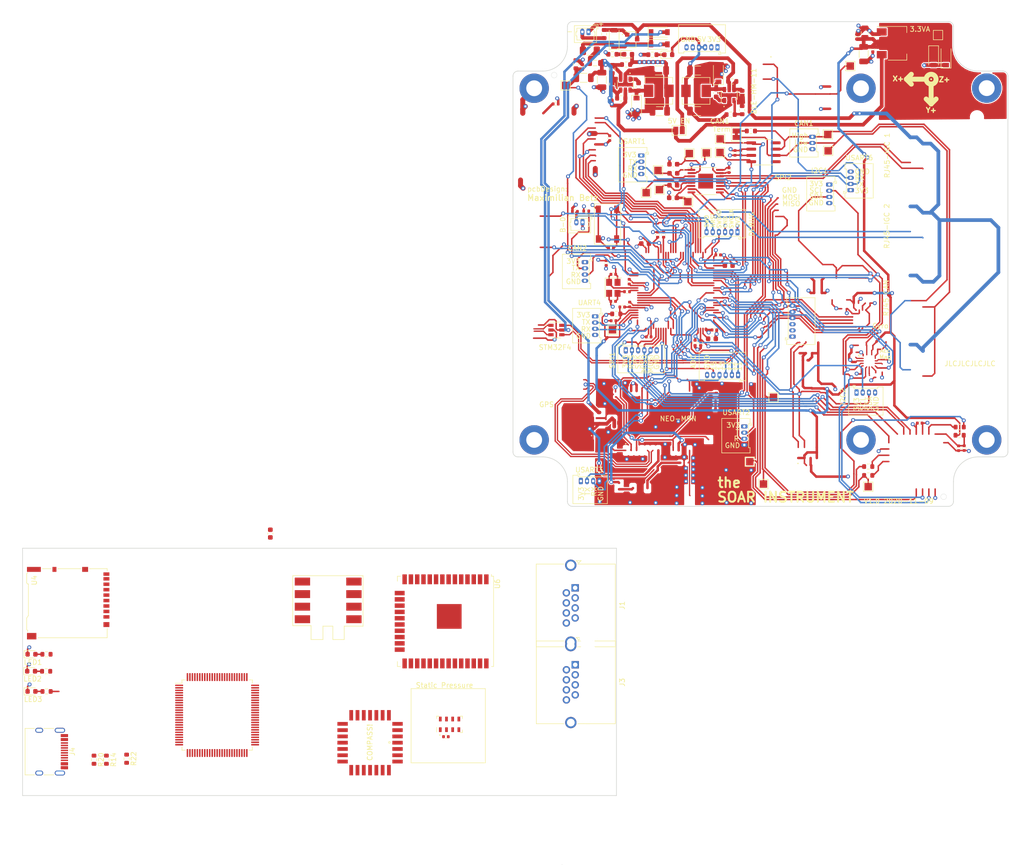
<source format=kicad_pcb>
(kicad_pcb (version 20211014) (generator pcbnew)
  (title_block (title "theInstrument") (date "2020-11-09") (rev "v1.0"))
  (layers (0 "F.Cu" signal) (1 "In1.Cu" power "In1.Cu_GND") (2 "In2.Cu" power "In2.Cu_3.3V") (31 "B.Cu" signal) (34 "B.Paste" user) (35 "F.Paste" user) (36 "B.SilkS" user "B.Silkscreen") (37 "F.SilkS" user "F.Silkscreen") (38 "B.Mask" user) (39 "F.Mask" user) (44 "Edge.Cuts" user))
  (net 0 "")
  (net 1 "GND")
  (net 2 "+3V3")
  (net 3 "Net-(C3-Pad1)")
  (net 4 "Net-(C5-Pad1)")
  (net 5 "NRST")
  (net 6 "SUPPLY_12V")
  (net 7 "+3.3VA")
  (net 8 "SUPPLY_SENSE")
  (net 9 "HSE_IN")
  (net 10 "Net-(C16-Pad2)")
  (net 11 "Net-(C16-Pad1)")
  (net 12 "Net-(C17-Pad1)")
  (net 13 "VREF+")
  (net 14 "unconnected-(C52-Pad2)")
  (net 15 "unconnected-(C52-Pad1)")
  (net 16 "Net-(C26-Pad1)")
  (net 17 "Net-(C26-Pad2)")
  (net 18 "+5V")
  (net 19 "Net-(C39-Pad1)")
  (net 20 "Net-(C39-Pad2)")
  (net 21 "Net-(C42-Pad2)")
  (net 22 "Net-(C42-Pad1)")
  (net 23 "Net-(C43-Pad1)")
  (net 24 "Net-(C44-Pad1)")
  (net 25 "Net-(D1-Pad2)")
  (net 26 "Net-(D1-Pad1)")
  (net 27 "VBUS_USB_STM32F4")
  (net 28 "VBUS_USB_GPS")
  (net 29 "Net-(D6-Pad1)")
  (net 30 "Net-(D7-Pad1)")
  (net 31 "LED_STATUS1")
  (net 32 "LED_STATUS2")
  (net 33 "LED_STATUS3")
  (net 34 "Net-(F1-Pad1)")
  (net 35 "BOOT0")
  (net 36 "+12V")
  (net 37 "RS232_1_RX")
  (net 38 "RS232_1_TX")
  (net 39 "CAN1L")
  (net 40 "CAN1H")
  (net 41 "RS232_2_TX")
  (net 42 "RS232_2_RX")
  (net 43 "SPI1_NSS")
  (net 44 "SPI1_SCK")
  (net 45 "SPI1_MISO")
  (net 46 "SPI1_MOSI")
  (net 47 "USART3_TX")
  (net 48 "USART3_RX")
  (net 49 "USART1_TX")
  (net 50 "USART1_RX")
  (net 51 "SPI2_NSS")
  (net 52 "SPI2_SCK")
  (net 53 "SPI2_MISO")
  (net 54 "SPI2_MOSI")
  (net 55 "USART2_RX")
  (net 56 "USART2_TX")
  (net 57 "UART4_TX")
  (net 58 "UART4_RX")
  (net 59 "I2C1_SDA")
  (net 60 "I2C1_SCL")
  (net 61 "USART6_TX")
  (net 62 "USART6_RX")
  (net 63 "ADC123_IN15")
  (net 64 "ADC123_IN14")
  (net 65 "ADC123_IN13")
  (net 66 "ADC123_IN12")
  (net 67 "ADC123_IN11")
  (net 68 "I2C2_SDA")
  (net 69 "I2C2_SCL")
  (net 70 "CAN2_RX")
  (net 71 "CAN2_TX")
  (net 72 "SWCLK")
  (net 73 "SWDIO")
  (net 74 "SWO")
  (net 76 "USB_CONN_D-")
  (net 78 "USB_CONN_D+")
  (net 79 "SD_DETECT")
  (net 80 "SDIO_D1")
  (net 81 "SDIO_D2")
  (net 82 "SDIO_D3")
  (net 83 "SDIO_CMD")
  (net 84 "SDIO_CK")
  (net 85 "SDIO_D0")
  (net 86 "Net-(J24-Pad10)")
  (net 89 "BOOT1")
  (net 90 "Net-(R6-Pad2)")
  (net 91 "Net-(R10-Pad1)")
  (net 92 "HSE_OUT")
  (net 93 "Net-(R12-Pad2)")
  (net 95 "MTi-1IMU_PSEL1")
  (net 96 "Net-(R15-Pad2)")
  (net 97 "Net-(R16-Pad2)")
  (net 98 "MTi-1IMU_PSEL0")
  (net 99 "Net-(R17-Pad2)")
  (net 100 "MTi-1IMU_NRST")
  (net 101 "Net-(R19-Pad2)")
  (net 102 "FXOS8700_RST")
  (net 105 "MTi-1IMU_DRDY")
  (net 106 "CAN1_TX")
  (net 107 "CAN1_RX")
  (net 109 "GPS_RESETN")
  (net 111 "BL_RESETB")
  (net 114 "L3GD20_INT1")
  (net 115 "L3GD20_INT2")
  (net 117 "FXOS8700_INT1")
  (net 118 "USB_D-")
  (net 119 "USB_D+")
  (net 120 "FXOS8700_INT2")
  (net 139 "Net-(U6-Pad1)")
  (net 174 "Net-(C31-Pad2)")
  (net 176 "Net-(JP3-Pad2)")
  (net 177 "Net-(D8-Pad2)")
  (net 178 "Net-(D9-Pad2)")
  (net 179 "Net-(D11-Pad2)")
  (net 180 "Net-(JP1-Pad2)")
  (net 192 "Net-(J4-PadS1)")
  (net 193 "Net-(J4-PadB5)")
  (net 195 "Net-(J4-PadA5)")
  (footprint "Capacitor_SMD:C_0603_1608Metric" (layer "F.Cu") (at 156.6 79.88)
    (fp_text reference "C1")
    (fp_text value "4u7")
  )
  (footprint "Capacitor_SMD:C_0402_1005Metric" (layer "F.Cu") (at 153.39 87.58 90)
    (fp_text reference "C2")
    (fp_text value "100n")
  )
  (footprint "Capacitor_SMD:C_0603_1608Metric" (layer "F.Cu") (at 170.101 99.1285)
    (fp_text reference "C3")
    (fp_text value "2u2")
  )
  (footprint "Capacitor_SMD:C_0402_1005Metric" (layer "F.Cu") (at 153.48 92.19 -90)
    (fp_text reference "C4")
    (fp_text value "100n")
  )
  (footprint "Capacitor_SMD:C_0603_1608Metric" (layer "F.Cu") (at 173.4925 84.333)
    (fp_text reference "C5")
    (fp_text value "2u2")
  )
  (footprint "Capacitor_SMD:C_0402_1005Metric" (layer "F.Cu") (at 157.315 98.7475 180)
    (fp_text reference "C6")
    (fp_text value "100n")
  )
  (footprint "Capacitor_SMD:C_0402_1005Metric" (layer "F.Cu") (at 170.594 97.3505)
    (fp_text reference "C7")
    (fp_text value "100n")
  )
  (footprint "Capacitor_SMD:C_0402_1005Metric" (layer "F.Cu") (at 149.7025 80.8405 180)
    (fp_text reference "C8")
    (fp_text value "100n")
  )
  (footprint "Capacitor_SMD:C_0402_1005Metric" (layer "F.Cu") (at 171.356 82.174)
    (fp_text reference "C9")
    (fp_text value "100n")
  )
  (footprint "Capacitor_SMD:C_1206_3216Metric" (layer "F.Cu") (at 147.85 46.79 -90)
    (fp_text reference "C10" hide)
    (fp_text value "10u")
  )
  (footprint "Capacitor_SMD:C_0402_1005Metric" (layer "F.Cu") (at 143.91 44.16 90)
    (fp_text reference "C12" hide)
    (fp_text value "100n")
  )
  (footprint "Capacitor_SMD:C_0402_1005Metric" (layer "F.Cu") (at 150.1705 86.101)
    (fp_text reference "C15")
    (fp_text value "12p")
  )
  (footprint "Capacitor_SMD:C_0603_1608Metric" (layer "F.Cu") (at 155.28 48.19 90)
    (fp_text reference "C16" hide)
    (fp_text value "10n")
  )
  (footprint "Capacitor_SMD:C_0402_1005Metric" (layer "F.Cu") (at 150.1425 91.562 180)
    (fp_text reference "C17")
    (fp_text value "12p")
  )
  (footprint "Capacitor_SMD:C_0402_1005Metric" (layer "F.Cu") (at 150.21 95.48 180)
    (fp_text reference "C18")
    (fp_text value "1u")
  )
  (footprint "Capacitor_SMD:C_1206_3216Metric" (layer "F.Cu") (at 159.56 53.12 180)
    (fp_text reference "C19" hide)
    (fp_text value "10u")
  )
  (footprint "Capacitor_SMD:C_0402_1005Metric" (layer "F.Cu") (at 151.97 92.71)
    (fp_text reference "C20")
    (fp_text value "100n")
  )
  (footprint "Capacitor_SMD:C_1206_3216Metric" (layer "F.Cu") (at 159.36 44.88 180)
    (fp_text reference "C21" hide)
    (fp_text value "10u")
  )
  (footprint "Capacitor_SMD:C_0603_1608Metric" (layer "F.Cu") (at 170.96 49.425 -90)
    (fp_text reference "C26" hide)
    (fp_text value "10n")
  )
  (footprint "Capacitor_SMD:C_1206_3216Metric" (layer "F.Cu") (at 167.132 53.1)
    (fp_text reference "C29" hide)
    (fp_text value "10u")
  )
  (footprint "Capacitor_SMD:C_0402_1005Metric" (layer "F.Cu") (at 219.94 121.26 90)
    (fp_text reference "C31")
    (fp_text value "1u")
  )
  (footprint "Capacitor_SMD:C_1206_3216Metric" (layer "F.Cu") (at 167.13 44.9)
    (fp_text reference "C32" hide)
    (fp_text value "10u")
  )
  (footprint "Capacitor_SMD:C_0402_1005Metric" (layer "F.Cu") (at 174.76 61.55 90)
    (fp_text reference "C34")
    (fp_text value "1u")
  )
  (footprint "Capacitor_SMD:C_0402_1005Metric" (layer "F.Cu") (at 175.89 61.52 90)
    (fp_text reference "C35")
    (fp_text value "100n")
  )
  (footprint "Capacitor_SMD:C_0402_1005Metric" (layer "F.Cu") (at 116.3425 179.5795)
    (fp_text reference "C36")
    (fp_text value "100n")
  )
  (footprint "Capacitor_SMD:C_0603_1608Metric" (layer "F.Cu") (at 162.3065 65.6755 180)
    (fp_text reference "C39")
    (fp_text value "100n")
  )
  (footprint "Capacitor_SMD:C_0402_1005Metric" (layer "F.Cu") (at 149.44 58.56 90)
    (fp_text reference "C40")
    (fp_text value "100n")
  )
  (footprint "Capacitor_SMD:C_0402_1005Metric" (layer "F.Cu") (at 173.533 65.0405 -90)
    (fp_text reference "C41")
    (fp_text value "100n")
  )
  (footprint "Capacitor_SMD:C_0603_1608Metric" (layer "F.Cu") (at 162.2935 68.0885 180)
    (fp_text reference "C42")
    (fp_text value "100n")
  )
  (footprint "Capacitor_SMD:C_0603_1608Metric" (layer "F.Cu") (at 162.2935 63.834 180)
    (fp_text reference "C43")
    (fp_text value "100n")
  )
  (footprint "Capacitor_SMD:C_0603_1608Metric" (layer "F.Cu") (at 162.23 70.6285 180)
    (fp_text reference "C44")
    (fp_text value "100n")
  )
  (footprint "Diode_SMD:D_SOD-123" (layer "F.Cu") (at 150.34 38.39 90)
    (fp_text reference "D1" hide)
    (fp_text value "MM1Z15")
  )
  (footprint "Diode_SMD:D_SOD-123" (layer "F.Cu") (at 159.46 37.14)
    (fp_text reference "D2" hide)
    (fp_text value "B5819W")
  )
  (footprint "Diode_SMD:D_SOD-123" (layer "F.Cu") (at 159.45 39.6)
    (fp_text reference "D3" hide)
    (fp_text value "B5819W")
  )
  (footprint "Diode_SMD:D_SOD-123" (layer "F.Cu") (at 154.86 52.14 -90)
    (fp_text reference "D4" hide)
    (fp_text value "B5819W")
  )
  (footprint "Diode_SMD:D_SOD-123" (layer "F.Cu") (at 171.4 45.5 90)
    (fp_text reference "D5" hide)
    (fp_text value "B5819W")
  )
  (footprint "LED_SMD:LED_0603_1608Metric" (layer "F.Cu") (at 153.16 41.61)
    (fp_text reference "D6")
    (fp_text value "RED")
  )
  (footprint "LED_SMD:LED_0603_1608Metric" (layer "F.Cu") (at 161.2755 41.704)
    (fp_text reference "D7")
    (fp_text value "RED")
  )
  (footprint "LED_SMD:LED_0603_1608Metric" (layer "F.Cu") (at 32.61 162.91)
    (fp_text reference "D8")
    (fp_text value "BLUE")
  )
  (footprint "LED_SMD:LED_0603_1608Metric" (layer "F.Cu") (at 32.535 166.34)
    (fp_text reference "D9")
    (fp_text value "BLUE")
  )
  (footprint "LED_SMD:LED_0603_1608Metric" (layer "F.Cu") (at 32.6075 170.42)
    (fp_text reference "D11")
    (fp_text value "BLUE")
  )
  (footprint "Fuse:Fuse_1206_3216Metric" (layer "F.Cu") (at 145.43 40.9 180)
    (fp_text reference "F1" hide)
    (fp_text value "250mA")
  )
  (footprint "Inductor_SMD:L_0805_2012Metric" (layer "F.Cu") (at 146.48 43.38 180)
    (fp_text reference "FB1" hide)
    (fp_text value "600 @ 600MHz")
  )
  (footprint "Connector_Molex:Molex_PicoBlade_53047-0210_1x02_P1.25mm_Vertical" (layer "F.Cu") (at 143.952 75.57 180)
    (fp_text reference "J2")
    (fp_text value "Conn_01x02")
  )
  (footprint "Connector_Molex:Molex_PicoBlade_53048-0610_1x06_P1.25mm_Horizontal" (layer "F.Cu") (at 152.69 101.45)
    (fp_text reference "J6")
    (fp_text value "Conn_01x06")
  )
  (footprint "Connector_Molex:Molex_PicoBlade_53048-0410_1x04_P1.25mm_Horizontal" (layer "F.Cu") (at 143.61 127.89)
    (fp_text reference "J7")
    (fp_text value "Conn_01x04")
  )
  (footprint "Connector_Molex:Molex_PicoBlade_53048-0410_1x04_P1.25mm_Horizontal" (layer "F.Cu") (at 155.82 62.07 -90)
    (fp_text reference "J8")
    (fp_text value "Conn_01x04")
  )
  (footprint "Connector_Molex:Molex_PicoBlade_53047-0210_1x02_P1.25mm_Vertical" (layer "F.Cu") (at 145.16 37.08 180)
    (fp_text reference "J9")
    (fp_text value "Conn_01x02")
  )
  (footprint "Connector_Molex:Molex_PicoBlade_53048-0610_1x06_P1.25mm_Horizontal" (layer "F.Cu") (at 186.37 98.685 90)
    (fp_text reference "J10")
    (fp_text value "Conn_01x06")
  )
  (footprint "Connector_Molex:Molex_PicoBlade_53048-0410_1x04_P1.25mm_Horizontal" (layer "F.Cu") (at 176.64 116.85 -90)
    (fp_text reference "J11")
    (fp_text value "Conn_01x04")
  )
  (footprint "Connector_Molex:Molex_PicoBlade_53048-0410_1x04_P1.25mm_Horizontal" (layer "F.Cu") (at 146.5 94.6 -90)
    (fp_text reference "J12")
    (fp_text value "Conn_01x04")
  )
  (footprint "Connector_Molex:Molex_PicoBlade_53048-0410_1x04_P1.25mm_Horizontal" (layer "F.Cu") (at 193.81 67.95 -90)
    (fp_text reference "J13")
    (fp_text value "Conn_01x04")
  )
  (footprint "Connector_Molex:Molex_PicoBlade_53048-0310_1x03_P1.25mm_Horizontal" (layer "F.Cu") (at 190.39 58.29 -90)
    (fp_text reference "J14")
    (fp_text value "Conn_01x03")
  )
  (footprint "Connector_Molex:Molex_PicoBlade_53048-0410_1x04_P1.25mm_Horizontal" (layer "F.Cu") (at 198.13 69.08 90)
    (fp_text reference "J15")
    (fp_text value "Conn_01x04")
  )
  (footprint "Connector_Molex:Molex_PicoBlade_53048-0610_1x06_P1.25mm_Horizontal" (layer "F.Cu") (at 175.38 106.44 180)
    (fp_text reference "J16")
    (fp_text value "Conn_01x06")
  )
  (footprint "Connector_Molex:Molex_PicoBlade_53048-0610_1x06_P1.25mm_Horizontal" (layer "F.Cu") (at 171.22 40.2 180)
    (fp_text reference "J17")
    (fp_text value "Conn_01x06")
  )
  (footprint "Connector_Molex:Molex_PicoBlade_53048-0410_1x04_P1.25mm_Horizontal" (layer "F.Cu") (at 199.32 110)
    (fp_text reference "J18")
    (fp_text value "Conn_01x04")
  )
  (footprint "Connector_Molex:Molex_PicoBlade_53048-0410_1x04_P1.25mm_Horizontal" (layer "F.Cu") (at 144.44 83.64 -90)
    (fp_text reference "J19")
    (fp_text value "Conn_01x04")
  )
  (footprint "Connector_Molex:Molex_PicoBlade_53048-0610_1x06_P1.25mm_Horizontal" (layer "F.Cu") (at 175.26 77.55 180)
    (fp_text reference "J20")
    (fp_text value "Conn_01x06")
  )
  (footprint "Connector_Card:microSD_HC_Hirose_DM3AT-SF-PEJM5" (layer "F.Cu") (at 40.02 152.58 -90)
    (fp_text reference "J24")
    (fp_text value "Micro_SD_Card_Det_Hirose_DM3AT")
  )
  (footprint "Jumper:SolderJumper-2_P1.3mm_Bridged_Pad1.0x1.5mm" (layer "F.Cu") (at 175.03 57.77 90)
    (fp_text reference "JP1")
    (fp_text value "CAN_Termination")
  )
  (footprint "Inductor_SMD:L_Sunlord_MWSA0518_5.4x5.2mm" (layer "F.Cu") (at 159.357 48.9945)
    (fp_text reference "L2" hide)
    (fp_text value "10u")
  )
  (footprint "Inductor_SMD:L_Sunlord_MWSA0518_5.4x5.2mm" (layer "F.Cu") (at 166.9 49.01 180)
    (fp_text reference "L3" hide)
    (fp_text value "10u")
  )
  (footprint "Package_TO_SOT_SMD:SOT-23" (layer "F.Cu") (at 153.99 38.61)
    (fp_text reference "Q1" hide)
    (fp_text value "AO3401A")
  )
  (footprint "Resistor_SMD:R_0603_1608Metric" (layer "F.Cu") (at 148.32 37.515 -90)
    (fp_text reference "R1" hide)
    (fp_text value "100k")
  )
  (footprint "Resistor_SMD:R_0402_1005Metric" (layer "F.Cu") (at 144.7 73.31)
    (fp_text reference "R2")
    (fp_text value "10k")
  )
  (footprint "Resistor_SMD:R_0402_1005Metric" (layer "F.Cu") (at 142.41 73.4)
    (fp_text reference "R3")
    (fp_text value "10k")
  )
  (footprint "Resistor_SMD:R_1206_3216Metric" (layer "F.Cu") (at 144.16 46.36)
    (fp_text reference "R4" hide)
    (fp_text value "10k")
  )
  (footprint "Resistor_SMD:R_0603_1608Metric" (layer "F.Cu") (at 142.61 43.63 -90)
    (fp_text reference "R5" hide)
    (fp_text value "1k")
  )
  (footprint "Resistor_SMD:R_0603_1608Metric" (layer "F.Cu") (at 151.77 50.51 180)
    (fp_text reference "R6" hide)
    (fp_text value "100k")
  )
  (footprint "Resistor_SMD:R_0603_1608Metric" (layer "F.Cu") (at 149.96 47.64 90)
    (fp_text reference "R7" hide)
    (fp_text value "68k")
  )
  (footprint "Resistor_SMD:R_0603_1608Metric" (layer "F.Cu") (at 150.77 94.1 180)
    (fp_text reference "R8")
    (fp_text value "47R")
  )
  (footprint "Resistor_SMD:R_0603_1608Metric" (layer "F.Cu") (at 152.75 43.68 180)
    (fp_text reference "R9" hide)
    (fp_text value "49.9k")
  )
  (footprint "Resistor_SMD:R_0603_1608Metric" (layer "F.Cu") (at 149.97 44.59 -90)
    (fp_text reference "R10" hide)
    (fp_text value "16.2k")
  )
  (footprint "Resistor_SMD:R_0402_1005Metric" (layer "F.Cu") (at 152.94 89.6 180)
    (fp_text reference "R11")
    (fp_text value "47")
  )
  (footprint "Resistor_SMD:R_0603_1608Metric" (layer "F.Cu") (at 174.2 47.1)
    (fp_text reference "R12" hide)
    (fp_text value "100k")
  )
  (footprint "Resistor_SMD:R_0603_1608Metric" (layer "F.Cu") (at 176.2 49.825 -90)
    (fp_text reference "R13" hide)
    (fp_text value "68k")
  )
  (footprint "Resistor_SMD:R_0603_1608Metric" (layer "F.Cu") (at 201.676 126.746)
    (fp_text reference "R15")
    (fp_text value "1k")
  )
  (footprint "Resistor_SMD:R_0603_1608Metric" (layer "F.Cu") (at 201.676 124.968)
    (fp_text reference "R16")
    (fp_text value "1k")
  )
  (footprint "Resistor_SMD:R_0603_1608Metric" (layer "F.Cu") (at 173.875 53.8)
    (fp_text reference "R17" hide)
    (fp_text value "49.9k")
  )
  (footprint "Resistor_SMD:R_0603_1608Metric" (layer "F.Cu") (at 176.2 52.9 90)
    (fp_text reference "R18" hide)
    (fp_text value "9.53k")
  )
  (footprint "Resistor_SMD:R_0603_1608Metric" (layer "F.Cu") (at 220.155 116.98 180)
    (fp_text reference "R19")
    (fp_text value "10k")
  )
  (footprint "Resistor_SMD:R_0603_1608Metric" (layer "F.Cu") (at 220.145 118.63 180)
    (fp_text reference "R21")
    (fp_text value "0R")
  )
  (footprint "Resistor_SMD:R_0402_1005Metric" (layer "F.Cu") (at 159.125 78.077 -90)
    (fp_text reference "R25")
    (fp_text value "2k2")
  )
  (footprint "Resistor_SMD:R_0603_1608Metric" (layer "F.Cu") (at 150 41.61)
    (fp_text reference "R26")
    (fp_text value "1k")
  )
  (footprint "Resistor_SMD:R_0402_1005Metric" (layer "F.Cu") (at 160.3315 78.077 -90)
    (fp_text reference "R27")
    (fp_text value "2k2")
  )
  (footprint "Resistor_SMD:R_0603_1608Metric" (layer "F.Cu") (at 158.069 41.693)
    (fp_text reference "R28")
    (fp_text value "1k")
  )
  (footprint "Resistor_SMD:R_0402_1005Metric" (layer "F.Cu") (at 166.685 99.954 90)
    (fp_text reference "R29")
    (fp_text value "2k2")
  )
  (footprint "Resistor_SMD:R_0603_1608Metric" (layer "F.Cu") (at 35.635 162.91)
    (fp_text reference "R30")
    (fp_text value "200R")
  )
  (footprint "Resistor_SMD:R_0402_1005Metric" (layer "F.Cu") (at 167.828 99.954 90)
    (fp_text reference "R31")
    (fp_text value "2k2")
  )
  (footprint "Resistor_SMD:R_0603_1608Metric" (layer "F.Cu") (at 177.97 57.12 180)
    (fp_text reference "R32")
    (fp_text value "120R")
  )
  (footprint "Resistor_SMD:R_0603_1608Metric" (layer "F.Cu") (at 35.57 166.35)
    (fp_text reference "R34")
    (fp_text value "200R")
  )
  (footprint "Resistor_SMD:R_0603_1608Metric" (layer "F.Cu") (at 35.655 170.43)
    (fp_text reference "R37")
    (fp_text value "200R")
  )
  (footprint "Resistor_SMD:R_0402_1005Metric" (layer "F.Cu") (at 138.53 51.65)
    (fp_text reference "R43")
    (fp_text value "10k")
  )
  (footprint "OWN_Parts_:TS-1187A-C-E-B" (layer "F.Cu") (at 148.8415 75.951 -90)
    (fp_text reference "SW1")
    (fp_text value "SW_MEC_5E")
  )
  (footprint "TestPoint:TestPoint_Pad_1.5x1.5mm" (layer "F.Cu") (at 140.54 47.91 -90)
    (fp_text reference "TP1" hide)
    (fp_text value "SUPPLY_SENSE")
  )
  (footprint "TestPoint:TestPoint_Pad_1.5x1.5mm" (layer "F.Cu") (at 215.78 37.72)
    (fp_text reference "TP2")
    (fp_text value "3.3VA")
  )
  (footprint "TestPoint:TestPoint_Pad_1.5x1.5mm" (layer "F.Cu") (at 150 97.31 90)
    (fp_text reference "TP3")
    (fp_text value "VREF+")
  )
  (footprint "TestPoint:TestPoint_Pad_1.5x1.5mm" (layer "F.Cu") (at 180.51 128.5 -90)
    (fp_text reference "TP4")
    (fp_text value "MTi-1IMU_PSEL0")
  )
  (footprint "TestPoint:TestPoint_Pad_1.5x1.5mm" (layer "F.Cu") (at 201.676 129.032 -90)
    (fp_text reference "TP5")
    (fp_text value "MTi-1IMU_PSEL1")
  )
  (footprint "TestPoint:TestPoint_Pad_1.5x1.5mm" (layer "F.Cu") (at 177.75 123.98)
    (fp_text reference "TP6")
    (fp_text value "MTi-1IMU_DRDY")
  )
  (footprint "TestPoint:TestPoint_Pad_1.5x1.5mm" (layer "F.Cu") (at 182.54 110.95 -90)
    (fp_text reference "TP7")
    (fp_text value "MTi-1IMU_NRST")
  )
  (footprint "TestPoint:TestPoint_Pad_1.5x1.5mm" (layer "F.Cu") (at 171.76 58.72 180)
    (fp_text reference "TP8")
    (fp_text value "CAN1_TX")
  )
  (footprint "TestPoint:TestPoint_Pad_1.5x1.5mm" (layer "F.Cu") (at 171.73 61.46)
    (fp_text reference "TP9")
    (fp_text value "CAN1_RX")
  )
  (footprint "TestPoint:TestPoint_Pad_1.5x1.5mm" (layer "F.Cu") (at 193.51 57.82 180)
    (fp_text reference "TP13")
    (fp_text value "CAN1H")
  )
  (footprint "TestPoint:TestPoint_Pad_1.5x1.5mm" (layer "F.Cu") (at 193.58 61.13 180)
    (fp_text reference "TP14")
    (fp_text value "CAN1L")
  )
  (footprint "TestPoint:TestPoint_Pad_1.5x1.5mm" (layer "F.Cu") (at 168.961 61.548 -90)
    (fp_text reference "TP15")
    (fp_text value "MAX323_C1+")
  )
  (footprint "TestPoint:TestPoint_Pad_1.5x1.5mm" (layer "F.Cu") (at 159.2 65.09 90)
    (fp_text reference "TP16")
    (fp_text value "MAX323_C1-")
  )
  (footprint "TestPoint:TestPoint_Pad_1.5x1.5mm" (layer "F.Cu") (at 198.05 43.99 -90)
    (fp_text reference "TP17")
    (fp_text value "BL_RESETB")
  )
  (footprint "TestPoint:TestPoint_Pad_1.5x1.5mm" (layer "F.Cu") (at 156.81 69.6 90)
    (fp_text reference "TP18")
    (fp_text value "MAX323_C2+")
  )
  (footprint "TestPoint:TestPoint_Pad_1.5x1.5mm" (layer "F.Cu") (at 159.4995 68.9775 90)
    (fp_text reference "TP19")
    (fp_text value "MAX323_C2-")
  )
  (footprint "TestPoint:TestPoint_Pad_1.5x1.5mm" (layer "F.Cu") (at 165.24 71.42 180)
    (fp_text reference "TP20")
    (fp_text value "MAX323_VS-")
  )
  (footprint "TestPoint:TestPoint_Pad_1.5x1.5mm" (layer "F.Cu") (at 165.532 61.675)
    (fp_text reference "TP21")
    (fp_text value "MAX323_VS+")
  )
  (footprint "Package_QFP:LQFP-100_14x14mm_P0.5mm" (layer "F.Cu") (at 70.12 175.2)
    (fp_text reference "U1")
    (fp_text value "STM32F407VGTx")
  )
  (footprint "Package_TO_SOT_SMD:SOT-23-6" (layer "F.Cu") (at 152.61 47.75 -90)
    (fp_text reference "U2" hide)
    (fp_text value "MP2359DJ-LF-Z")
  )
  (footprint "Package_TO_SOT_SMD:SOT-23-6" (layer "F.Cu") (at 173.59 49.85 90)
    (fp_text reference "U3" hide)
    (fp_text value "MP2359DJ-LF-Z")
  )
  (footprint "Package_LGA:LGA-8_3x5mm_P1.25mm" (layer "F.Cu") (at 117.0855 177.0825 90)
    (fp_text reference "U7")
    (fp_text value "MS5611-01BA")
  )
  (footprint "Package_SO:SOIC-8_3.9x4.9mm_P1.27mm" (layer "F.Cu") (at 180.52 61.42)
    (fp_text reference "U9")
    (fp_text value "TCAN332DR")
  )
  (footprint "OWN_Parts_:SSCMRRN001PG2A3_SMT-8" (layer "F.Cu") (at 99.3 156.63 180)
    (fp_text reference "U11")
    (fp_text value "HSCMRRN001PD2A3   ")
  )
  (footprint "Package_SO:HTSSOP-16-1EP_4.4x5mm_P0.65mm_EP3x3mm" (layer "F.Cu") (at 168.831 67.2525)
    (fp_text reference "U13")
    (fp_text value "MAX3232ECPWR")
  )
  (footprint "Package_TO_SOT_SMD:SOT-23-6" (layer "F.Cu") (at 138.67 97.36)
    (fp_text reference "U16")
    (fp_text value "USBLC6-2SC6")
  )
  (footprint "Crystal:Crystal_SMD_3225-4Pin_3.2x2.5mm" (layer "F.Cu") (at 150.1705 88.8315 -90)
    (fp_text reference "Y1")
    (fp_text value "16MHz")
  )
  (footprint "Capacitor_SMD:C_0402_1005Metric" (layer "F.Cu") (at 202.6 40.61 -90)
    (fp_text reference "C11")
    (fp_text value "10n")
  )
  (footprint "Capacitor_SMD:C_0402_1005Metric" (layer "F.Cu") (at 202.6 38.02 90)
    (fp_text reference "C13")
    (fp_text value "100n")
  )
  (footprint "Capacitor_SMD:C_0402_1005Metric" (layer "F.Cu") (at 199.4 38.06 90)
    (fp_text reference "C14")
    (fp_text value "1u")
  )
  (footprint "Capacitor_SMD:C_0805_2012Metric" (layer "F.Cu") (at 201 37.26 90)
    (fp_text reference "C45")
    (fp_text value "4.7u")
  )
  (footprint "Capacitor_SMD:C_1206_3216Metric" (layer "F.Cu") (at 200.76 41.58 -90)
    (fp_text reference "C46")
    (fp_text value "10u")
  )
  (footprint "Capacitor_SMD:C_0402_1005Metric" (layer "F.Cu") (at 221.07 121.23 -90)
    (fp_text reference "C48")
    (fp_text value "100n")
  )
  (footprint "Capacitor_SMD:C_0402_1005Metric" (layer "F.Cu") (at 212.08 116.18)
    (fp_text reference "C49")
    (fp_text value "100n")
  )
  (footprint "Capacitor_SMD:C_0603_1608Metric" (layer "F.Cu") (at 80.87 138.51 -90)
    (fp_text reference "C50")
    (fp_text value "100n")
  )
  (footprint "Capacitor_SMD:C_0402_1005Metric" (layer "F.Cu") (at 148.73 83.81 90)
    (fp_text reference "C52")
    (fp_text value "100n")
  )
  (footprint "Jumper:SolderJumper-2_P1.3mm_Open_Pad1.0x1.5mm" (layer "F.Cu") (at 163.45 57)
    (fp_text reference "JP3")
    (fp_text value "5V Supply")
  )
  (footprint "Package_TO_SOT_SMD:SOT-223-3_TabPin2" (layer "F.Cu") (at 207.56 39.39)
    (fp_text reference "U17")
    (fp_text value "AMS1117-3.3")
  )
  (footprint "Diode_SMD:D_SOD-123" (layer "F.Cu") (at 217.39 42.14 90)
    (fp_text reference "D12")
    (fp_text value "B5819W")
  )
  (footprint "Diode_SMD:D_SOD-123" (layer "F.Cu") (at 214.89 42.14 -90)
    (fp_text reference "D13")
    (fp_text value "B5819W")
  )
  (footprint "OWN_Parts_:HAMMOND_1593W_edge_cut_notallmountingholes" (layer "F.Cu") (at 179.9 84.01 90)
    (fp_text reference "U18")
    (fp_text value "HAMMOND_1593W")
    (fp_line (start -39 49) (end -39 49) (layer "Edge.Cuts") (width 0.12))
    (fp_line (start 39 49) (end 39 44) (layer "Edge.Cuts") (width 0.12))
    (fp_line (start 39 -49) (end 39 -49) (layer "Edge.Cuts") (width 0.12))
    (fp_line (start 44 39) (end 48 39) (layer "Edge.Cuts") (width 0.12))
    (fp_line (start 48 -39) (end 44 -39) (layer "Edge.Cuts") (width 0.12))
    (fp_line (start -49 0) (end -49 -38) (layer "Edge.Cuts") (width 0.12))
    (fp_line (start 49 -38) (end 49 38) (layer "Edge.Cuts") (width 0.12))
    (fp_line (start -38 -50) (end 38 -50) (layer "Edge.Cuts") (width 0.12))
    (fp_line (start -49 38) (end -49 0) (layer "Edge.Cuts") (width 0.12))
    (fp_line (start -44 -39) (end -48 -39) (layer "Edge.Cuts") (width 0.12))
    (fp_line (start -39 -44) (end -39 -49) (layer "Edge.Cuts") (width 0.12))
    (fp_line (start 39 -44) (end 39 -49) (layer "Edge.Cuts") (width 0.12))
    (fp_line (start 38 50) (end -38 50) (layer "Edge.Cuts") (width 0.12))
    (fp_line (start -44 39) (end -48 39) (layer "Edge.Cuts") (width 0.12))
    (fp_line (start -39 49) (end -39 44) (layer "Edge.Cuts") (width 0.12))
    (fp_line (start -39 -49) (end -39 -49) (layer "Edge.Cuts") (width 0.12))
    (fp_arc (start -39 -49) (mid -38.707107 -49.707107) (end -38 -50) (layer "Edge.Cuts") (width 0.12))
    (fp_arc (start 39 44) (mid 40.464466 40.464466) (end 44 39) (layer "Edge.Cuts") (width 0.12))
    (fp_arc (start 38 -50) (mid 38.707107 -49.707107) (end 39 -49) (layer "Edge.Cuts") (width 0.12))
    (fp_arc (start -48 39) (mid -48.707107 38.707107) (end -49 38) (layer "Edge.Cuts") (width 0.12))
    (fp_arc (start 48 -39) (mid 48.707107 -38.707107) (end 49 -38) (layer "Edge.Cuts") (width 0.12))
    (fp_arc (start -44 39) (mid -40.464466 40.464466) (end -39 44) (layer "Edge.Cuts") (width 0.12))
    (fp_arc (start -39 -44) (mid -40.464466 -40.464466) (end -44 -39) (layer "Edge.Cuts") (width 0.12))
    (fp_arc (start 49 38) (mid 48.707107 38.707107) (end 48 39) (layer "Edge.Cuts") (width 0.12))
    (fp_arc (start 39 49) (mid 38.707107 49.707107) (end 38 50) (layer "Edge.Cuts") (width 0.12))
    (fp_arc (start -38 50) (mid -38.707107 49.707107) (end -39 49) (layer "Edge.Cuts") (width 0.12))
    (fp_arc (start 44 -39) (mid 40.464466 -40.464466) (end 39 -44) (layer "Edge.Cuts") (width 0.12))
    (fp_arc (start -49 -38) (mid -48.707107 -38.707107) (end -48 -39) (layer "Edge.Cuts") (width 0.12))
  )
  (footprint "Resistor_SMD:R_0603_1608Metric" (layer "F.Cu") (at 51.83 184.03 -90)
    (fp_text reference "R22")
    (fp_text value "1M")
  )
  (footprint "OWN_Parts_:HAMMOND_1455CF1201" (layer "F.Cu") (at 90.805 166.48 90)
    (fp_text reference "U4")
    (fp_text value "HAMMOND_1455CF1201")
    (fp_line (start -39 49) (end -39 49) (layer "Edge.Cuts") (width 0.12))
    (fp_line (start 25 60) (end -25 60) (layer "Edge.Cuts") (width 0.12))
    (fp_line (start 25 -60) (end 25 60) (layer "Edge.Cuts") (width 0.12))
    (fp_line (start -25 60) (end -25 -60) (layer "Edge.Cuts") (width 0.12))
    (fp_line (start -25 -60) (end 25 -60) (layer "Edge.Cuts") (width 0.12))
  )
  (footprint "Connector_RJ:RJ45_Amphenol_RJHSE5380" (layer "F.Cu") (at 142.46 149.48 -90)
    (fp_text reference "J1")
    (fp_text value "RJ45-CAN")
  )
  (footprint "Resistor_SMD:R_0603_1608Metric" (layer "F.Cu") (at 47.75 184.23 -90)
    (fp_text reference "R14")
    (fp_text value "5.11k")
  )
  (footprint "OWN_Parts_:XSens_MTi1_IMU" (layer "F.Cu") (at 101.02 180.79 -90)
    (fp_text reference "U5")
    (fp_text value "MTi-1IMU")
  )
  (footprint "RF_Module:ESP32-WROOM-32U" (layer "F.Cu") (at 116.26 156.26 -90)
    (fp_text reference "U6")
    (fp_text value "ESP32-WROOM-32U")
  )
  (footprint "Resistor_SMD:R_0603_1608Metric" (layer "F.Cu") (at 45.24 184.23 -90)
    (fp_text reference "R20")
    (fp_text value "5.11k")
  )
  (footprint "Connector_USB:USB_C_Receptacle_HRO_TYPE-C-31-M-12" (layer "F.Cu") (at 35.22 182.6 -90)
    (fp_text reference "J4")
    (fp_text value "USB_C_Receptacle_USB2.0")
  )
  (footprint "Connector_RJ:RJ45_Amphenol_RJHSE5380" (layer "F.Cu") (at 142.475 165.03 -90)
    (fp_text reference "J3")
    (fp_text value "RJ45-RS232")
  )
  (gr_line (start 109.31 169.86) (end 109.31 184.86) (layer "F.SilkS") (width 0.12))
  (gr_line (start 124.31 184.86) (end 124.31 169.86) (layer "F.SilkS") (width 0.12))
  (gr_line (start 109.31 184.86) (end 124.31 184.86) (layer "F.SilkS") (width 0.12))
  (gr_line (start 124.31 169.86) (end 109.31 169.86) (layer "F.SilkS") (width 0.12))
  (gr_line (start 213.39 46.65) (end 209.39 46.65) (layer "F.SilkS") (width 1))
  (gr_line (start 214.39 51.65) (end 215.39 50.65) (layer "F.SilkS") (width 1))
  (gr_line (start 214.39 47.65) (end 214.39 51.65) (layer "F.SilkS") (width 1))
  (gr_circle (center 214.39 46.65) (end 215.39 46.65) (layer "F.SilkS") (width 1) (fill none))
  (gr_line (start 209.39 46.65) (end 210.39 45.65) (layer "F.SilkS") (width 1))
  (gr_line (start 214.39 51.65) (end 213.39 50.65) (layer "F.SilkS") (width 1))
  (gr_line (start 209.39 46.65) (end 210.39 47.65) (layer "F.SilkS") (width 1))
  (gr_circle (center 138.22 45.824) (end 138.796 45.824) (layer "Edge.Cuts") (width 0.05) (fill none))
  (gr_circle (center 216.916 131.064) (end 217.492 131.064) (layer "Edge.Cuts") (width 0.05) (fill none))
  (gr_text "GND" (at 200.47 65.32) (layer "F.SilkS") (effects (font (size 1 1))))
  (gr_text "SDA" (at 191.16 70.33) (layer "F.SilkS") (effects (font (size 1 1))))
  (gr_text "." (at 152.04 37.19) (layer "F.SilkS") (effects (font (size 1 1))))
  (gr_text "NSS" (at 153.9 103.81 90) (layer "F.SilkS") (effects (font (size 1 1))))
  (gr_text "SPI1" (at 149.98 103.51 90) (layer "F.SilkS") (effects (font (size 1 1))))
  (gr_text "SCK" (at 155.18 103.8 90) (layer "F.SilkS") (effects (font (size 1 1))))
  (gr_text "SOAR INSTRUMENT" (at 184.97 131.15) (layer "F.SilkS") (effects (font (size 2 2) (thickness 0.4))))
  (gr_text "JLCJLCJLCJLC" (at 222.25 104.15) (layer "F.SilkS") (effects (font (size 1 1))))
  (gr_text "SPI2" (at 184.48 66.52) (layer "F.SilkS") (effects (font (size 1 1))))
  (gr_text "MISO" (at 156.43 104.12 90) (layer "F.SilkS") (effects (font (size 1 1))))
  (gr_text "3V3" (at 142.09 83.46) (layer "F.SilkS") (effects (font (size 1 1))))
  (gr_text "USART1" (at 153.93 59.22) (layer "F.SilkS") (effects (font (size 1 1))))
  (gr_text "3V3" (at 143.68 130.45 90) (layer "F.SilkS") (effects (font (size 1 1))))
  (gr_text "Gyro" (at 204.15 96.52) (layer "F.SilkS") (effects (font (size 1 1))))
  (gr_text "-" (at 141.34 36.98) (layer "F.SilkS") (effects (font (size 1 1))))
  (gr_text "USART3" (at 145.28 125.63) (layer "F.SilkS") (effects (font (size 1 1))))
  (gr_text "R" (at 175.04 119.33) (layer "F.SilkS") (effects (font (size 1 1))))
  (gr_text "RX" (at 199.94 66.57) (layer "F.SilkS") (effects (font (size 1 1))))
  (gr_text "GND" (at 188 60.88) (layer "F.SilkS") (effects (font (size 1 1))))
  (gr_text "12" (at 174.28 104.69 90) (layer "F.SilkS") (effects (font (size 1 1))))
  (gr_text "T" (at 175.24 118.03) (layer "F.SilkS") (effects (font (size 1 1))))
  (gr_text "BLE-HM-11" (at 178.57 49.06 90) (layer "F.SilkS") (effects (font (size 1 1))))
  (gr_text "ADC" (at 166.35 103.74 90) (layer "F.SilkS") (effects (font (size 1 1))))
  (gr_text "." (at 153.72 82.89) (layer "F.SilkS") (effects (font (size 1 1))))
  (gr_text "SWCLK" (at 174.03 74.85 90) (layer "F.SilkS") (effects (font (size 0.8 0.8))))
  (gr_text "Z+" (at 217.08 46.71) (layer "F.SilkS") (effects (font (size 1 1) (thickness 0.25))))
  (gr_text "MOSI" (at 157.7 104.13 90) (layer "F.SilkS") (effects (font (size 1 1))))
  (gr_text "." (at 182.02 41.73) (layer "F.SilkS") (effects (font (size 1 1))))
  (gr_text "NRST" (at 170.33 75.14 90) (layer "F.SilkS") (effects (font (size 0.8 0.8))))
  (gr_text "3V3" (at 200.38 69.2) (layer "F.SilkS") (effects (font (size 1 1))))
  (gr_text "NEO-M9N" (at 163.28 115.29) (layer "F.SilkS") (effects (font (size 1 1))))
  (gr_text "." (at 214.39 46.25) (layer "F.SilkS") (effects (font (size 1 1) (thickness 0.25))))
  (gr_text "+" (at 147.7 35.43) (layer "F.SilkS") (effects (font (size 1 1))))
  (gr_text "3V3" (at 144.13 94.31) (layer "F.SilkS") (effects (font (size 1 1))))
  (gr_text "TX" (at 142.6 84.81) (layer "F.SilkS") (effects (font (size 1 1))))
  (gr_text "GND" (at 172.81 75.54 90) (layer "F.SilkS") (effects (font (size 0.8 0.8))))
  (gr_text "3V3" (at 170.53 38.61) (layer "F.SilkS") (effects (font (size 1 1))))
  (gr_text "GND" (at 203.27 112.32 90) (layer "F.SilkS") (effects (font (size 1 1))))
  (gr_text "X+" (at 207.74 46.55) (layer "F.SilkS") (effects (font (size 1 1) (thickness 0.25))))
  (gr_text "15" (at 170.47 104.59 90) (layer "F.SilkS") (effects (font (size 1 1))))
  (gr_text "GND" (at 153.54 66.07) (layer "F.SilkS") (effects (font (size 1 1))))
  (gr_text "STM32F4" (at 138.4 100.87) (layer "F.SilkS") (effects (font (size 1 1))))
  (gr_text "3V3" (at 153.46 61.94) (layer "F.SilkS") (effects (font (size 1 1))))
  (gr_text "TX" (at 154.13 63.42) (layer "F.SilkS") (effects (font (size 1 1))))
  (gr_text "." (at 115.12 178.84) (layer "F.SilkS") (effects (font (size 1 1))))
  (gr_text "pcbDesign:" (at 136.85 68.84) (layer "F.SilkS") (effects (font (size 1 1))))
  (gr_text "GND" (at 147.62 130.46 90) (layer "F.SilkS") (effects (font (size 1 1))))
  (gr_text "High" (at 187.87 58.05) (layer "F.SilkS") (effects (font (size 1 1))))
  (gr_text "3V3" (at 174.41 116.6) (layer "F.SilkS") (effects (font (size 1 1))))
  (gr_text "." (at 176.44 59.05) (layer "F.SilkS") (effects (font (size 1 1))))
  (gr_text "5V" (at 168 38.59) (layer "F.SilkS") (effects (font (size 1 1))))
  (gr_text "I2C1" (at 191.82 65.14) (layer "F.SilkS") (effects (font (size 1 1))))
  (gr_text "." (at 136.54 95.98) (layer "F.SilkS") (effects (font (size 1 1))))
  (gr_text "5V EN" (at 163.43 55.09) (layer "F.SilkS") (effects (font (size 1 1))))
  (gr_text "11" (at 175.61 104.66 90) (layer "F.SilkS") (effects (font (size 1 1))))
  (gr_text "RX" (at 146.29 130.02 90) (layer "F.SilkS") (effects (font (size 1 1))))
  (gr_text "V1.0 2020-11-09" (at 207.84 131.96) (layer "F.SilkS") (effects (font (size 1 1))))
  (gr_text "SCL" (at 191.19 69.12) (layer "F.SilkS") (effects (font (size 1 1))))
  (gr_text "GPS" (at 136.68 112.43) (layer "F.SilkS") (effects (font (size 1 1))))
  (gr_text "." (at 145.77 118.31) (layer "F.SilkS") (effects (font (size 1 1))))
  (gr_text "SCL" (at 200.62 112.26 90) (layer "F.SilkS") (effects (font (size 1 1))))
  (gr_text "TX" (at 144.66 95.77) (layer "F.SilkS") (effects (font (size 1 1))))
  (gr_text "SWDIO" (at 171.56 74.96 90) (layer "F.SilkS") (effects (font (size 0.8 0.8))))
  (gr_text "RX" (at 154.05 64.71) (layer "F.SilkS") (effects (font (size 1 1))))
  (gr_text "SDA" (at 201.93 112.23 90) (layer "F.SilkS") (effects (font (size 1 1))))
  (gr_text "." (at 149.88 72.52) (layer "F.SilkS") (effects (font (size 1 1))))
  (gr_text "3V3" (at 152.63 103.73 90) (layer "F.SilkS") (effects (font (size 1 1))))
  (gr_text "LED3" (at 32.93 172.02) (layer "F.SilkS") (effects (font (size 1 1))))
  (gr_text "GND" (at 169.1 103.83 90) (layer "F.SilkS") (effects (font (size 1 1))))
  (gr_text "14" (at 171.78 104.6 90) (layer "F.SilkS") (effects (font (size 1 1))))
  (gr_text "the " (at 174.35 128.21) (layer "F.SilkS") (effects (font (size 2 2) (thickness 0.4))))
  (gr_text "GND" (at 185.76 69.08) (layer "F.SilkS") (effects (font (size 1 1))))
  (gr_text "GND" (at 158.93 103.84 90) (layer "F.SilkS") (effects (font (size 1 1))))
  (gr_text "MISO" (at 186.13 71.82) (layer "F.SilkS") (effects (font (size 1 1))))
  (gr_text "CAN1" (at 188.67 55.58) (layer "F.SilkS") (effects (font (size 1 1))))
  (gr_text "GND" (at 165.25 38.59) (layer "F.SilkS") (effects (font (size 1 1))))
  (gr_text "DEBUG" (at 178.17 75.95 90) (layer "F.SilkS") (effects (font (size 1 1))))
  (gr_text "13" (at 173.06 104.67 90) (layer "F.SilkS") (effects (font (size 1 1))))
  (gr_text "Acc\nMag" (at 205.11 102.18) (layer "F.SilkS") (effects (font (size 0.8 0.8))))
  (gr_text "UART4" (at 145.35 91.84) (layer "F.SilkS") (effects (font (size 1 1))))
  (gr_text "Static Pressure" (at 116.06 169.18) (layer "F.SilkS") (effects (font (size 1 1))))
  (gr_text "CAN1 \nTerm" (at 172.07 55.95) (layer "F.SilkS") (effects (font (size 1 1))))
  (gr_text "3.3VA" (at 212.13 36.53) (layer "F.SilkS") (effects (font (size 1 1))))
  (gr_text "RX" (at 144.63 97.2) (layer "F.SilkS") (effects (font (size 1 1))))
  (gr_text "." (at 164.44 64.54) (layer "F.SilkS") (effects (font (size 1 1))))
  (gr_text "." (at 199.87 101.91) (layer "F.SilkS") (effects (font (size 1.5 1.5) (thickness 0.3))))
  (gr_text "I2C2" (at 196.58 110.83 90) (layer "F.SilkS") (effects (font (size 1 1))))
  (gr_text "Maximilian Betz" (at 139.96 70.63) (layer "F.SilkS") (effects (font (size 1.2 1.2) (thickness 0.2))))
  (gr_text "3V3" (at 199.33 112.4 90) (layer "F.SilkS") (effects (font (size 1 1))))
  (gr_text "RJ45-IGC 1" (at 205.5 62.06 90) (layer "F.SilkS") (effects (font (size 1 1))))
  (gr_text "RX" (at 142.57 86.22) (layer "F.SilkS") (effects (font (size 1 1))))
  (gr_text "USART6" (at 199.86 62.55) (layer "F.SilkS") (effects (font (size 1 1))))
  (gr_text "GND" (at 142.12 87.56) (layer "F.SilkS") (effects (font (size 1 1))))
  (gr_text "RJ45-IGC 2" (at 205.44 76.36 90) (layer "F.SilkS") (effects (font (size 1 1))))
  (gr_text "3V3" (at 175.32 75.46 90) (layer "F.SilkS") (effects (font (size 0.8 0.8))))
  (gr_text "LED2" (at 32.825 167.9) (layer "F.SilkS") (effects (font (size 1 1))))
  (gr_text "." (at 172.54 51.76) (layer "F.SilkS") (effects (font (size 1 1))))
  (gr_text "B-0" (at 139.99 76.08 90) (layer "F.SilkS") (effects (font (size 1 1))))
  (gr_text "SWO" (at 169.04 75.37 90) (layer "F.SilkS") (effects (font (size 0.8 0.8))))
  (gr_text "." (at 153.55 45.04) (layer "F.SilkS") (effects (font (size 1 1))))
  (gr_text "." (at 152.67 119.95) (layer "F.SilkS") (effects (font (size 1 1))))
  (gr_text "TX" (at 199.93 67.9) (layer "F.SilkS") (effects (font (size 1 1))))
  (gr_text "GND" (at 144.11 98.57) (layer "F.SilkS") (effects (font (size 1 1))))
  (gr_text "." (at 187.48 123.92) (layer "F.SilkS") (effects (font (size 1 1))))
  (gr_text "3V3" (at 191.17 67.78) (layer "F.SilkS") (effects (font (size 1 1))))
  (gr_text "GND\n" (at 174.24 120.69) (layer "F.SilkS") (effects (font (size 1 1))))
  (gr_text "TX" (at 144.95 129.98 90) (layer "F.SilkS") (effects (font (size 1 1))))
  (gr_text "USART2" (at 175.02 114.03) (layer "F.SilkS") (effects (font (size 1 1))))
  (gr_text "GND" (at 191.16 71.64) (layer "F.SilkS") (effects (font (size 1 1))))
  (gr_text "RJ45 CAN" (at 205.31 90.88 90) (layer "F.SilkS") (effects (font (size 1 1))))
  (gr_text "CAN2" (at 142.9 80.8) (layer "F.SilkS") (effects (font (size 1 1))))
  (gr_text "LED1" (at 32.9 164.52) (layer "F.SilkS") (effects (font (size 1 1))))
  (gr_text "Low" (at 188.11 59.43) (layer "F.SilkS") (effects (font (size 1 1))))
  (gr_text "MOSI" (at 186.09 70.54) (layer "F.SilkS") (effects (font (size 1 1))))
  (gr_text "Y+" (at 214.41 52.91) (layer "F.SilkS") (effects (font (size 1 1) (thickness 0.25))))
  (segment (start 150.36 115.65) (end 149.93 115.22) (width 0.75) (layer "F.Cu") (net 0))
  (segment (start 157.0716 129.318) (end 157.0716 127.768) (width 0.5) (layer "F.Cu") (net 0))
  (segment (start 159.1544 125.6852) (end 159.1544 124.9617) (width 0.5) (layer "F.Cu") (net 0))
  (segment (start 165.275 124.2) (end 165.4 124.2) (width 0.25) (layer "F.Cu") (net 0))
  (segment (start 144.654312 107.41) (end 145.422156 108.177844) (width 0.26112) (layer "F.Cu") (net 0))
  (segment (start 145.943836 108.642156) (end 145.337844 108.642156) (width 0.261112) (layer "F.Cu") (net 0))
  (segment (start 152.6739 121.6897) (end 150.3597 121.6897) (width 0.3) (layer "F.Cu") (net 0))
  (segment (start 157.856056 124.086664) (end 157.000564 124.942156) (width 0.261112) (layer "F.Cu") (net 0))
  (segment (start 163.7 124.2) (end 159.9161 124.2) (width 0.5) (layer "F.Cu") (net 0))
  (segment (start 159.2739 123.852238) (end 157.396138 125.73) (width 0.5) (layer "F.Cu") (net 0))
  (segment (start 170.8257 111.665) (end 170.8257 113.316) (width 0.5) (layer "F.Cu") (net 0))
  (segment (start 148.83 116.32) (end 149.93 115.22) (width 0.75) (layer "F.Cu") (net 0))
  (segment (start 154.8739 119.576098) (end 154.8739 121.6897) (width 0.3) (layer "F.Cu") (net 0))
  (segment (start 150.3597 121.6897) (end 149.96 121.29) (width 0.3) (layer "F.Cu") (net 0))
  (segment (start 201.878 104.817) (end 201.878 106.198) (width 0.25) (layer "F.Cu") (net 0))
  (segment (start 201.878 106.198) (end 201.93 106.25) (width 0.25) (layer "F.Cu") (net 0))
  (segment (start 138.892156 119.603836) (end 138.892156 112.626164) (width 0.261112) (layer "F.Cu") (net 0))
  (segment (start 146.37 117.33) (end 147.38 116.32) (width 0.5) (layer "F.Cu") (net 0))
  (segment (start 203.103 102.592) (end 203.58 102.115) (width 0.3) (layer "F.Cu") (net 0))
  (segment (start 165.5739 123.9011) (end 165.275 124.2) (width 0.25) (layer "F.Cu") (net 0))
  (segment (start 166.07 113.38) (end 166.07 114.89288) (width 0.3) (layer "F.Cu") (net 0))
  (segment (start 145.4 117.33) (end 146.37 117.33) (width 0.5) (layer "F.Cu") (net 0))
  (segment (start 150.7516 110.8816) (end 150.62 110.8816) (width 0.3) (layer "F.Cu") (net 0))
  (segment (start 154.8739 121.111868) (end 154.87 121.107968) (width 0.3) (layer "F.Cu") (net 0))
  (segment (start 153.9134 129.5512) (end 154.1466 129.318) (width 0.5) (layer "F.Cu") (net 0))
  (segment (start 144.175001 109.31) (end 144.67 109.31) (width 0.26112) (layer "F.Cu") (net 0))
  (segment (start 204.372 104.092) (end 204.51 104.23) (width 0.25) (layer "F.Cu") (net 0))
  (segment (start 151.18 128.1) (end 151.3312 128.2512) (width 0.5) (layer "F.Cu") (net 0))
  (segment (start 156.808236 124.477844) (end 150.786164 124.477844) (width 0.261112) (layer "F.Cu") (net 0))
  (segment (start 170.8257 110.09) (end 171.118 110.09) (width 0.5) (layer "F.Cu") (net 0))
  (segment (start 139.573836 111.287844) (end 143.863836 111.287844) (width 0.261112) (layer "F.Cu") (net 0))
  (segment (start 165.12 107.34) (end 165.5739 107.7939) (width 0.3) (layer "F.Cu") (net 0))
  (segment (start 200.653 103.092) (end 199.382 103.092) (width 0.25) (layer "F.Cu") (net 0))
  (segment (start 162.090001 118.819999) (end 161.599999 118.819999) (width 0.3) (layer "F.Cu") (net 0))
  (segment (start 203.1845 105.6235) (end 203.1845 105.9645) (width 0.3) (layer "F.Cu") (net 0))
  (segment (start 166.01712 114.89288) (end 162.090001 118.819999) (width 0.3) (layer "F.Cu") (net 0))
  (segment (start 144.175001 107.41) (end 144.654312 107.41) (width 0.26112) (layer "F.Cu") (net 0))
  (segment (start 201.09 91.92) (end 200.5255 92.4845) (width 0.3) (layer "F.Cu") (net 0))
  (segment (start 157.0716 127.768) (end 159.1544 125.6852) (width 0.5) (layer "F.Cu") (net 0))
  (segment (start 151.3312 129.5512) (end 153.9134 129.5512) (width 0.5) (layer "F.Cu") (net 0))
  (segment (start 153.7739 121.6897) (end 153.7739 120.4439) (width 0.3) (layer "F.Cu") (net 0))
  (segment (start 146.552156 109.256164) (end 146.552156 108.593836) (width 0.261112) (layer "F.Cu") (net 0))
  (segment (start 149.75 128.1) (end 151.18 128.1) (width 0.5) (layer "F.Cu") (net 0))
  (segment (start 157.391744 122.007544) (end 157.391744 123.894336) (width 0.261112) (layer "F.Cu") (net 0))
  (segment (start 161.599999 118.819999) (end 155.629999 118.819999) (width 0.3) (layer "F.Cu") (net 0))
  (segment (start 148.583836 122.932156) (end 141.563836 122.932156) (width 0.261112) (layer "F.Cu") (net 0))
  (segment (start 154.8739 121.6897) (end 154.8739 121.111868) (width 0.3) (layer "F.Cu") (net 0))
  (segment (start 153.7739 120.4439) (end 152.32 118.99) (width 0.3) (layer "F.Cu") (net 0))
  (segment (start 146.087844 109.063836) (end 146.087844 108.786164) (width 0.261112) (layer "F.Cu") (net 0))
  (segment (start 157.0739 121.6897) (end 157.391744 122.007544) (width 0.261112) (layer "F.Cu") (net 0))
  (segment (start 165.5739 107.7939) (end 165.5739 109.6897) (width 0.3) (layer "F.Cu") (net 0))
  (segment (start 157.391744 123.894336) (end 156.808236 124.477844) (width 0.261112) (layer "F.Cu") (net 0))
  (segment (start 144.056164 111.752156) (end 146.552156 109.256164) (width 0.261112) (layer "F.Cu") (net 0))
  (segment (start 150.786164 124.477844) (end 148.776164 122.467844) (width 0.261112) (layer "F.Cu") (net 0))
  (segment (start 159.2739 121.6897) (end 159.2739 123.852238) (width 0.5) (layer "F.Cu") (net 0))
  (segment (start 138.427844 112.433836) (end 139.573836 111.287844) (width 0.261112) (layer "F.Cu") (net 0))
  (segment (start 144.67 109.31) (end 145.337844 108.642156) (width 0.26112) (layer "F.Cu") (net 0))
  (segment (start 202.378 104.817) (end 203.1845 105.6235) (width 0.25) (layer "F.Cu") (net 0))
  (segment (start 157.396138 125.73) (end 157.396138 125.783862) (width 0.5) (layer "F.Cu") (net 0))
  (segment (start 157.856056 122.007544) (end 157.856056 124.086664) (width 0.261112) (layer "F.Cu") (net 0))
  (segment (start 203.1845 105.9645) (end 203.19 105.97) (width 0.3) (layer "F.Cu") (net 0))
  (segment (start 165.5739 130.7539) (end 165.67 130.85) (width 0.25) (layer "F.Cu") (net 0))
  (segment (start 152.32 118.99) (end 152.32 112.45) (width 0.3) (layer "F.Cu") (net 0))
  (segment (start 152.32 112.45) (end 150.7516 110.8816) (width 0.3) (layer "F.Cu") (net 0))
  (segment (start 146.136164 108.177844) (end 145.422156 108.177844) (width 0.261112) (layer "F.Cu") (net 0))
  (segment (start 141.563836 122.932156) (end 138.427844 119.796164) (width 0.261112) (layer "F.Cu") (net 0))
  (segment (start 157.396138 125.783862) (end 156.49 126.69) (width 0.5) (layer "F.Cu") (net 0))
  (segment (start 169.36 110.09) (end 170.8257 110.09) (width 0.3) (layer "F.Cu") (net 0))
  (segment (start 158.1739 121.6897) (end 157.856056 122.007544) (width 0.261112) (layer "F.Cu") (net 0))
  (segment (start 138.892156 112.626164) (end 139.766164 111.752156) (width 0.261112) (layer "F.Cu") (net 0))
  (segment (start 166.07 114.89288) (end 166.01712 114.89288) (width 0.3) (layer "F.Cu") (net 0))
  (segment (start 148.25 126.69) (end 147.29 125.73) (width 0.5) (layer "F.Cu") (net 0))
  (segment (start 138.427844 119.796164) (end 138.427844 112.433836) (width 0.261112) (layer "F.Cu") (net 0))
  (segment (start 201.878 106.4725) (end 201.9495 106.544) (width 0.25) (layer "F.Cu") (net 0))
  (segment (start 156.49 126.69) (end 148.25 126.69) (width 0.5) (layer "F.Cu") (net 0))
  (segment (start 150.36 116.9) (end 150.36 115.65) (width 0.75) (layer "F.Cu") (net 0))
  (segment (start 143.863836 111.287844) (end 146.087844 109.063836) (width 0.261112) (layer "F.Cu") (net 0))
  (segment (start 166.07 113.38) (end 169.36 110.09) (width 0.3) (layer "F.Cu") (net 0))
  (segment (start 157.000564 124.942156) (end 150.593836 124.942156) (width 0.261112) (layer "F.Cu") (net 0))
  (segment (start 165.5739 121.6897) (end 165.5739 123.9011) (width 0.25) (layer "F.Cu") (net 0))
  (segment (start 170.8257 113.316) (end 170.7622 113.3795) (width 0.5) (layer "F.Cu") (net 0))
  (segment (start 139.766164 111.752156) (end 144.056164 111.752156) (width 0.261112) (layer "F.Cu") (net 0))
  (segment (start 153.69 121.6058) (end 153.7739 121.6897) (width 0.3) (layer "F.Cu") (net 0))
  (segment (start 147.29 125.73) (end 147.29 124.24) (width 0.5) (layer "F.Cu") (net 0))
  (segment (start 203.103 104.092) (end 204.372 104.092) (width 0.25) (layer "F.Cu") (net 0))
  (segment (start 163.3739 121.6897) (end 163.3739 120.2761) (width 0.5) (layer "F.Cu") (net 0))
  (segment (start 146.552156 108.593836) (end 146.136164 108.177844) (width 0.261112) (layer "F.Cu") (net 0))
  (segment (start 163.3739 120.2761) (end 164.02 119.63) (width 0.5) (layer "F.Cu") (net 0))
  (segment (start 155.629999 118.819999) (end 154.8739 119.576098) (width 0.3) (layer "F.Cu") (net 0))
  (segment (start 205.26 100.48) (end 205.26 99.74) (width 0.3) (layer "F.Cu") (net 0))
  (segment (start 165.5739 121.6897) (end 165.5739 130.7539) (width 0.25) (layer "F.Cu") (net 0))
  (segment (start 159.9161 124.2) (end 159.1544 124.9617) (width 0.5) (layer "F.Cu") (net 0))
  (segment (start 141.08 116.32) (end 147.38 116.32) (width 0.75) (layer "F.Cu") (net 0))
  (segment (start 199.382 103.092) (end 199.15 102.86) (width 0.25) (layer "F.Cu") (net 0))
  (segment (start 147.38 116.32) (end 148.83 116.32) (width 0.75) (layer "F.Cu") (net 0))
  (segment (start 146.087844 108.786164) (end 145.943836 108.642156) (width 0.261112) (layer "F.Cu") (net 0))
  (segment (start 148.776164 122.467844) (end 141.756164 122.467844) (width 0.261112) (layer "F.Cu") (net 0))
  (segment (start 141.756164 122.467844) (end 138.892156 119.603836) (width 0.261112) (layer "F.Cu") (net 0))
  (segment (start 203.58 102.115) (end 203.58 101.26) (width 0.3) (layer "F.Cu") (net 0))
  (segment (start 200.5255 92.4845) (end 200.5255 93.3255) (width 0.3) (layer "F.Cu") (net 0))
  (segment (start 161.642899 118.819999) (end 161.599999 118.819999) (width 0.3) (layer "F.Cu") (net 0))
  (segment (start 150.593836 124.942156) (end 148.583836 122.932156) (width 0.261112) (layer "F.Cu") (net 0))
  (segment (start 203.103 103.092) (end 203.103 102.592) (width 0.25) (layer "F.Cu") (net 0))
  (segment (start 203.58 101.26) (end 204.48 101.26) (width 0.3) (layer "F.Cu") (net 0))
  (segment (start 204.48 101.26) (end 205.26 100.48) (width 0.3) (layer "F.Cu") (net 0))
  (via (at 164.02 119.63) (size 0.8) (drill 0.45) (layers "F.Cu" "B.Cu") (net 0))
  (via (at 149.75 128.1) (size 0.8) (drill 0.45) (layers "F.Cu" "B.Cu") (net 0))
  (via (at 145.4 117.33) (size 0.8) (drill 0.4) (layers "F.Cu" "B.Cu") (net 0))
  (via (at 147.29 124.24) (size 0.8) (drill 0.4) (layers "F.Cu" "B.Cu") (net 0))
  (segment (start 152.72 118.14) (end 149.75 121.11) (width 0.5) (layer "B.Cu") (net 0))
  (segment (start 149.75 121.11) (end 149.75 128.1) (width 0.5) (layer "B.Cu") (net 0))
  (segment (start 162.53 118.14) (end 152.72 118.14) (width 0.5) (layer "B.Cu") (net 0))
  (segment (start 147.29 119.22) (end 145.4 117.33) (width 0.5) (layer "B.Cu") (net 0))
  (segment (start 147.29 124.24) (end 147.29 119.22) (width 0.5) (layer "B.Cu") (net 0))
  (segment (start 164.02 119.63) (end 162.53 118.14) (width 0.5) (layer "B.Cu") (net 0))
  (segment (start 164.4739 120.5061) (end 164.4739 120.434102) (width 0.5) (layer "F.Cu") (net 1))
  (segment (start 166.6739 120.5361) (end 166.6739 121.6897) (width 0.5) (layer "F.Cu") (net 1))
  (segment (start 164.77 127.96) (end 164.77 127.96) (width 0.25) (layer "F.Cu") (net 1))
  (segment (start 166.52 127.79) (end 166.52 127.79) (width 0.25) (layer "F.Cu") (net 1))
  (segment (start 201.93 36.87) (end 202.6 37.54) (width 0.75) (layer "F.Cu") (net 1))
  (segment (start 198.03 103.4) (end 198.45 103.82) (width 0.5) (layer "F.Cu") (net 1))
  (segment (start 138.297888 99.287888) (end 138.662888 98.922888) (width 0.3) (layer "F.Cu") (net 1))
  (segment (start 203.96 37.54) (end 204.41 37.09) (width 0.75) (layer "F.Cu") (net 1))
  (segment (start 199.15 103.82) (end 198.45 103.82) (width 0.5) (layer "F.Cu") (net 1))
  (segment (start 155.53 53.12) (end 154.86 53.79) (width 0.75) (layer "F.Cu") (net 1))
  (segment (start 199.665 100.448) (end 198.532 100.448) (width 0.3) (layer "F.Cu") (net 1))
  (segment (start 138.16288 97.36) (end 138.662888 97.860008) (width 0.3) (layer "F.Cu") (net 1))
  (segment (start 226.0885 118.2715) (end 226.11 118.25) (width 0.5) (layer "F.Cu") (net 1))
  (segment (start 148.985 57.625) (end 146.525 57.625) (width 0.3) (layer "F.Cu") (net 1))
  (segment (start 148.53 118.62) (end 149.15 118) (width 0.5) (layer "F.Cu") (net 1))
  (segment (start 195.02 108.88) (end 195.02 109.34) (width 0.5) (layer "F.Cu") (net 1))
  (segment (start 155.115 92.85) (end 153.66 92.85) (width 0.3) (layer "F.Cu") (net 1))
  (segment (start 174.2705 84.33) (end 174.2675 84.333) (width 0.5) (layer "F.Cu") (net 1))
  (segment (start 149.03 41.61) (end 148.61 41.19) (width 0.75) (layer "F.Cu") (net 1))
  (segment (start 190.74 87.415) (end 190.16 86.835) (width 0.5) (layer "F.Cu") (net 1))
  (segment (start 154.86 53.79) (end 154.86 54) (width 0.75) (layer "F.Cu") (net 1))
  (segment (start 149.93 112.27) (end 148.48 112.27) (width 0.5) (layer "F.Cu") (net 1))
  (segment (start 173.533 65.5205) (end 173.7895 65.5205) (width 0.3) (layer "F.Cu") (net 1))
  (segment (start 31.7475 165.3075) (end 32.115 164.94) (width 0.3) (layer "F.Cu") (net 1))
  (segment (start 170.944586 65.6275) (end 170.3 64.982914) (width 0.3) (layer "F.Cu") (net 1))
  (segment (start 211.39 118.4) (end 211.39 116.39) (width 0.3) (layer "F.Cu") (net 1))
  (segment (start 168.605 44.9) (end 170.35 44.9) (width 0.75) (layer "F.Cu") (net 1))
  (segment (start 166.565 127.835) (end 166.52 127.79) (width 0.25) (layer "F.Cu") (net 1))
  (segment (start 138.662888 97.860008) (end 138.662888 98.922888) (width 0.3) (layer "F.Cu") (net 1))
  (segment (start 164.928002 119.98) (end 166.65 119.98) (width 0.5) (layer "F.Cu") (net 1))
  (segment (start 197.82 103.19) (end 198.03 103.4) (width 0.5) (layer "F.Cu") (net 1))
  (segment (start 169.7 53.1) (end 170.1 52.7) (width 0.75) (layer "F.Cu") (net 1))
  (segment (start 154.86 53.79) (end 154.86 53.14) (width 0.75) (layer "F.Cu") (net 1))
  (segment (start 143.4 43.17) (end 143.53 43.17) (width 0.75) (layer "F.Cu") (net 1))
  (segment (start 224.2595 118.2715) (end 224.2595 118.0405) (width 0.5) (layer "F.Cu") (net 1))
  (segment (start 166.6739 109.6897) (end 166.6739 108.6261) (width 0.75) (layer "F.Cu") (net 1))
  (segment (start 172.9895 65.5205) (end 173.533 65.5205) (width 0.3) (layer "F.Cu") (net 1))
  (segment (start 174.76 61.07) (end 174.15 61.07) (width 0.3) (layer "F.Cu") (net 1))
  (segment (start 142.225 52.575) (end 142.72 52.08) (width 1) (layer "F.Cu") (net 1))
  (segment (start 154.86 53.79) (end 154.86 54.11) (width 0.75) (layer "F.Cu") (net 1))
  (segment (start 157.29 97.025) (end 157.29 98.24952) (width 0.3) (layer "F.Cu") (net 1))
  (segment (start 219.94 121.74) (end 219.43 121.74) (width 0.3) (layer "F.Cu") (net 1))
  (segment (start 170.876 98.334) (end 171.04 98.17) (width 0.5) (layer "F.Cu") (net 1))
  (segment (start 141.91 73.25) (end 141.91 72.7) (width 0.5) (layer "F.Cu") (net 1))
  (segment (start 164.4739 121.6897) (end 164.4739 120.5061) (width 0.5) (layer "F.Cu") (net 1))
  (segment (start 191.5805 107.6005) (end 192.22 108.24) (width 0.5) (layer "F.Cu") (net 1))
  (segment (start 166.6739 121.6897) (end 166.6739 120.0039) (width 0.5) (layer "F.Cu") (net 1))
  (segment (start 152.61 45.62) (end 152.61 46.65) (width 0.75) (layer "F.Cu") (net 1))
  (segment (start 161.455 69.565) (end 161.45 69.56) (width 0.3) (layer "F.Cu") (net 1))
  (segment (start 198.28 101.86) (end 197.82 102.32) (width 0.5) (layer "F.Cu") (net 1))
  (segment (start 149.3205 91.22) (end 149.6625 91.562) (width 0.3) (layer "F.Cu") (net 1))
  (segment (start 199.42 106.25) (end 199.34 106.17) (width 0.3) (layer "F.Cu") (net 1))
  (segment (start 158.085 51.965) (end 159.33 50.72) (width 0.75) (layer "F.Cu") (net 1))
  (segment (start 149.6625 92.2525) (end 150.05 92.64) (width 0.3) (layer "F.Cu") (net 1))
  (segment (start 148.73 95.48) (end 148.69 95.52) (width 0.3) (layer "F.Cu") (net 1))
  (segment (start 144.08 38.34) (end 143.91 38.17) (width 0.75) (layer "F.Cu") (net 1))
  (segment (start 224.2595 118.2715) (end 226.0885 118.2715) (width 0.5) (layer "F.Cu") (net 1))
  (segment (start 166.6739 108.6261) (end 167.02 108.28) (width 0.75) (layer "F.Cu") (net 1))
  (segment (start 192.22 108.24) (end 194.38 108.24) (width 0.5) (layer "F.Cu") (net 1))
  (segment (start 157.885 44.88) (end 153.35 44.88) (width 0.75) (layer "F.Cu") (net 1))
  (segment (start 150.6505 86.101) (end 150.6505 84.986179) (width 0.3) (layer "F.Cu") (net 1))
  (segment (start 190.74 89.86) (end 190.74 87.415) (width 0.5) (layer "F.Cu") (net 1))
  (segment (start 170.7622 115.0295) (end 169.4895 115.0295) (width 0.75) (layer "F.Cu") (net 1))
  (segment (start 199.71 91.94) (end 199.71 91.49) (width 0.3) (layer "F.Cu") (net 1))
  (segment (start 173.59 50.95) (end 173.59 51.71) (width 0.75) (layer "F.Cu") (net 1))
  (segment (start 171.872 82.21) (end 171.836 82.174) (width 0.5) (layer "F.Cu") (net 1))
  (segment (start 155.115 92.85) (end 156.533246 92.85) (width 0.3) (layer "F.Cu") (net 1))
  (segment (start 217.83 120.14) (end 216.94 120.14) (width 0.3) (layer "F.Cu") (net 1))
  (segment (start 215.2 131.29) (end 215.22 131.31) (width 0.3) (layer "F.Cu") (net 1))
  (segment (start 173.59 50.95) (end 173.59 49.91) (width 0.5) (layer "F.Cu") (net 1))
  (segment (start 148.48 112.27) (end 148.46 112.25) (width 0.5) (layer "F.Cu") (net 1))
  (segment (start 153.43298 87.1) (end 153.39 87.1) (width 0.3) (layer "F.Cu") (net 1))
  (segment (start 147.85 48.265) (end 147.85 48.93) (width 0.75) (layer "F.Cu") (net 1))
  (segment (start 131.875 53.525) (end 131.875 52.665) (width 1) (layer "F.Cu") (net 1))
  (segment (start 204.51 106.92) (end 204.47 106.96) (width 0.3) (layer "F.Cu") (net 1))
  (segment (start 148.32 38.34) (end 144.08 38.34) (width 0.75) (layer "F.Cu") (net 1))
  (segment (start 178.045 60.785) (end 176.145 60.785) (width 0.3) (layer "F.Cu") (net 1))
  (segment (start 211.39 118.4) (end 211.39 117.14) (width 0.3) (layer "F.Cu") (net 1))
  (segment (start 155.707 41.693) (end 155.7 41.7) (width 0.75) (layer "F.Cu") (net 1))
  (segment (start 152.61 47.34) (end 152.18 47.77) (width 0.5) (layer "F.Cu") (net 1))
  (segment (start 190.08 89.86) (end 189.6 89.38) (width 0.5) (layer "F.Cu") (net 1))
  (segment (start 194.38 92.13) (end 195.22 92.97) (width 0.3) (layer "F.Cu") (net 1))
  (segment (start 149.3205 89.9315) (end 149.3205 91.22) (width 0.3) (layer "F.Cu") (net 1))
  (segment (start 158.085 53.12) (end 158.085 51.965) (width 0.75) (layer "F.Cu") (net 1))
  (segment (start 202.05 91.92) (end 202.05 92.451) (width 0.3) (layer "F.Cu") (net 1))
  (segment (start 152.62 46.64) (end 152.61 46.65) (width 0.75) (layer "F.Cu") (net 1))
  (segment (start 194.38 108.24) (end 195.02 108.88) (width 0.5) (layer "F.Cu") (net 1))
  (segment (start 201.37 36.31) (end 201.93 36.87) (width 0.75) (layer "F.Cu") (net 1))
  (segment (start 157.29 98.24952) (end 156.835 98.70452) (width 0.3) (layer "F.Cu") (net 1))
  (segment (start 190.0415 124.6335) (end 190.143 124.735) (width 0.5) (layer "F.Cu") (net 1))
  (segment (start 131.875 52.665) (end 132.4 52.14) (width 1) (layer "F.Cu") (net 1))
  (segment (start 171.1 52.8) (end 171.8 52.8) (width 0.75) (layer "F.Cu") (net 1))
  (segment (start 204.219913 121.41) (end 203.788019 121.841894) (width 0.3) (layer "F.Cu") (net 1))
  (segment (start 151.0205 86.471) (end 150.6505 86.101) (width 0.3) (layer "F.Cu") (net 1))
  (segment (start 131.425 67.025) (end 131.425 68.185) (width 1) (layer "F.Cu") (net 1))
  (segment (start 149.97 46.805) (end 149.96 46.815) (width 0.75) (layer "F.Cu") (net 1))
  (segment (start 156.235332 78.740332) (end 155.699668 78.740332) (width 0.3) (layer "F.Cu") (net 1))
  (segment (start 211.39 116.39) (end 211.6 116.18) (width 0.3) (layer "F.Cu") (net 1))
  (segment (start 166.9836 109.38) (end 166.6739 109.6897) (width 0.75) (layer "F.Cu") (net 1))
  (segment (start 143.035 42.805) (end 143.4 43.17) (width 0.75) (layer "F.Cu") (net 1))
  (segment (start 199.4 37.58) (end 199.4 37.14) (width 0.5) (layer "F.Cu") (net 1))
  (segment (start 131.875 50.785) (end 134.18 48.48) (width 1) (layer "F.Cu") (net 1))
  (segment (start 156.790662 87.85) (end 156.990331 88.049669) (width 0.3) (layer "F.Cu") (net 1))
  (segment (start 196.04 127) (end 197.56 127) (width 0.5) (layer "F.Cu") (net 1))
  (segment (start 153.66 92.85) (end 153.48 92.67) (width 0.3) (layer "F.Cu") (net 1))
  (segment (start 169.0725 127.835) (end 166.565 127.835) (width 0.25) (layer "F.Cu") (net 1))
  (segment (start 211.39 118.4) (end 211.39 117.11) (width 0.3) (layer "F.Cu") (net 1))
  (segment (start 157.29 81.675) (end 157.29 79.965) (width 0.3) (layer "F.Cu") (net 1))
  (segment (start 172.53 83.19) (end 172.53 82.21) (width 0.3) (layer "F.Cu") (net 1))
  (segment (start 144.19 73.31) (end 144.19 72.4) (width 0.3) (layer "F.Cu") (net 1))
  (segment (start 31.82 169.41) (end 32.22 169.01) (width 0.3) (layer "F.Cu") (net 1))
  (segment (start 156.533246 92.85) (end 156.875874 93.192628) (width 0.3) (layer "F.Cu") (net 1))
  (segment (start 193.98 48.13) (end 192.27 48.13) (width 0.5) (layer "F.Cu") (net 1))
  (segment (start 169.507 52.2) (end 168.607 53.1) (width 0.75) (layer "F.Cu") (net 1))
  (segment (start 151.0205 87.7315) (end 151.0205 86.471) (width 0.3) (layer "F.Cu") (net 1))
  (segment (start 203.19 106.93) (end 202.88 106.93) (width 0.3) (layer "F.Cu") (net 1))
  (segment (start 31.7475 166.34) (end 31.7475 165.3075) (width 0.3) (layer "F.Cu") (net 1))
  (segment (start 201 36.31) (end 200.2 36.31) (width 0.5) (layer "F.Cu") (net 1))
  (segment (start 204.51 105.88) (end 204.51 106.92) (width 0.3) (layer "F.Cu") (net 1))
  (segment (start 150.36 118.55) (end 147.45 118.55) (width 0.75) (layer "F.Cu") (net 1))
  (segment (start 171.706 65.6275) (end 170.944586 65.6275) (width 0.3) (layer "F.Cu") (net 1))
  (segment (start 149.73 95.48) (end 148.73 95.48) (width 0.3) (layer "F.Cu") (net 1))
  (segment (start 219.94 121.74) (end 219.36 121.74) (width 0.3) (layer "F.Cu") (net 1))
  (segment (start 149.97 45.415) (end 149.97 46.805) (width 0.75) (layer "F.Cu") (net 1))
  (segment (start 138.195776 99.39) (end 138.297888 99.287888) (width 0.3) (layer "F.Cu") (net 1))
  (segment (start 170.876 99.1285) (end 170.876 98.334) (width 0.5) (layer "F.Cu") (net 1))
  (segment (start 191.5805 102.0475) (end 191.5805 99.8975) (width 0.5) (layer "F.Cu") (net 1))
  (segment (start 170.3 64.982914) (end 170.3 64) (width 0.3) (layer "F.Cu") (net 1))
  (segment (start 190.143 125.783) (end 190.143 125.973) (width 0.5) (layer "F.Cu") (net 1))
  (segment (start 202.6 41.92) (end 202.59 41.93) (width 0.5) (layer "F.Cu") (net 1))
  (segment (start 174.76 61.07) (end 175.86 61.07) (width 0.3) (layer "F.Cu") (net 1))
  (segment (start 202.88 106.93) (end 202.28 107.53) (width 0.3) (layer "F.Cu") (net 1))
  (segment (start 171.87 83.85) (end 172.53 83.19) (width 0.3) (layer "F.Cu") (net 1))
  (segment (start 198.28 101.86) (end 198.28 100.7) (width 0.5) (layer "F.Cu") (net 1))
  (segment (start 154.86 53.69) (end 153.98 52.81) (width 0.75) (layer "F.Cu") (net 1))
  (segment (start 171.706 65.6275) (end 172.8825 65.6275) (width 0.3) (layer "F.Cu") (net 1))
  (segment (start 147.1415 72.951) (end 147.1415 78.951) (width 0.3) (layer "F.Cu") (net 1))
  (segment (start 154.86 54) (end 155.38 54.52) (width 0.75) (layer "F.Cu") (net 1))
  (segment (start 200.2 36.31) (end 199.7 35.81) (width 0.5) (layer "F.Cu") (net 1))
  (segment (start 162.0875 127.835) (end 164.645 127.835) (width 0.25) (layer "F.Cu") (net 1))
  (segment (start 154.86 53.79) (end 153.53 53.79) (width 0.75) (layer "F.Cu") (net 1))
  (segment (start 173.07897 52.2) (end 169.507 52.2) (width 0.75) (layer "F.Cu") (net 1))
  (segment (start 150.915 47.77) (end 149.96 46.815) (width 0.5) (layer "F.Cu") (net 1))
  (segment (start 147.85 48.265) (end 146.225 48.265) (width 0.75) (layer "F.Cu") (net 1))
  (segment (start 170.35 44.9) (end 171.4 43.85) (width 0.75) (layer "F.Cu") (net 1))
  (segment (start 197.82 102.32) (end 197.82 103.19) (width 0.5) (layer "F.Cu") (net 1))
  (segment (start 199.71 91.49) (end 200.16 91.04) (width 0.3) (layer "F.Cu") (net 1))
  (segment (start 202.6 37.54) (end 203.96 37.54) (width 0.75) (layer "F.Cu") (net 1))
  (segment (start 166.6739 120.5239) (end 166.6739 120.5361) (width 0.5) (layer "F.Cu") (net 1))
  (segment (start 147.949 78.951) (end 148.1 78.8) (width 0.5) (layer "F.Cu") (net 1))
  (segment (start 149.6625 91.562) (end 149.6625 92.2525) (width 0.3) (layer "F.Cu") (net 1))
  (segment (start 205.84 121.41) (end 204.219913 121.41) (width 0.3) (layer "F.Cu") (net 1))
  (segment (start 199.4 37.14) (end 199.68 36.86) (width 0.5) (layer "F.Cu") (net 1))
  (segment (start 201.9005 94.0505) (end 201.1755 93.3255) (width 0.3) (layer "F.Cu") (net 1))
  (segment (start 170.465 83.85) (end 171.87 83.85) (width 0.3) (layer "F.Cu") (net 1))
  (segment (start 190.3305 102.8195) (end 190.3305 102.0475) (width 0.5) (layer "F.Cu") (net 1))
  (segment (start 166.2589 126.26) (end 166.2989 126.3) (width 0.25) (layer "F.Cu") (net 1))
  (segment (start 154.86 53.79) (end 154.86 53.69) (width 0.75) (layer "F.Cu") (net 1))
  (segment (start 191.5805 102.0475) (end 191.5805 107.6005) (width 0.5) (layer "F.Cu") (net 1))
  (segment (start 156.835 98.70452) (end 156.835 98.7475) (width 0.3) (layer "F.Cu") (net 1))
  (segment (start 199.378 103.592) (end 199.15 103.82) (width 0.25) (layer "F.Cu") (net 1))
  (segment (start 190.143 124.735) (end 190.143 125.783) (width 0.5) (layer "F.Cu") (net 1))
  (segment (start 137.57 97.36) (end 138.16288 97.36) (width 0.3) (layer "F.Cu") (net 1))
  (segment (start 200.458 104.592) (end 200.28 104.77) (width 0.25) (layer "F.Cu") (net 1))
  (segment (start 136.55 99.01) (end 136.93 99.39) (width 0.3) (layer "F.Cu") (net 1))
  (segment (start 172.8825 65.6275) (end 172.9895 65.5205) (width 0.3) (layer "F.Cu") (net 1))
  (segment (start 133.775 119.975) (end 134.18 119.57) (width 0.75) (layer "F.Cu") (net 1))
  (segment (start 141.91 72.7) (end 142.59 72.02) (width 0.5) (layer "F.Cu") (net 1))
  (segment (start 166.16 126.26) (end 166.2589 126.26) (width 0.25) (layer "F.Cu") (net 1))
  (segment (start 173.59 51.71) (end 173.56897 51.71) (width 0.75) (layer "F.Cu") (net 1))
  (segment (start 152.6739 108.1739) (end 152.55 108.05) (width 0.5) (layer "F.Cu") (net 1))
  (segment (start 142.61 42.805) (end 143.035 42.805) (width 0.75) (layer "F.Cu") (net 1))
  (segment (start 174.2675 83.9475) (end 172.53 82.21) (width 0.3) (layer "F.Cu") (net 1))
  (segment (start 174.15 61.07) (end 173.87 60.79) (width 0.3) (layer "F.Cu") (net 1))
  (segment (start 174.2675 84.333) (end 174.2675 83.9475) (width 0.3) (layer "F.Cu") (net 1))
  (segment (start 138.662888 98.922888) (end 138.68 98.94) (width 0.3) (layer "F.Cu") (net 1))
  (segment (start 149.175 41.61) (end 149.03 41.61) (width 0.75) (layer "F.Cu") (net 1))
  (segment (start 202.05 91.92) (end 203 91.92) (width 0.3) (layer "F.Cu") (net 1))
  (segment (start 31.8225 161.8475) (end 32.16 161.51) (width 0.3) (layer "F.Cu") (net 1))
  (segment (start 157.2545 41.6825) (end 157.244 41.693) (width 0.5) (layer "F.Cu") (net 1))
  (segment (start 201.465 43.055) (end 202.59 41.93) (width 0.75) (layer "F.Cu") (net 1))
  (segment (start 147.38 118.62) (end 148.53 118.62) (width 0.5) (layer "F.Cu") (net 1))
  (segment (start 173.59 49.91) (end 175.46 49.91) (width 0.5) (layer "F.Cu") (net 1))
  (segment (start 202.6 41.09) (end 202.6 41.92) (width 0.5) (layer "F.Cu") (net 1))
  (segment (start 200.76 43.055) (end 202.255 43.055) (width 0.75) (layer "F.Cu") (net 1))
  (segment (start 165.104656 120.33969) (end 166.48969 120.33969) (width 0.5) (layer "F.Cu") (net 1))
  (segment (start 165.010244 120.434102) (end 165.104656 120.33969) (width 0.5) (layer "F.Cu") (net 1))
  (segment (start 221.07 121.71) (end 219.97 121.71) (width 0.3) (layer "F.Cu") (net 1))
  (segment (start 168.607 53.1) (end 169.7 53.1) (width 0.75) (layer "F.Cu") (net 1))
  (segment (start 157.29 79.965) (end 157.375 79.88) (width 0.3) (layer "F.Cu") (net 1))
  (segment (start 176.145 60.785) (end 175.89 61.04) (width 0.3) (layer "F.Cu") (net 1))
  (segment (start 169.0725 130.82) (end 169.0725 127.835) (width 0.25) (layer "F.Cu") (net 1))
  (segment (start 136.93 99.39) (end 138.195776 99.39) (width 0.3) (layer "F.Cu") (net 1))
  (segment (start 190.74 89.86) (end 190.08 89.86) (width 0.5) (layer "F.Cu") (net 1))
  (segment (start 152.18 47.77) (end 150.915 47.77) (width 0.5) (layer "F.Cu") (net 1))
  (segment (start 145.415 57.625) (end 145.32 57.72) (width 1) (layer "F.Cu") (net 1))
  (segment (start 211.39 117.11) (end 210.67 116.39) (width 0.3) (layer "F.Cu") (net 1))
  (segment (start 197.56 127) (end 197.59 126.97) (width 0.5) (layer "F.Cu") (net 1))
  (segment (start 201 36.31) (end 201.37 36.31) (width 0.75) (layer "F.Cu") (net 1))
  (segment (start 171.8 52.8) (end 171.9 52.7) (width 0.75) (layer "F.Cu") (net 1))
  (segment (start 31.8225 162.91) (end 31.8225 161.8475) (width 0.3) (layer "F.Cu") (net 1))
  (segment (start 172.76 77.55) (end 172.76 76.32) (width 0.3) (layer "F.Cu") (net 1))
  (segment (start 156.7775 98.69) (end 156.835 98.7475) (width 0.3) (layer "F.Cu") (net 1))
  (segment (start 150.6505 84.986179) (end 150.275267 84.610946) (width 0.3) (layer "F.Cu") (net 1))
  (segment (start 158.09 53.125) (end 158.085 53.12) (width 0.75) (layer "F.Cu") (net 1))
  (segment (start 166.8 51.293) (end 168.607 53.1) (width 0.75) (layer "F.Cu") (net 1))
  (segment (start 152.6739 109.6897) (end 152.6739 108.1739) (width 0.5) (layer "F.Cu") (net 1))
  (segment (start 161.455 70.6285) (end 161.455 69.565) (width 0.3) (layer "F.Cu") (net 1))
  (segment (start 202.05 92.451) (end 201.1755 93.3255) (width 0.3) (layer "F.Cu") (net 1))
  (segment (start 162.0875 130.82) (end 162.0875 127.835) (width 0.25) (layer "F.Cu") (net 1))
  (segment (start 215.2 131.486654) (end 215.215028 131.501682) (width 0.3) (layer "F.Cu") (net 1))
  (segment (start 144.19 72.4) (end 144.23 72.36) (width 0.3) (layer "F.Cu") (net 1))
  (segment (start 146.525 64.675) (end 146.525 65.935) (width 1) (layer "F.Cu") (net 1))
  (segment (start 171.4 43.85) (end 171.75 43.85) (width 0.75) (layer "F.Cu") (net 1))
  (segment (start 195.3 93.05) (end 195.22 92.97) (width 0.3) (layer "F.Cu") (net 1))
  (segment (start 202.255 43.055) (end 202.3 43.1) (width 0.75) (layer "F.Cu") (net 1))
  (segment (start 191.17 127) (end 196.04 127) (width 0.5) (layer "F.Cu") (net 1))
  (segment (start 173.05 43.85) (end 173.3 44.1) (width 0.75) (layer "F.Cu") (net 1))
  (segment (start 164.4739 120.434102) (end 165.010244 120.434102) (width 0.5) (layer "F.Cu") (net 1))
  (segment (start 161.5185 63.834) (end 161.5185 62.7115) (width 0.5) (layer "F.Cu") (net 1))
  (segment (start 219.43 121.74) (end 217.83 120.14) (width 0.3) (layer "F.Cu") (net 1))
  (segment (start 171.04 98.17) (end 171.04 97.3845) (width 0.5) (layer "F.Cu") (net 1))
  (segment (start 164.645 127.835) (end 164.77 127.96) (width 0.25) (layer "F.Cu") (net 1))
  (segment (start 153.76 53.79) (end 153.17 54.38) (width 0.75) (layer "F.Cu") (net 1))
  (segment (start 131.425 68.185) (end 131.94 68.7) (width 1) (layer "F.Cu") (net 1))
  (segment (start 192.27 48.13) (end 192.12 48.28) (width 0.5) (layer "F.Cu") (net 1))
  (segment (start 190.3305 102.0475) (end 191.5805 102.0475) (width 0.5) (layer "F.Cu") (net 1))
  (segment (start 157.375 79.88) (end 156.235332 78.740332) (width 0.3) (layer "F.Cu") (net 1))
  (segment (start 143.53 43.17) (end 144.01 42.69) (width 0.75) (layer "F.Cu") (net 1))
  (segment (start 201.9005 94.0505) (end 201.9005 96.0005) (width 0.3) (layer "F.Cu") (net 1))
  (segment (start 142.225 53.525) (end 142.225 52.575) (width 1) (layer "F.Cu") (net 1))
  (segment (start 147.85 48.93) (end 148.15 49.23) (width 0.75) (layer "F.Cu") (net 1))
  (segment (start 158.085 53.12) (end 155.53 53.12) (width 0.75) (layer "F.Cu") (net 1))
  (segment (start 224.3895 118.1415) (end 224.2595 118.2715) (width 0.5) (layer "F.Cu") (net 1))
  (segment (start 167.53 109.06) (end 167.3036 109.06) (width 0.75) (layer "F.Cu") (net 1))
  (segment (start 190.143 125.783) (end 190.15 125.79) (width 0.5) (layer "F.Cu") (net 1))
  (segment (start 169.4895 115.0295) (end 169.45 114.99) (width 0.75) (layer "F.Cu") (net 1))
  (segment (start 147.45 118.55) (end 147.38 118.62) (width 0.75) (layer "F.Cu") (net 1))
  (segment (start 200.28 104.77) (end 200.28 106.25) (width 0.25) (layer "F.Cu") (net 1))
  (segment (start 166.6739 109.6897) (end 166.6739 109.0961) (width 0.5) (layer "F.Cu") (net 1))
  (segment (start 171.04 97.3845) (end 171.074 97.3505) (width 0.5) (layer "F.Cu") (net 1))
  (segment (start 194.38 91.26) (end 194.38 92.13) (width 0.3) (layer "F.Cu") (net 1))
  (segment (start 134.0625 99.01) (end 136.55 99.01) (width 0.3) (layer "F.Cu") (net 1))
  (segment (start 147.1415 72.951) (end 146.861 72.951) (width 0.3) (layer "F.Cu") (net 1))
  (segment (start 153.53 53.79) (end 153.03 53.29) (width 0.75) (layer "F.Cu") (net 1))
  (segment (start 152.61 46.65) (end 152.61 47.34) (width 0.5) (layer "F.Cu") (net 1))
  (segment (start 131.875 53.525) (end 131.875 50.785) (width 1) (layer "F.Cu") (net 1))
  (segment (start 149.2225 80.8405) (end 149.031 80.8405) (width 0.3) (layer "F.Cu") (net 1))
  (segment (start 190.0415 123.2345) (end 190.0415 124.6335) (width 0.5) (layer "F.Cu") (net 1))
  (segment (start 155.115 87.85) (end 154.18298 87.85) (width 0.3) (layer "F.Cu") (net 1))
  (segment (start 171.75 43.85) (end 172.9 45) (width 0.75) (layer "F.Cu") (net 1))
  (segment (start 153.44 92.71) (end 153.48 92.67) (width 0.3) (layer "F.Cu") (net 1))
  (segment (start 176.2 50.65) (end 176.2 52.075) (width 0.5) (layer "F.Cu") (net 1))
  (segment (start 171.4 43.85) (end 173.05 43.85) (width 0.75) (layer "F.Cu") (net 1))
  (segment (start 157.244 41.693) (end 155.707 41.693) (width 0.75) (layer "F.Cu") (net 1))
  (segment (start 146.525 57.625) (end 145.415 57.625) (width 1) (layer "F.Cu") (net 1))
  (segment (start 154.86 54.11) (end 154.19 54.78) (width 0.75) (layer "F.Cu") (net 1))
  (segment (start 221.9 121.71) (end 222.01 121.82) (width 0.3) (layer "F.Cu") (net 1))
  (segment (start 31.82 170.42) (end 31.82 169.41) (width 0.3) (layer "F.Cu") (net 1))
  (segment (start 159.33 46.325) (end 157.885 44.88) (width 0.75) (layer "F.Cu") (net 1))
  (segment (start 201.9005 96.0005) (end 201.1755 96.7255) (width 0.3) (layer "F.Cu") (net 1))
  (segment (start 221.07 121.71) (end 221.9 121.71) (width 0.3) (layer "F.Cu") (net 1))
  (segment (start 200.653 104.592) (end 200.458 104.592) (width 0.25) (layer "F.Cu") (net 1))
  (segment (start 156.05 98.69) (end 156.7775 98.69) (width 0.3) (layer "F.Cu") (net 1))
  (segment (start 199.73 37.58) (end 201 36.31) (width 0.75) (layer "F.Cu") (net 1))
  (segment (start 166.48969 120.33969) (end 166.6739 120.5239) (width 0.5) (layer "F.Cu") (net 1))
  (segment (start 155.115 87.85) (end 156.790662 87.85) (width 0.3) (layer "F.Cu") (net 1))
  (segment (start 189.6805 103.4695) (end 190.3305 102.8195) (width 0.5) (layer "F.Cu") (net 1))
  (segment (start 200.653 103.592) (end 199.378 103.592) (width 0.25) (layer "F.Cu") (net 1))
  (segment (start 143.4 43.17) (end 143.91 43.68) (width 0.75) (layer "F.Cu") (net 1))
  (segment (start 153.35 44.88) (end 152.61 45.62) (width 0.75) (layer "F.Cu") (net 1))
  (segment (start 161.5185 62.7115) (end 161.56 62.67) (width 0.5) (layer "F.Cu") (net 1))
  (segment (start 189.4425 103.4695) (end 189.6805 103.4695) (width 0.5) (layer "F.Cu") (net 1))
  (segment (start 154.86 53.79) (end 153.76 53.79) (width 0.75) (layer "F.Cu") (net 1))
  (segment (start 172.53 82.21) (end 171.872 82.21) (width 0.5) (layer "F.Cu") (net 1))
  (segment (start 215.2 129.5) (end 215.2 131.29) (width 0.3) (layer "F.Cu") (net 1))
  (segment (start 172.76 76.32) (end 172.8 76.28) (width 0.3) (layer "F.Cu") (net 1))
  (segment (start 168.605 44.9) (end 166.8 46.705) (width 0.75) (layer "F.Cu") (net 1))
  (segment (start 200.28 106.25) (end 199.42 106.25) (width 0.3) (layer "F.Cu") (net 1))
  (segment (start 166.8 46.705) (end 166.8 51.293) (width 0.75) (layer "F.Cu") (net 1))
  (segment (start 196.31 93.05) (end 195.3 93.05) (width 0.3) (layer "F.Cu") (net 1))
  (segment (start 200.76 43.055) (end 201.465 43.055) (width 0.75) (layer "F.Cu") (net 1))
  (segment (start 170.1 52.7) (end 171 52.7) (width 0.75) (layer "F.Cu") (net 1))
  (segment (start 167.3036 109.06) (end 166.6739 109.6897) (width 0.75) (layer "F.Cu") (net 1))
  (segment (start 159.33 50.72) (end 159.33 46.325) (width 0.75) (layer "F.Cu") (net 1))
  (segment (start 173.56897 51.71) (end 173.07897 52.2) (width 0.75) (layer "F.Cu") (net 1))
  (segment (start 199.4 37.58) (end 199.73 37.58) (width 0.75) (layer "F.Cu") (net 1))
  (segment (start 166.6739 120.0039) (end 166.65 119.98) (width 0.5) (layer "F.Cu") (net 1))
  (segment (start 189.4805 103.4315) (end 189.4425 103.4695) (width 0.5) (layer "F.Cu") (net 1))
  (segment (start 149.031 80.8405) (end 147.1415 78.951) (width 0.3) (layer "F.Cu") (net 1))
  (segment (start 175.46 49.91) (end 176.2 50.65) (width 0.5) (layer "F.Cu") (net 1))
  (segment (start 143.91 38.17) (end 143.91 37.08) (width 0.75) (layer "F.Cu") (net 1))
  (segment (start 147.1415 78.951) (end 147.949 78.951) (width 0.5) (layer "F.Cu") (net 1))
  (segment (start 146.861 72.951) (end 145.99 72.08) (width 0.3) (layer "F.Cu") (net 1))
  (segment (start 171 52.7) (end 171.1 52.8) (width 0.75) (layer "F.Cu") (net 1))
  (segment (start 154.18298 87.85) (end 153.43298 87.1) (width 0.3) (layer "F.Cu") (net 1))
  (segment (start 164.4739 120.434102) (end 164.928002 119.98) (width 0.5) (layer "F.Cu") (net 1))
  (segment (start 198.532 100.448) (end 198.28 100.7) (width 0.3) (layer "F.Cu") (net 1))
  (segment (start 149.44 58.08) (end 148.985 57.625) (width 0.3) (layer "F.Cu") (net 1))
  (segment (start 219.97 121.71) (end 219.94 121.74) (width 0.3) (layer "F.Cu") (net 1))
  (segment (start 190.143 125.973) (end 191.17 127) (width 0.5) (layer "F.Cu") (net 1))
  (segment (start 154.86 53.14) (end 155.1 52.9) (width 0.75) (layer "F.Cu") (net 1))
  (segment (start 175.86 61.07) (end 175.89 61.04) (width 0.3) (layer "F.Cu") (net 1))
  (segment (start 152.45 92.71) (end 153.44 92.71) (width 0.3) (layer "F.Cu") (net 1))
  (segment (start 146.525 65.935) (end 146.54 65.95) (width 1) (layer "F.Cu") (net 1))
  (via (at 172.53 82.21) (size 0.8) (drill 0.45) (layers "F.Cu" "B.Cu") (net 1))
  (via (at 161.45 69.56) (size 0.8) (drill 0.45) (layers "F.Cu" "B.Cu") (net 1))
  (via (at 152.88 123.48) (size 0.8) (drill 0.4) (layers "F.Cu" "B.Cu") (net 1))
  (via (at 138.297888 99.287888) (size 0.8) (drill 0.4) (layers "F.Cu" "B.Cu") (net 1))
  (via (at 162.99 129.12) (size 0.8) (drill 0.4) (layers "F.Cu" "B.Cu") (net 1))
  (via (at 154.19 54.78) (size 0.8) (drill 0.4) (layers "F.Cu" "B.Cu") (net 1))
  (via (at 162.96 132.38) (size 0.8) (drill 0.4) (layers "F.Cu" "B.Cu") (net 1))
  (via (at 148.69 95.52) (size 0.8) (drill 0.4) (layers "F.Cu" "B.Cu") (net 1))
  (via (at 145.32 57.72) (size 0.8) (drill 0.4) (layers "F.Cu" "B.Cu") (net 1))
  (via (at 172.9 45) (size 0.8) (drill 0.4) (layers "F.Cu" "B.Cu") (net 1))
  (via (at 148.28 108.19) (size 0.8) (drill 0.4) (layers "F.Cu" "B.Cu") (net 1))
  (via (at 148.61 41.19) (size 0.8) (drill 0.4) (layers "F.Cu" "B.Cu") (net 1))
  (via (at 131.94 68.7) (size 0.8) (drill 0.4) (layers "F.Cu" "B.Cu") (net 1))
  (via (at 158.74 132.28) (size 0.8) (drill 0.4) (layers "F.Cu" "B.Cu") (net 1))
  (via (at 166.34 123.23) (size 0.8) (drill 0.4) (layers "F.Cu" "B.Cu") (net 1))
  (via (at 156.05 98.69) (size 0.8) (drill 0.45) (layers "F.Cu" "B.Cu") (net 1))
  (via (at 172.8 76.28) (size 0.8) (drill 0.45) (layers "F.Cu" "B.Cu") (net 1))
  (via (at 32.22 169.01) (size 0.8) (drill 0.4) (layers "F.Cu" "B.Cu") (net 1))
  (via (at 146.54 65.95) (size 0.8) (drill 0.4) (layers "F.Cu" "B.Cu") (net 1))
  (via (at 202.59 41.93) (size 0.8) (drill 0.4) (layers "F.Cu" "B.Cu") (net 1))
  (via (at 168.16 130.9) (size 0.8) (drill 0.4) (layers "F.Cu" "B.Cu") (net 1))
  (via (at 197.59 126.97) (size 0.8) (drill 0.4) (layers "F.Cu" "B.Cu") (net 1))
  (via (at 173.87 60.79) (size 0.8) (drill 0.4) (layers "F.Cu" "B.Cu") (net 1))
  (via (at 156.875874 93.192628) (size 0.8) (drill 0.4) (layers "F.Cu" "B.Cu") (net 1))
  (via (at 149.15 118) (size 0.8) (drill 0.4) (layers "F.Cu" "B.Cu") (net 1))
  (via (at 192.12 48.28) (size 0.8) (drill 0.4) (layers "F.Cu" "B.Cu") (net 1))
  (via (at 167.53 109.06) (size 0.8) (drill 0.4) (layers "F.Cu" "B.Cu") (net 1))
  (via (at 200.16 91.04) (size 0.8) (drill 0.4) (layers "F.Cu" "B.Cu") (net 1))
  (via (at 178.02 108.3) (size 0.8) (drill 0.4) (layers "F.Cu" "B.Cu") (net 1))
  (via (at 199.68 36.86) (size 0.8) (drill 0.4) (layers "F.Cu" "B.Cu") (net 1))
  (via (at 166.35 125.52) (size 0.8) (drill 0.4) (layers "F.Cu" "B.Cu") (net 1))
  (via (at 166.32 127.94) (size 0.8) (drill 0.4) (layers "F.Cu" "B.Cu") (net 1))
  (via (at 155.7 41.7) (size 0.8) (drill 0.4) (layers "F.Cu" "B.Cu") (net 1))
  (via (at 158.73 116.96) (size 0.8) (drill 0.4) (layers "F.Cu" "B.Cu") (net 1))
  (via (at 163.3 115.82) (size 0.8) (drill 0.4) (layers "F.Cu" "B.Cu") (net 1))
  (via (at 164.49 123.06) (size 0.8) (drill 0.4) (layers "F.Cu" "B.Cu") (net 1))
  (via (at 173.3 44.1) (size 0.8) (drill 0.4) (layers "F.Cu" "B.Cu") (net 1))
  (via (at 164.82 125.31) (size 0.8) (drill 0.4) (layers "F.Cu" "B.Cu") (net 1))
  (via (at 148.46 112.25) (size 0.8) (drill 0.4) (layers "F.Cu" "B.Cu") (net 1))
  (via (at 160.64 120.42) (size 0.8) (drill 0.4) (layers "F.Cu" "B.Cu") (net 1))
  (via (at 150.05 92.64) (size 0.8) (drill 0.4) (layers "F.Cu" "B.Cu") (net 1))
  (via (at 152.55 108.05) (size 0.8) (drill 0.45) (layers "F.Cu" "B.Cu") (net 1))
  (via (at 215.22 131.31) (size 0.8) (drill 0.4) (layers "F.Cu" "B.Cu") (net 1))
  (via (at 148.15 49.23) (size 0.8) (drill 0.4) (layers "F.Cu" "B.Cu") (net 1))
  (via (at 195.22 92.97) (size 0.8) (drill 0.4) (layers "F.Cu" "B.Cu") (net 1))
  (via (at 170.3 64) (size 0.8) (drill 0.4) (layers "F.Cu" "B.Cu") (net 1))
  (via (at 203.788019 121.841894) (size 0.8) (drill 0.4) (layers "F.Cu" "B.Cu") (net 1))
  (via (at 166.34 124.47) (size 0.8) (drill 0.4) (layers "F.Cu" "B.Cu") (net 1))
  (via (at 142.72 52.08) (size 0.8) (drill 0.4) (layers "F.Cu" "B.Cu") (net 1))
  (via (at 166.32 126.74) (size 0.8) (drill 0.4) (layers "F.Cu" "B.Cu") (net 1))
  (via (at 172.96 125.66) (size 0.8) (drill 0.4) (layers "F.Cu" "B.Cu") (net 1))
  (via (at 148.1 78.8) (size 0.8) (drill 0.4) (layers "F.Cu" "B.Cu") (net 1))
  (via (at 167.02 108.28) (size 0.8) (drill 0.4) (layers "F.Cu" "B.Cu") (net 1))
  (via (at 199.7 35.81) (size 0.8) (drill 0.4) (layers "F.Cu" "B.Cu") (net 1))
  (via (at 172.11 45.61) (size 0.8) (drill 0.4) (layers "F.Cu" "B.Cu") (net 1))
  (via (at 195.02 109.34) (size 0.8) (drill 0.4) (layers "F.Cu" "B.Cu") (net 1))
  (via (at 178.03 125.7) (size 0.8) (drill 0.4) (layers "F.Cu" "B.Cu") (net 1))
  (via (at 153.98 52.81) (size 0.8) (drill 0.4) (layers "F.Cu" "B.Cu") (net 1))
  (via (at 132.4 52.14) (size 0.8) (drill 0.4) (layers "F.Cu" "B.Cu") (net 1))
  (via (at 210.67 116.39) (size 0.8) (drill 0.4) (layers "F.Cu" "B.Cu") (net 1))
  (via (at 156.12 123.42) (size 0.8) (drill 0.4) (layers "F.Cu" "B.Cu") (net 1))
  (via (at 172.12 108.18) (size 0.8) (drill 0.4) (layers "F.Cu" "B.Cu") (net 1))
  (via (at 203 91.92) (size 0.8) (drill 0.4) (layers "F.Cu" "B.Cu") (net 1))
  (via (at 204.47 106.96) (size 0.8) (drill 0.4) (layers "F.Cu" "B.Cu") (net 1))
  (via (at 173.05 132.26) (size 0.8) (drill 0.4) (layers "F.Cu" "B.Cu") (net 1))
  (via (at 199.34 106.17) (size 0.8) (drill 0.4) (layers "F.Cu" "B.Cu") (net 1))
  (via (at 168.16 132.39) (size 0.8) (drill 0.4) (layers "F.Cu" "B.Cu") (net 1))
  (via (at 147.42 132.07) (size 0.8) (drill 0.4) (layers "F.Cu" "B.Cu") (net 1))
  (via (at 161.56 62.67) (size 0.8) (drill 0.45) (layers "F.Cu" "B.Cu") (net 1))
  (via (at 168.17 129.22) (size 0.8) (drill 0.4) (layers "F.Cu" "B.Cu") (net 1))
  (via (at 189.6 89.38) (size 0.8) (drill 0.4) (layers "F.Cu" "B.Cu") (net 1))
  (via (at 32.115 164.94) (size 0.8) (drill 0.4) (layers "F.Cu" "B.Cu") (net 1))
  (via (at 201.93 36.87) (size 0.8) (drill 0.4) (layers "F.Cu" "B.Cu") (net 1))
  (via (at 222.01 121.82) (size 0.8) (drill 0.4) (layers "F.Cu" "B.Cu") (net 1))
  (via (at 162.97 130.83) (size 0.8) (drill 0.4) (layers "F.Cu" "B.Cu") (net 1))
  (via (at 198.03 103.4) (size 0.8) (drill 0.4) (layers "F.Cu" "B.Cu") (net 1))
  (via (at 153.03 53.29) (size 0.8) (drill 0.4) (layers "F.Cu" "B.Cu") (net 1))
  (via (at 198.28 100.7) (size 0.8) (drill 0.4) (layers "F.Cu" "B.Cu") (net 1))
  (via (at 155.1 52.9) (size 0.8) (drill 0.4) (layers "F.Cu" "B.Cu") (net 1))
  (via (at 202.3 43.1) (size 0.8) (drill 0.4) (layers "F.Cu" "B.Cu") (net 1))
  (via (at 164.63 120.51) (size 0.8) (drill 0.4) (layers "F.Cu" "B.Cu") (net 1))
  (via (at 202.28 107.53) (size 0.8) (drill 0.4) (layers "F.Cu" "B.Cu") (net 1))
  (via (at 153.17 54.38) (size 0.8) (drill 0.4) (layers "F.Cu" "B.Cu") (net 1))
  (via (at 166.6739 120.5361) (size 0.8) (drill 0.4) (layers "F.Cu" "B.Cu") (net 1))
  (via (at 32.16 161.51) (size 0.8) (drill 0.4) (layers "F.Cu" "B.Cu") (net 1))
  (via (at 160.58 123.1) (size 0.8) (drill 0.4) (layers "F.Cu" "B.Cu") (net 1))
  (via (at 150.275267 84.610946) (size 0.8) (drill 0.4) (layers "F.Cu" "B.Cu") (net 1))
  (via (at 144.01 42.69) (size 0.8) (drill 0.4) (layers "F.Cu" "B.Cu") (net 1))
  (via (at 155.699668 78.740332) (size 0.8) (drill 0.45) (layers "F.Cu" "B.Cu") (net 1))
  (via (at 171.04 98.17) (size 0.8) (drill 0.45) (layers "F.Cu" "B.Cu") (net 1))
  (via (at 142.59 72.02) (size 0.8) (drill 0.4) (layers "F.Cu" "B.Cu") (net 1))
  (via (at 164.81 126.72) (size 0.8) (drill 0.4) (layers "F.Cu" "B.Cu") (net 1))
  (via (at 145.99 72.08) (size 0.8) (drill 0.45) (layers "F.Cu" "B.Cu") (net 1))
  (via (at 178.02 132.35) (size 0.8) (drill 0.4) (layers "F.Cu" "B.Cu") (net 1))
  (via (at 164.84 127.94) (size 0.8) (drill 0.4) (layers "F.Cu" "B.Cu") (net 1))
  (via (at 169.45 114.99) (size 0.8) (drill 0.45) (layers "F.Cu" "B.Cu") (net 1))
  (via (at 155.38 54.52) (size 0.8) (drill 0.4) (layers "F.Cu" "B.Cu") (net 1))
  (via (at 153.56 132.22) (size 0.8) (drill 0.4) (layers "F.Cu" "B.Cu") (net 1))
  (via (at 144.23 72.36) (size 0.8) (drill 0.45) (layers "F.Cu" "B.Cu") (net 1))
  (via (at 146.225 48.265) (size 0.8) (drill 0.4) (layers "F.Cu" "B.Cu") (net 1))
  (via (at 156.990331 88.049669) (size 0.8) (drill 0.4) (layers "F.Cu" "B.Cu") (net 1))
  (segment (start 172.76 76.32) (end 172.8 76.28) (width 0.3) (layer "B.Cu") (net 1))
  (segment (start 160.1 43.19) (end 160.56 43.19) (width 0.75) (layer "F.Cu") (net 2))
  (segment (start 159.15 43.19) (end 160.1 43.19) (width 0.75) (layer "F.Cu") (net 2))
  (segment (start 158.22 43.19) (end 159.15 43.19) (width 0.75) (layer "F.Cu") (net 2))
  (segment (start 157.33 43.19) (end 158.22 43.19) (width 0.75) (layer "F.Cu") (net 2))
  (segment (start 156.41 43.19) (end 157.33 43.19) (width 0.75) (layer "F.Cu") (net 2))
  (segment (start 155.49 43.19) (end 156.41 43.19) (width 0.75) (layer "F.Cu") (net 2))
  (segment (start 192.99 89.86) (end 193.46 89.39) (width 0.5) (layer "F.Cu") (net 2))
  (segment (start 157.79 97.025) (end 157.79 98.7425) (width 0.3) (layer "F.Cu") (net 2))
  (segment (start 197.5 93.05) (end 198.5005 94.0505) (width 0.3) (layer "F.Cu") (net 2))
  (segment (start 193.98 52.63) (end 192.16 52.63) (width 0.5) (layer "F.Cu") (net 2))
  (segment (start 166.685 100.805) (end 167.17 101.29) (width 0.5) (layer "F.Cu") (net 2))
  (segment (start 168.89001 97.12501) (end 168.89001 97.31001) (width 0.5) (layer "F.Cu") (net 2))
  (segment (start 167.53 101.29) (end 167.828 100.992) (width 0.5) (layer "F.Cu") (net 2))
  (segment (start 174.79 62) (end 174.76 62.03) (width 0.3) (layer "F.Cu") (net 2))
  (segment (start 170.0505 97.414) (end 170.114 97.3505) (width 0.3) (layer "F.Cu") (net 2))
  (segment (start 157.79 95.59) (end 157.36 95.16) (width 0.3) (layer "F.Cu") (net 2))
  (segment (start 154.8739 108.4739) (end 154.8739 109.6897) (width 0.5) (layer "F.Cu") (net 2))
  (segment (start 167.828 100.992) (end 167.828 100.464) (width 0.5) (layer "F.Cu") (net 2))
  (segment (start 192.29 89.86) (end 192.29 87.245) (width 0.5) (layer "F.Cu") (net 2))
  (segment (start 154.186626 85.85) (end 153.456342 85.119716) (width 0.3) (layer "F.Cu") (net 2))
  (segment (start 168.79 97.025) (end 169.179 97.414) (width 0.3) (layer "F.Cu") (net 2))
  (segment (start 156.79 81.675) (end 156.79 80.845) (width 0.3) (layer "F.Cu") (net 2))
  (segment (start 217.39 43.79) (end 214.89 43.79) (width 0.75) (layer "F.Cu") (net 2))
  (segment (start 139.04 51.65) (end 139.04 50.73) (width 0.5) (layer "F.Cu") (net 2))
  (segment (start 155.115 88.35) (end 153.68 88.35) (width 0.3) (layer "F.Cu") (net 2))
  (segment (start 155.115 92.35) (end 157.46 92.35) (width 0.3) (layer "F.Cu") (net 2))
  (segment (start 161.035 50.195) (end 161.035 53.12) (width 0.75) (layer "F.Cu") (net 2))
  (segment (start 192.29 87.245) (end 192.7 86.835) (width 0.5) (layer "F.Cu") (net 2))
  (segment (start 173.533 63.797) (end 173.62 63.71) (width 0.3) (layer "F.Cu") (net 2))
  (segment (start 155.49 79.88) (end 154.87 80.5) (width 0.3) (layer "F.Cu") (net 2))
  (segment (start 158.207 77.567) (end 158.19 77.55) (width 0.3) (layer "F.Cu") (net 2))
  (segment (start 146.525 59.825) (end 148.655 59.825) (width 0.5) (layer "F.Cu") (net 2))
  (segment (start 160.3315 77.567) (end 159.125 77.567) (width 0.3) (layer "F.Cu") (net 2))
  (segment (start 197.27 93.8705) (end 197.35 93.9505) (width 0.3) (layer "F.Cu") (net 2))
  (segment (start 155.825 79.88) (end 155.49 79.88) (width 0.3) (layer "F.Cu") (net 2))
  (segment (start 169.1155 97.3505) (end 168.89001 97.12501) (width 0.5) (layer "F.Cu") (net 2))
  (segment (start 173.0605 64.5605) (end 173.533 64.5605) (width 0.3) (layer "F.Cu") (net 2))
  (segment (start 148.655 59.825) (end 149.44 59.04) (width 0.5) (layer "F.Cu") (net 2))
  (segment (start 154.16 108.11) (end 154.51 108.11) (width 0.5) (layer "F.Cu") (net 2))
  (segment (start 153.575 43.68) (end 153.85001 43.40499) (width 0.75) (layer "F.Cu") (net 2))
  (segment (start 173.533 64.5605) (end 173.533 63.797) (width 0.3) (layer "F.Cu") (net 2))
  (segment (start 212.66 118.4) (end 212.66 116.28) (width 0.3) (layer "F.Cu") (net 2))
  (segment (start 174.76 62.03) (end 173.75 62.03) (width 0.3) (layer "F.Cu") (net 2))
  (segment (start 157.79 97.025) (end 157.79 95.59) (width 0.3) (layer "F.Cu") (net 2))
  (segment (start 160.835 44.88) (end 160.835 48.4225) (width 0.75) (layer "F.Cu") (net 2))
  (segment (start 192.29 89.86) (end 192.99 89.86) (width 0.5) (layer "F.Cu") (net 2))
  (segment (start 213.04 43.79) (end 212.99 43.84) (width 0.75) (layer "F.Cu") (net 2))
  (segment (start 153.85501 43.40499) (end 154.07 43.19) (width 0.75) (layer "F.Cu") (net 2))
  (segment (start 139.04 50.73) (end 138.83 50.52) (width 0.5) (layer "F.Cu") (net 2))
  (segment (start 159.125 77.567) (end 158.207 77.567) (width 0.3) (layer "F.Cu") (net 2))
  (segment (start 178.045 62.055) (end 175.945 62.055) (width 0.3) (layer "F.Cu") (net 2))
  (segment (start 157.46 92.35) (end 157.89 92.78) (width 0.3) (layer "F.Cu") (net 2))
  (segment (start 161.407 48.9945) (end 161.407 49.823) (width 0.75) (layer "F.Cu") (net 2))
  (segment (start 170.114 97.3505) (end 169.1155 97.3505) (width 0.5) (layer "F.Cu") (net 2))
  (segment (start 153.85001 43.40499) (end 153.85501 43.40499) (width 0.75) (layer "F.Cu") (net 2))
  (segment (start 154.51 108.11) (end 154.8739 108.4739) (width 0.5) (layer "F.Cu") (net 2))
  (segment (start 166.685 100.464) (end 166.685 100.805) (width 0.5) (layer "F.Cu") (net 2))
  (segment (start 155.115 85.85) (end 154.186626 85.85) (width 0.3) (layer "F.Cu") (net 2))
  (segment (start 153.7739 109.6897) (end 153.7739 108.4961) (width 0.5) (layer "F.Cu") (net 2))
  (segment (start 197.27 93.05) (end 197.5 93.05) (width 0.3) (layer "F.Cu") (net 2))
  (segment (start 156.23 88.35) (end 156.23001 88.35001) (width 0.3) (layer "F.Cu") (net 2))
  (segment (start 153.575 43.68) (end 153.6 43.68) (width 0.75) (layer "F.Cu") (net 2))
  (segment (start 213.56 116.18) (end 213.63 116.11) (width 0.3) (layer "F.Cu") (net 2))
  (segment (start 214.89 43.79) (end 213.04 43.79) (width 0.75) (layer "F.Cu") (net 2))
  (segment (start 200.653 102.273) (end 200.24 101.86) (width 0.25) (layer "F.Cu") (net 2))
  (segment (start 154.16298 92.35) (end 153.52298 91.71) (width 0.3) (layer "F.Cu") (net 2))
  (segment (start 156.23001 88.35001) (end 156.91 89.03) (width 0.3) (layer "F.Cu") (net 2))
  (segment (start 175.945 62.055) (end 175.89 62) (width 0.3) (layer "F.Cu") (net 2))
  (segment (start 153.52298 91.71) (end 153.48 91.71) (width 0.3) (layer "F.Cu") (net 2))
  (segment (start 143.952 75.57) (end 143.952 76.762) (width 0.5) (layer "F.Cu") (net 2))
  (segment (start 156.91 89.03) (end 156.91 89.05) (width 0.3) (layer "F.Cu") (net 2))
  (segment (start 170.465 83.35) (end 170.465 82.585) (width 0.3) (layer "F.Cu") (net 2))
  (segment (start 155.115 88.35) (end 156.23 88.35) (width 0.3) (layer "F.Cu") (net 2))
  (segment (start 167.17 101.29) (end 167.53 101.29) (width 0.5) (layer "F.Cu") (net 2))
  (segment (start 200.653 102.592) (end 200.653 102.273) (width 0.25) (layer "F.Cu") (net 2))
  (segment (start 175.26 76.29) (end 175.24 76.27) (width 0.3) (layer "F.Cu") (net 2))
  (segment (start 212.66 116.28) (end 212.56 116.18) (width 0.3) (layer "F.Cu") (net 2))
  (segment (start 197.27 93.05) (end 197.27 93.8705) (width 0.3) (layer "F.Cu") (net 2))
  (segment (start 160.56 43.19) (end 160.835 43.465) (width 0.75) (layer "F.Cu") (net 2))
  (segment (start 171.706 64.9775) (end 172.6435 64.9775) (width 0.3) (layer "F.Cu") (net 2))
  (segment (start 199.7395 94.0505) (end 199.8755 93.9145) (width 0.3) (layer "F.Cu") (net 2))
  (segment (start 170.876 82.174) (end 170.876 81.234) (width 0.3) (layer "F.Cu") (net 2))
  (segment (start 150.62 109.8616) (end 150.62 108.930784) (width 0.3) (layer "F.Cu") (net 2))
  (segment (start 170.876 81.234) (end 170.89 81.22) (width 0.3) (layer "F.Cu") (net 2))
  (segment (start 175.89 62) (end 174.79 62) (width 0.3) (layer "F.Cu") (net 2))
  (segment (start 156.79 80.845) (end 155.825 79.88) (width 0.3) (layer "F.Cu") (net 2))
  (segment (start 173.75 62.03) (end 173.73 62.05) (width 0.3) (layer "F.Cu") (net 2))
  (segment (start 169.179 97.414) (end 170.0505 97.414) (width 0.3) (layer "F.Cu") (net 2))
  (segment (start 160.835 43.465) (end 160.835 44.88) (width 0.75) (layer "F.Cu") (net 2))
  (segment (start 192.16 52.63) (end 192.12 52.67) (width 0.5) (layer "F.Cu") (net 2))
  (segment (start 212.56 116.18) (end 213.56 116.18) (width 0.3) (layer "F.Cu") (net 2))
  (segment (start 175.26 77.55) (end 175.26 76.29) (width 0.3) (layer "F.Cu") (net 2))
  (segment (start 154.07 43.19) (end 155.49 43.19) (width 0.75) (layer "F.Cu") (net 2))
  (segment (start 161.407 49.823) (end 161.035 50.195) (width 0.75) (layer "F.Cu") (net 2))
  (segment (start 155.115 92.35) (end 154.16298 92.35) (width 0.3) (layer "F.Cu") (net 2))
  (segment (start 172.6435 64.9775) (end 173.0605 64.5605) (width 0.3) (layer "F.Cu") (net 2))
  (segment (start 168.89001 97.31001) (end 169.44 97.86) (width 0.5) (layer "F.Cu") (net 2))
  (segment (start 153.963 43.083) (end 154.07 43.19) (width 0.75) (layer "F.Cu") (net 2))
  (segment (start 199.8755 93.9145) (end 199.8755 93.3255) (width 0.3) (layer "F.Cu") (net 2))
  (segment (start 150.62 108.930784) (end 150.61766 108.928444) (width 0.3) (layer "F.Cu") (net 2))
  (segment (start 153.7739 108.4961) (end 154.16 108.11) (width 0.5) (layer "F.Cu") (net 2))
  (segment (start 199.24 101.86) (end 200.24 101.86) (width 0.3) (layer "F.Cu") (net 2))
  (segment (start 143.952 76.762) (end 144.01 76.82) (width 0.5) (layer "F.Cu") (net 2))
  (segment (start 153.68 88.35) (end 153.39 88.06) (width 0.3) (layer "F.Cu") (net 2))
  (segment (start 160.835 48.4225) (end 161.407 48.9945) (width 0.75) (layer "F.Cu") (net 2))
  (segment (start 157.79 98.7425) (end 157.795 98.7475) (width 0.3) (layer "F.Cu") (net 2))
  (segment (start 198.5005 94.0505) (end 199.7395 94.0505) (width 0.3) (layer "F.Cu") (net 2))
  (segment (start 153.963 41.5195) (end 153.963 43.083) (width 0.75) (layer "F.Cu") (net 2))
  (segment (start 170.465 82.585) (end 170.876 82.174) (width 0.3) (layer "F.Cu") (net 2))
  (segment (start 198.5005 94.0505) (end 198.4105 94.0505) (width 0.3) (layer "F.Cu") (net 2))
  (via (at 157.33 43.19) (size 0.8) (drill 0.4) (layers "F.Cu" "B.Cu") (net 2))
  (via (at 170.89 81.22) (size 0.8) (drill 0.45) (layers "F.Cu" "B.Cu") (net 2))
  (via (at 159.15 43.19) (size 0.8) (drill 0.4) (layers "F.Cu" "B.Cu") (net 2))
  (via (at 158.22 43.19) (size 0.8) (drill 0.4) (layers "F.Cu" "B.Cu") (net 2))
  (via (at 157.36 95.16) (size 0.8) (drill 0.45) (layers "F.Cu" "B.Cu") (net 2))
  (via (at 148.655 59.825) (size 0.8) (drill 0.4) (layers "F.Cu" "B.Cu") (net 2))
  (via (at 193.46 89.39) (size 0.8) (drill 0.4) (layers "F.Cu" "B.Cu") (net 2))
  (via (at 169.44 97.86) (size 0.8) (drill 0.45) (layers "F.Cu" "B.Cu") (net 2))
  (via (at 213.63 116.11) (size 0.8) (drill 0.4) (layers "F.Cu" "B.Cu") (net 2))
  (via (at 156.91 89.05) (size 0.8) (drill 0.4) (layers "F.Cu" "B.Cu") (net 2))
  (via (at 167.17 101.29) (size 0.8) (drill 0.45) (layers "F.Cu" "B.Cu") (net 2))
  (via (at 153.456342 85.119716) (size 0.8) (drill 0.4) (layers "F.Cu" "B.Cu") (net 2))
  (via (at 212.99 43.84) (size 0.8) (drill 0.4) (layers "F.Cu" "B.Cu") (net 2))
  (via (at 138.83 50.52) (size 0.8) (drill 0.4) (layers "F.Cu" "B.Cu") (net 2))
  (via (at 144.01 76.82) (size 0.8) (drill 0.45) (layers "F.Cu" "B.Cu") (net 2))
  (via (at 150.61766 108.928444) (size 0.8) (drill 0.4) (layers "F.Cu" "B.Cu") (net 2))
  (via (at 156.41 43.19) (size 0.8) (drill 0.4) (layers "F.Cu" "B.Cu") (net 2))
  (via (at 157.89 92.78) (size 0.8) (drill 0.4) (layers "F.Cu" "B.Cu") (net 2))
  (via (at 192.12 52.67) (size 0.8) (drill 0.4) (layers "F.Cu" "B.Cu") (net 2))
  (via (at 200.24 101.86) (size 0.8) (drill 0.45) (layers "F.Cu" "B.Cu") (net 2))
  (via (at 158.19 77.55) (size 0.8) (drill 0.45) (layers "F.Cu" "B.Cu") (net 2))
  (via (at 173.73 62.05) (size 0.8) (drill 0.4) (layers "F.Cu" "B.Cu") (net 2))
  (via (at 197.35 93.9505) (size 0.8) (drill 0.4) (layers "F.Cu" "B.Cu") (net 2))
  (via (at 155.49 43.19) (size 0.8) (drill 0.4) (layers "F.Cu" "B.Cu") (net 2))
  (via (at 173.62 63.71) (size 0.8) (drill 0.45) (layers "F.Cu" "B.Cu") (net 2))
  (via (at 154.87 80.5) (size 0.8) (drill 0.45) (layers "F.Cu" "B.Cu") (net 2))
  (via (at 154.16 108.11) (size 0.8) (drill 0.45) (layers "F.Cu" "B.Cu") (net 2))
  (via (at 175.24 76.27) (size 0.8) (drill 0.45) (layers "F.Cu" "B.Cu") (net 2))
  (via (at 160.1 43.19) (size 0.8) (drill 0.4) (layers "F.Cu" "B.Cu") (net 2))
  (segment (start 168.29 98.0925) (end 169.326 99.1285) (width 0.3) (layer "F.Cu") (net 3))
  (segment (start 168.29 97.025) (end 168.29 98.0925) (width 0.3) (layer "F.Cu") (net 3))
  (segment (start 170.465 84.35) (end 172.7005 84.35) (width 0.3) (layer "F.Cu") (net 4))
  (segment (start 172.7005 84.35) (end 172.7175 84.333) (width 0.3) (layer "F.Cu") (net 4))
  (segment (start 150.8415 80.237) (end 150.8415 78.951) (width 0.3) (layer "F.Cu") (net 5))
  (segment (start 150.8415 75.7015) (end 150.8415 72.951) (width 0.3) (layer "F.Cu") (net 5))
  (segment (start 158.3665 89.032) (end 158.3665 84.9045) (width 0.3) (layer "F.Cu") (net 5))
  (segment (start 150.7525 79.04) (end 150.8415 78.951) (width 0.3) (layer "F.Cu") (net 5))
  (segment (start 150.8415 78.951) (end 150.8415 75.7015) (width 0.3) (layer "F.Cu") (net 5))
  (segment (start 153.11 79.850002) (end 153.11 79.1) (width 0.3) (layer "F.Cu") (net 5))
  (segment (start 152.95 75.130002) (end 152.95 75.0595) (width 0.3) (layer "F.Cu") (net 5))
  (segment (start 155.115 89.85) (end 157.5485 89.85) (width 0.3) (layer "F.Cu") (net 5))
  (segment (start 158.447859 75.877859) (end 158.100001 75.530001) (width 0.3) (layer "F.Cu") (net 5))
  (segment (start 155.560998 82.301) (end 153.11 79.850002) (width 0.3) (layer "F.Cu") (net 5))
  (segment (start 150.238 80.8405) (end 150.8415 80.237) (width 0.3) (layer "F.Cu") (net 5))
  (segment (start 152.95 75.0595) (end 150.8415 72.951) (width 0.3) (layer "F.Cu") (net 5))
  (segment (start 150.1825 80.8405) (end 150.238 80.8405) (width 0.3) (layer "F.Cu") (net 5))
  (segment (start 155.763 82.301) (end 155.560998 82.301) (width 0.3) (layer "F.Cu") (net 5))
  (segment (start 159.435059 75.63) (end 159.1872 75.877859) (width 0.3) (layer "F.Cu") (net 5))
  (segment (start 158.100001 75.530001) (end 153.349999 75.530001) (width 0.3) (layer "F.Cu") (net 5))
  (segment (start 153.349999 75.530001) (end 152.95 75.130002) (width 0.3) (layer "F.Cu") (net 5))
  (segment (start 157.5485 89.85) (end 158.3665 89.032) (width 0.3) (layer "F.Cu") (net 5))
  (segment (start 149.23 79.04) (end 150.7525 79.04) (width 0.3) (layer "F.Cu") (net 5))
  (segment (start 158.3665 84.9045) (end 155.763 82.301) (width 0.3) (layer "F.Cu") (net 5))
  (segment (start 160.672141 75.877859) (end 160.92 75.63) (width 0.3) (layer "F.Cu") (net 5))
  (segment (start 159.1872 75.877859) (end 158.447859 75.877859) (width 0.3) (layer "F.Cu") (net 5))
  (segment (start 160.92 75.63) (end 159.435059 75.63) (width 0.3) (layer "F.Cu") (net 5))
  (segment (start 150.8415 80.3005) (end 150.8415 80.237) (width 0.3) (layer "F.Cu") (net 5))
  (via (at 149.23 79.04) (size 0.8) (drill 0.4) (layers "F.Cu" "B.Cu") (net 5))
  (via (at 160.92 75.63) (size 0.8) (drill 0.45) (layers "F.Cu" "B.Cu") (net 5))
  (via (at 153.11 79.1) (size 0.8) (drill 0.4) (layers "F.Cu" "B.Cu") (net 5))
  (segment (start 153.11 79.1) (end 149.29 79.1) (width 0.3) (layer "B.Cu") (net 5))
  (segment (start 160.92 75.63) (end 161.849961 74.700039) (width 0.3) (layer "B.Cu") (net 5))
  (segment (start 161.849961 74.700039) (end 168.880039 74.700039) (width 0.3) (layer "B.Cu") (net 5))
  (segment (start 170.26 76.08) (end 170.26 77.55) (width 0.3) (layer "B.Cu") (net 5))
  (segment (start 168.880039 74.700039) (end 170.26 76.08) (width 0.3) (layer "B.Cu") (net 5))
  (segment (start 149.29 79.1) (end 149.23 79.04) (width 0.3) (layer "B.Cu") (net 5))
  (segment (start 168.02 56.8) (end 168.96999 55.85001) (width 0.75) (layer "F.Cu") (net 6))
  (segment (start 148.47 42.94) (end 147.9825 42.94) (width 0.75) (layer "F.Cu") (net 6))
  (segment (start 151.2 52.68) (end 151.91 51.97) (width 0.75) (layer "F.Cu") (net 6))
  (segment (start 145.6225 46.36) (end 145.6225 46.1475) (width 0.75) (layer "F.Cu") (net 6))
  (segment (start 146.455 45.315) (end 147.85 45.315) (width 0.75) (layer "F.Cu") (net 6))
  (segment (start 168 56.8) (end 168.02 56.8) (width 0.75) (layer "F.Cu") (net 6))
  (segment (start 147.8425 43.68) (end 147.5425 43.38) (width 0.75) (layer "F.Cu") (net 6))
  (segment (start 162.8 57) (end 162.8 58.5) (width 0.75) (layer "F.Cu") (net 6))
  (segment (start 162.8 57) (end 152.4 57) (width 0.75) (layer "F.Cu") (net 6))
  (segment (start 148.62 43.68) (end 147.8425 43.68) (width 0.75) (layer "F.Cu") (net 6))
  (segment (start 152.61 50.495) (end 152.595 50.51) (width 0.75) (layer "F.Cu") (net 6))
  (segment (start 149.86 50.89) (end 149.43 50.46) (width 0.75) (layer "F.Cu") (net 6))
  (segment (start 165.7 59.1) (end 168 56.8) (width 0.75) (layer "F.Cu") (net 6))
  (segment (start 151.2 55.8) (end 151.2 52.68) (width 0.75) (layer "F.Cu") (net 6))
  (segment (start 149.86 51.97) (end 151.91 51.97) (width 0.75) (layer "F.Cu") (net 6))
  (segment (start 145.6225 46.1475) (end 146.455 45.315) (width 0.75) (layer "F.Cu") (net 6))
  (segment (start 168.96999 55.85001) (end 200.64999 55.85001) (width 0.75) (layer "F.Cu") (net 6))
  (segment (start 168 56.8) (end 168 56.76) (width 0.75) (layer "F.Cu") (net 6))
  (segment (start 204.41 52.09) (end 204.41 41.69) (width 0.75) (layer "F.Cu") (net 6))
  (segment (start 162.8 58.5) (end 163.4 59.1) (width 0.75) (layer "F.Cu") (net 6))
  (segment (start 149.86 51.64) (end 149.86 50.89) (width 0.75) (layer "F.Cu") (net 6))
  (segment (start 149.86 51.97) (end 149.86 51.64) (width 0.75) (layer "F.Cu") (net 6))
  (segment (start 147.9825 42.94) (end 147.5425 43.38) (width 0.75) (layer "F.Cu") (net 6))
  (segment (start 200.64999 55.85001) (end 204.41 52.09) (width 0.75) (layer "F.Cu") (net 6))
  (segment (start 152.595 51.285) (end 152.595 50.51) (width 0.75) (layer "F.Cu") (net 6))
  (segment (start 151.91 51.97) (end 152.595 51.285) (width 0.75) (layer "F.Cu") (net 6))
  (segment (start 147.85 43.6875) (end 147.5425 43.38) (width 0.75) (layer "F.Cu") (net 6))
  (segment (start 147.85 45.315) (end 147.85 43.6875) (width 0.75) (layer "F.Cu") (net 6))
  (segment (start 204.41 42.71) (end 204.41 41.69) (width 0.75) (layer "F.Cu") (net 6))
  (segment (start 163.4 59.1) (end 165.7 59.1) (width 0.75) (layer "F.Cu") (net 6))
  (segment (start 152.61 48.85) (end 152.61 50.495) (width 0.75) (layer "F.Cu") (net 6))
  (segment (start 152.4 57) (end 151.2 55.8) (width 0.75) (layer "F.Cu") (net 6))
  (via (at 149.86 51.64) (size 0.8) (drill 0.4) (layers "F.Cu" "B.Cu") (net 6))
  (via (at 148.47 42.94) (size 0.8) (drill 0.4) (layers "F.Cu" "B.Cu") (net 6))
  (via (at 148.63 43.76) (size 0.8) (drill 0.4) (layers "F.Cu" "B.Cu") (net 6))
  (via (at 149.43 50.46) (size 0.8) (drill 0.4) (layers "F.Cu" "B.Cu") (net 6))
  (segment (start 149.67 50.22) (end 149.67 44.14) (width 0.75) (layer "B.Cu") (net 6))
  (segment (start 148.47 43.53) (end 148.62 43.68) (width 0.75) (layer "B.Cu") (net 6))
  (segment (start 149.43 50.46) (end 149.43 51.21) (width 0.75) (layer "B.Cu") (net 6))
  (segment (start 149.43 50.46) (end 149.67 50.22) (width 0.75) (layer "B.Cu") (net 6))
  (segment (start 149.43 51.21) (end 149.86 51.64) (width 0.75) (layer "B.Cu") (net 6))
  (segment (start 149.67 44.14) (end 148.47 42.94) (width 0.75) (layer "B.Cu") (net 6))
  (segment (start 148.47 42.94) (end 148.47 43.53) (width 0.75) (layer "B.Cu") (net 6))
  (segment (start 219.09 115.11) (end 220.16 116.18) (width 0.3) (layer "F.Cu") (net 7))
  (segment (start 206.200001 90.750001) (end 205.73 90.28) (width 0.5) (layer "F.Cu") (net 7))
  (segment (start 206.96 107.63) (end 206.96 112.61) (width 0.5) (layer "F.Cu") (net 7))
  (segment (start 191.2915 123.2345) (end 191.2915 122.0985) (width 0.5) (layer "F.Cu") (net 7))
  (segment (start 198.38 40.48) (end 200.385 40.48) (width 0.5) (layer "F.Cu") (net 7))
  (segment (start 206.200001 97.868001) (end 206.200001 90.750001) (width 0.5) (layer "F.Cu") (net 7))
  (segment (start 198.75 92.85) (end 199.2255 93.3255) (width 0.3) (layer "F.Cu") (net 7))
  (segment (start 209.46 115.11) (end 219 115.11) (width 0.5) (layer "F.Cu") (net 7))
  (segment (start 219 115.11) (end 219.09 115.11) (width 0.3) (layer "F.Cu") (net 7))
  (segment (start 193.37 109.26) (end 194.5 110.39) (width 0.5) (layer "F.Cu") (net 7))
  (segment (start 155.115 93.85) (end 153.571833 93.85) (width 0.3) (layer "F.Cu") (net 7))
  (segment (start 203.36 99.74) (end 203.36 99.64) (width 0.5) (layer "F.Cu") (net 7))
  (segment (start 148.7 98.81) (end 148.97 98.81) (width 0.3) (layer "F.Cu") (net 7))
  (segment (start 188.7915 124.3015) (end 188.7915 123.2345) (width 0.3) (layer "F.Cu") (net 7))
  (segment (start 192.729989 109.169989) (end 192.82 109.26) (width 0.5) (layer "F.Cu") (net 7))
  (segment (start 149.945 94.1) (end 148.93 94.1) (width 0.3) (layer "F.Cu") (net 7))
  (segment (start 147.939999 94.780001) (end 148.41 94.31) (width 0.3) (layer "F.Cu") (net 7))
  (segment (start 203.49 39.39) (end 203.26 39.16) (width 0.75) (layer "F.Cu") (net 7))
  (segment (start 190.319989 109.169989) (end 192.729989 109.169989) (width 0.5) (layer "F.Cu") (net 7))
  (segment (start 200.76 40.105) (end 202.355 40.105) (width 0.75) (layer "F.Cu") (net 7))
  (segment (start 198.38 40.68) (end 197.635 41.425) (width 0.5) (layer "F.Cu") (net 7))
  (segment (start 217.39 40.49) (end 214.89 40.49) (width 1) (layer "F.Cu") (net 7))
  (segment (start 204.41 39.39) (end 203.49 39.39) (width 0.75) (layer "F.Cu") (net 7))
  (segment (start 206.1 90.28) (end 205.73 90.28) (width 0.5) (layer "F.Cu") (net 7))
  (segment (start 151.44 95.981833) (end 151.44 98.81) (width 0.3) (layer "F.Cu") (net 7))
  (segment (start 200.385 40.48) (end 200.76 40.105) (width 0.5) (layer "F.Cu") (net 7))
  (segment (start 188.7915 122.6985) (end 189.3915 122.0985) (width 0.5) (layer "F.Cu") (net 7))
  (segment (start 203.26 39.16) (end 202.6 38.5) (width 0.75) (layer "F.Cu") (net 7))
  (segment (start 201.29 38.5) (end 201 38.21) (width 0.75) (layer "F.Cu") (net 7))
  (segment (start 148.469998 98.579998) (end 148.7 98.81) (width 0.3) (layer "F.Cu") (net 7))
  (segment (start 147.939999 94.780001) (end 147.939999 95.880001) (width 0.3) (layer "F.Cu") (net 7))
  (segment (start 191.2915 121.0845) (end 191.2915 114.9215) (width 0.5) (layer "F.Cu") (net 7))
  (segment (start 188.7915 123.2345) (end 188.7915 122.6985) (width 0.5) (layer "F.Cu") (net 7))
  (segment (start 206.49 89.89) (end 206.1 90.28) (width 0.5) (layer "F.Cu") (net 7))
  (segment (start 198.75 91.94) (end 198.75 92.85) (width 0.3) (layer "F.Cu") (net 7))
  (segment (start 202.6 40.13) (end 203.67 40.13) (width 0.75) (layer "F.Cu") (net 7))
  (segment (start 199.52 89.87) (end 202.96 89.87) (width 0.5) (layer "F.Cu") (net 7))
  (segment (start 203.36 99.64) (end 205.131999 97.868001) (width 0.5) (layer "F.Cu") (net 7))
  (segment (start 148.93 94.1) (end 148.72 94.31) (width 0.3) (layer "F.Cu") (net 7))
  (segment (start 199.181 93.37) (end 199.2255 93.3255) (width 0.3) (layer "F.Cu") (net 7))
  (segment (start 189.0805 102.0475) (end 187.8305 102.0475) (width 0.5) (layer "F.Cu") (net 7))
  (segment (start 201 38.21) (end 200.67 38.54) (width 0.75) (layer "F.Cu") (net 7))
  (segment (start 188.4825 102.6455) (end 189.0805 102.0475) (width 0.5) (layer "F.Cu") (net 7))
  (segment (start 203.26 39.2) (end 203.26 39.16) (width 0.75) (layer "F.Cu") (net 7))
  (segment (start 202.62 100.48) (end 203.36 99.74) (width 0.3) (layer "F.Cu") (net 7))
  (segment (start 211.81 40.49) (end 210.71 39.39) (width 1) (layer "F.Cu") (net 7))
  (segment (start 197.33 91.26) (end 198.07 91.26) (width 0.3) (layer "F.Cu") (net 7))
  (segment (start 198.38 40.48) (end 198.38 40.68) (width 0.5) (layer "F.Cu") (net 7))
  (segment (start 202.355 40.105) (end 203.26 39.2) (width 0.75) (layer "F.Cu") (net 7))
  (segment (start 188.83 109.1) (end 190.25 109.1) (width 0.5) (layer "F.Cu") (net 7))
  (segment (start 191.2915 114.9215) (end 190.01 113.64) (width 0.5) (layer "F.Cu") (net 7))
  (segment (start 198.75 91.94) (end 198.75 90.64) (width 0.5) (layer "F.Cu") (net 7))
  (segment (start 220.16 118.42) (end 219.95 118.63) (width 0.3) (layer "F.Cu") (net 7))
  (segment (start 191.2915 122.0985) (end 191.2915 121.0845) (width 0.5) (layer "F.Cu") (net 7))
  (segment (start 202.378 102.367) (end 202.378 101.502) (width 0.25) (layer "F.Cu") (net 7))
  (segment (start 148.469998 96.41) (end 148.469998 98.579998) (width 0.3) (layer "F.Cu") (net 7))
  (segment (start 200.85 81.34) (end 200.85 63.17) (width 0.5) (layer "F.Cu") (net 7))
  (segment (start 188.4825 103.4695) (end 188.4825 102.6455) (width 0.5) (layer "F.Cu") (net 7))
  (segment (start 188.4825 103.4695) (end 188.4825 108.7525) (width 0.5) (layer "F.Cu") (net 7))
  (segment (start 148.97 98.9) (end 148.97 98.81) (width 0.5) (layer "F.Cu") (net 7))
  (segment (start 220.16 116.18) (end 220.16 118.42) (width 0.3) (layer "F.Cu") (net 7))
  (segment (start 200.85 63.17) (end 201.55 62.47) (width 0.5) (layer "F.Cu") (net 7))
  (segment (start 200.76 40.105) (end 200.76 38.45) (width 0.75) (layer "F.Cu") (net 7))
  (segment (start 189.183 124.735) (end 189.183 124.693) (width 0.3) (layer "F.Cu") (net 7))
  (segment (start 148.97 98.81) (end 151.44 98.81) (width 0.3) (layer "F.Cu") (net 7))
  (segment (start 200.67 38.54) (end 199.4 38.54) (width 0.75) (layer "F.Cu") (net 7))
  (segment (start 206.96 98.628) (end 206.200001 97.868001) (width 0.5) (layer "F.Cu") (net 7))
  (segment (start 205.73 86.22) (end 200.85 81.34) (width 0.5) (layer "F.Cu") (net 7))
  (segment (start 214.89 40.49) (end 211.81 40.49) (width 1) (layer "F.Cu") (net 7))
  (segment (start 202.378 101.502) (end 202.62 101.26) (width 0.25) (layer "F.Cu") (net 7))
  (segment (start 194.5 110.39) (end 195.66 110.39) (width 0.5) (layer "F.Cu") (net 7))
  (segment (start 201.55 62.47) (end 200.865 61.785) (width 0.5) (layer "F.Cu") (net 7))
  (segment (start 189.183 124.693) (end 188.7915 124.3015) (width 0.3) (layer "F.Cu") (net 7))
  (segment (start 147.939999 95.880001) (end 148.469998 96.41) (width 0.3) (layer "F.Cu") (net 7))
  (segment (start 200.76 38.45) (end 201 38.21) (width 0.75) (layer "F.Cu") (net 7))
  (segment (start 204.41 39.39) (end 210.71 39.39) (width 1) (layer "F.Cu") (net 7))
  (segment (start 202.62 101.26) (end 202.62 100.48) (width 0.3) (layer "F.Cu") (net 7))
  (segment (start 203.67 40.13) (end 204.41 39.39) (width 0.75) (layer "F.Cu") (net 7))
  (segment (start 148.23 99.64) (end 148.97 98.9) (width 0.5) (layer "F.Cu") (net 7))
  (segment (start 203.98 38.96) (end 204.41 39.39) (width 0.75) (layer "F.Cu") (net 7))
  (segment (start 190.25 109.1) (end 190.319989 109.169989) (width 0.5) (layer "F.Cu") (net 7))
  (segment (start 197.69 108.38) (end 206.21 108.38) (width 0.5) (layer "F.Cu") (net 7))
  (segment (start 206.96 107.63) (end 206.96 98.628) (width 0.5) (layer "F.Cu") (net 7))
  (segment (start 197.42 108.65) (end 197.69 108.38) (width 0.5) (layer "F.Cu") (net 7))
  (segment (start 197.4 108.65) (end 197.42 108.65) (width 0.5) (layer "F.Cu") (net 7))
  (segment (start 202.6 38.5) (end 201.29 38.5) (width 0.75) (layer "F.Cu") (net 7))
  (segment (start 188.7915 123.2345) (end 187.5415 123.2345) (width 0.5) (layer "F.Cu") (net 7))
  (segment (start 219.95 118.63) (end 219.32 118.63) (width 0.3) (layer "F.Cu") (net 7))
  (segment (start 148.41 94.31) (end 148.72 94.31) (width 0.3) (layer "F.Cu") (net 7))
  (segment (start 153.571833 93.85) (end 151.44 95.981833) (width 0.3) (layer "F.Cu") (net 7))
  (segment (start 205.73 90.28) (end 205.73 86.22) (width 0.5) (layer "F.Cu") (net 7))
  (segment (start 206.96 112.61) (end 209.46 115.11) (width 0.5) (layer "F.Cu") (net 7))
  (segment (start 195.66 110.39) (end 197.4 108.65) (width 0.5) (layer "F.Cu") (net 7))
  (segment (start 198.07 91.26) (end 198.75 91.94) (width 0.3) (layer "F.Cu") (net 7))
  (segment (start 198.75 90.64) (end 199.52 89.87) (width 0.5) (layer "F.Cu") (net 7))
  (segment (start 188.4825 108.7525) (end 188.83 109.1) (width 0.5) (layer "F.Cu") (net 7))
  (segment (start 189.3915 122.0985) (end 191.2915 122.0985) (width 0.5) (layer "F.Cu") (net 7))
  (segment (start 206.21 108.38) (end 206.96 107.63) (width 0.5) (layer "F.Cu") (net 7))
  (segment (start 192.82 109.26) (end 193.37 109.26) (width 0.5) (layer "F.Cu") (net 7))
  (segment (start 205.131999 97.868001) (end 206.200001 97.868001) (width 0.5) (layer "F.Cu") (net 7))
  (via (at 206.49 89.89) (size 0.8) (drill 0.4) (layers "F.Cu" "B.Cu") (net 7))
  (via (at 148.23 99.64) (size 0.8) (drill 0.4) (layers "F.Cu" "B.Cu") (net 7))
  (via (at 198.38 40.48) (size 0.8) (drill 0.4) (layers "F.Cu" "B.Cu") (net 7))
  (via (at 148.72 94.31) (size 0.8) (drill 0.4) (layers "F.Cu" "B.Cu") (net 7))
  (via (at 190.01 113.64) (size 0.8) (drill 0.4) (layers "F.Cu" "B.Cu") (net 7))
  (via (at 201.55 62.47) (size 0.8) (drill 0.4) (layers "F.Cu" "B.Cu") (net 7))
  (via (at 193.37 109.26) (size 0.8) (drill 0.4) (layers "F.Cu" "B.Cu") (net 7))
  (via (at 202.96 89.87) (size 0.8) (drill 0.4) (layers "F.Cu" "B.Cu") (net 7))
  (via (at 200.865 61.785) (size 0.8) (drill 0.4) (layers "F.Cu" "B.Cu") (net 7))
  (via (at 197.635 41.425) (size 0.8) (drill 0.4) (layers "F.Cu" "B.Cu") (net 7))
  (segment (start 193.389001 113.480999) (end 193.389001 109.279001) (width 0.5) (layer "B.Cu") (net 7))
  (segment (start 195.68 43.38) (end 197.635 41.425) (width 0.5) (layer "B.Cu") (net 7))
  (segment (start 189.12 113.61) (end 189.15 113.64) (width 0.5) (layer "B.Cu") (net 7))
  (segment (start 206.47 89.87) (end 206.49 89.89) (width 0.5) (layer "B.Cu") (net 7))
  (segment (start 146.8 109.23) (end 151.18 113.61) (width 0.5) (layer "B.Cu") (net 7))
  (segment (start 202.96 89.87) (end 206.47 89.87) (width 0.5) (layer "B.Cu") (net 7))
  (segment (start 146.8 102.54) (end 146.8 101.07) (width 0.5) (layer "B.Cu") (net 7))
  (segment (start 190.01 113.64) (end 190.581998 113.64) (width 0.5) (layer "B.Cu") (net 7))
  (segment (start 200.865 61.785) (end 195.68 56.6) (width 0.5) (layer "B.Cu") (net 7))
  (segment (start 189.15 113.64) (end 190.01 113.64) (width 0.5) (layer "B.Cu") (net 7))
  (segment (start 146.8 102.54) (end 146.8 109.23) (width 0.5) (layer "B.Cu") (net 7))
  (segment (start 191.011999 114.070001) (end 192.799999 114.070001) (width 0.5) (layer "B.Cu") (net 7))
  (segment (start 198.38 40.68) (end 198.38 40.48) (width 0.5) (layer "B.Cu") (net 7))
  (segment (start 195.68 56.6) (end 195.68 43.38) (width 0.5) (layer "B.Cu") (net 7))
  (segment (start 146.8 101.07) (end 148.23 99.64) (width 0.5) (layer "B.Cu") (net 7))
  (segment (start 193.389001 109.279001) (end 193.37 109.26) (width 0.5) (layer "B.Cu") (net 7))
  (segment (start 201.55 62.47) (end 200.865 61.785) (width 0.5) (layer "B.Cu") (net 7))
  (segment (start 197.635 41.425) (end 198.38 40.68) (width 0.5) (layer "B.Cu") (net 7))
  (segment (start 151.18 113.61) (end 189.12 113.61) (width 0.5) (layer "B.Cu") (net 7))
  (segment (start 190.581998 113.64) (end 191.011999 114.070001) (width 0.5) (layer "B.Cu") (net 7))
  (segment (start 192.799999 114.070001) (end 193.389001 113.480999) (width 0.5) (layer "B.Cu") (net 7))
  (segment (start 140.96 71.73) (end 140.94 71.71) (width 0.3) (layer "F.Cu") (net 8))
  (segment (start 140.94 67.71) (end 140.93 67.7) (width 0.3) (layer "F.Cu") (net 8))
  (segment (start 155.115 90.35) (end 157.75562 90.35) (width 0.3) (layer "F.Cu") (net 8))
  (segment (start 140.99 48.36) (end 140.54 47.91) (width 0.3) (layer "F.Cu") (net 8))
  (segment (start 158.95 89.15562) (end 158.95438 89.15562) (width 0.3) (layer "F.Cu") (net 8))
  (segment (start 140.94 71.71) (end 140.94 69.41) (width 0.3) (layer "F.Cu") (net 8))
  (segment (start 140.93 66.39) (end 141.02 66.3) (width 0.3) (layer "F.Cu") (net 8))
  (segment (start 142.6975 44.5425) (end 142.61 44.455) (width 0.75) (layer "F.Cu") (net 8))
  (segment (start 143.08 48.36) (end 140.99 48.36) (width 0.3) (layer "F.Cu") (net 8))
  (segment (start 142.61 44.455) (end 142.795 44.64) (width 0.75) (layer "F.Cu") (net 8))
  (segment (start 159.38 88.73) (end 159.38 87.09) (width 0.3) (layer "F.Cu") (net 8))
  (segment (start 140.93 67.7) (end 140.93 66.39) (width 0.3) (layer "F.Cu") (net 8))
  (segment (start 159.38 87.09) (end 159.98 86.49) (width 0.3) (layer "F.Cu") (net 8))
  (segment (start 141.1575 47.9) (end 142.6975 46.36) (width 0.75) (layer "F.Cu") (net 8))
  (segment (start 157.75562 90.35) (end 158.95 89.15562) (width 0.3) (layer "F.Cu") (net 8))
  (segment (start 140.94 69.41) (end 140.94 67.71) (width 0.3) (layer "F.Cu") (net 8))
  (segment (start 140.96 81.65) (end 140.96 81.279998) (width 0.3) (layer "F.Cu") (net 8))
  (segment (start 140.96 81.65) (end 140.96 71.73) (width 0.3) (layer "F.Cu") (net 8))
  (segment (start 142.6975 46.36) (end 142.6975 44.5425) (width 0.75) (layer "F.Cu") (net 8))
  (segment (start 142.795 44.64) (end 143.91 44.64) (width 0.75) (layer "F.Cu") (net 8))
  (segment (start 158.95438 89.15562) (end 159.38 88.73) (width 0.3) (layer "F.Cu") (net 8))
  (via (at 159.98 86.49) (size 0.8) (drill 0.4) (layers "F.Cu" "B.Cu") (net 8))
  (via (at 143.08 48.36) (size 0.8) (drill 0.4) (layers "F.Cu" "B.Cu") (net 8))
  (via (at 140.96 81.65) (size 0.8) (drill 0.4) (layers "F.Cu" "B.Cu") (net 8))
  (via (at 141.02 66.3) (size 0.8) (drill 0.4) (layers "F.Cu" "B.Cu") (net 8))
  (segment (start 142.11 57.54) (end 144.78 54.87) (width 0.3) (layer "B.Cu") (net 8))
  (segment (start 142.11 65.21) (end 142.11 57.54) (width 0.3) (layer "B.Cu") (net 8))
  (segment (start 144.834309 81.65) (end 144.69 81.65) (width 0.3) (layer "B.Cu") (net 8))
  (segment (start 158.115627 84.625627) (end 156.471385 84.625627) (width 0.3) (layer "B.Cu") (net 8))
  (segment (start 144.78 54.87) (end 144.78 50.06) (width 0.3) (layer "B.Cu") (net 8))
  (segment (start 144.69 81.65) (end 140.96 81.65) (width 0.3) (layer "B.Cu") (net 8))
  (segment (start 144.78 50.06) (end 143.08 48.36) (width 0.3) (layer "B.Cu") (net 8))
  (segment (start 153.495758 81.65) (end 144.69 81.65) (width 0.3) (layer "B.Cu") (net 8))
  (segment (start 156.471385 84.625627) (end 153.495758 81.65) (width 0.3) (layer "B.Cu") (net 8))
  (segment (start 159.98 86.49) (end 158.115627 84.625627) (width 0.3) (layer "B.Cu") (net 8))
  (segment (start 141.02 66.3) (end 142.11 65.21) (width 0.3) (layer "B.Cu") (net 8))
  (segment (start 149.3205 87.961502) (end 149.3205 87.7315) (width 0.3) (layer "F.Cu") (net 9))
  (segment (start 149.3205 87.7315) (end 149.3205 86.471) (width 0.3) (layer "F.Cu") (net 9))
  (segment (start 155.115 88.85) (end 150.208998 88.85) (width 0.3) (layer "F.Cu") (net 9))
  (segment (start 150.208998 88.85) (end 149.3205 87.961502) (width 0.3) (layer "F.Cu") (net 9))
  (segment (start 149.3205 86.471) (end 149.6905 86.101) (width 0.3) (layer "F.Cu") (net 9))
  (segment (start 155.28 47.17) (end 154.76 46.65) (width 0.75) (layer "F.Cu") (net 10))
  (segment (start 154.76 46.65) (end 153.57001 46.65) (width 0.75) (layer "F.Cu") (net 10))
  (segment (start 155.28 47.415) (end 155.28 47.17) (width 0.75) (layer "F.Cu") (net 10))
  (segment (start 157.307 48.9945) (end 156.724999 49.576501) (width 0.5) (layer "F.Cu") (net 11))
  (segment (start 157.307 48.9945) (end 156.824999 49.476501) (width 0.3) (layer "F.Cu") (net 11))
  (segment (start 157.2775 48.965) (end 157.307 48.9945) (width 0.75) (layer "F.Cu") (net 11))
  (segment (start 156.824999 49.494501) (end 156.69 49.6295) (width 0.3) (layer "F.Cu") (net 11))
  (segment (start 154.86 50.49) (end 154.86 49.385) (width 0.75) (layer "F.Cu") (net 11))
  (segment (start 155.28 48.965) (end 157.2775 48.965) (width 0.75) (layer "F.Cu") (net 11))
  (segment (start 155.28 48.965) (end 153.675 48.965) (width 0.75) (layer "F.Cu") (net 11))
  (segment (start 154.86 49.385) (end 155.28 48.965) (width 0.75) (layer "F.Cu") (net 11))
  (segment (start 156.824999 49.476501) (end 156.824999 49.494501) (width 0.3) (layer "F.Cu") (net 11))
  (segment (start 153.675 48.965) (end 153.56 48.85) (width 0.75) (layer "F.Cu") (net 11))
  (segment (start 151.3585 89.5935) (end 151.0205 89.9315) (width 0.3) (layer "F.Cu") (net 12))
  (segment (start 152.43 89.6) (end 151.352 89.6) (width 0.3) (layer "F.Cu") (net 12))
  (segment (start 151.0205 91.164) (end 150.6225 91.562) (width 0.3) (layer "F.Cu") (net 12))
  (segment (start 151.352 89.6) (end 151.0205 89.9315) (width 0.3) (layer "F.Cu") (net 12))
  (segment (start 151.0205 89.9315) (end 151.0205 91.164) (width 0.3) (layer "F.Cu") (net 12))
  (segment (start 155.115 93.35) (end 153.364713 93.35) (width 0.3) (layer "F.Cu") (net 13))
  (segment (start 151.49 92.71) (end 151.49 93.995) (width 0.3) (layer "F.Cu") (net 13))
  (segment (start 150 97.31) (end 150.69 96.62) (width 0.3) (layer "F.Cu") (net 13))
  (segment (start 151.06 95.48) (end 151.595 94.945) (width 0.3) (layer "F.Cu") (net 13))
  (segment (start 151.595 94.945) (end 151.595 94.1) (width 0.3) (layer "F.Cu") (net 13))
  (segment (start 153.364713 93.35) (end 152.614713 94.1) (width 0.3) (layer "F.Cu") (net 13))
  (segment (start 152.614713 94.1) (end 151.595 94.1) (width 0.3) (layer "F.Cu") (net 13))
  (segment (start 151.49 93.995) (end 151.595 94.1) (width 0.3) (layer "F.Cu") (net 13))
  (segment (start 150.69 95.48) (end 151.06 95.48) (width 0.3) (layer "F.Cu") (net 13))
  (segment (start 150.69 96.62) (end 150.69 95.48) (width 0.3) (layer "F.Cu") (net 13))
  (segment (start 147.3 83.33) (end 147.12 83.15) (width 0.3) (layer "F.Cu") (net 14))
  (segment (start 148.73 83.33) (end 147.3 83.33) (width 0.3) (layer "F.Cu") (net 14))
  (segment (start 147.1 83.17) (end 147.12 83.15) (width 0.3) (layer "F.Cu") (net 14))
  (via (at 147.12 83.15) (size 0.8) (drill 0.4) (layers "F.Cu" "B.Cu") (net 14))
  (segment (start 148.73 84.91) (end 148.7 84.94) (width 0.3) (layer "F.Cu") (net 15))
  (segment (start 148.73 84.29) (end 148.73 84.91) (width 0.3) (layer "F.Cu") (net 15))
  (via (at 148.7 84.94) (size 0.8) (drill 0.4) (layers "F.Cu" "B.Cu") (net 15))
  (segment (start 172.54 48.65) (end 172.64 48.75) (width 0.75) (layer "F.Cu") (net 16))
  (segment (start 168.99 49.01) (end 169.35 48.65) (width 0.75) (layer "F.Cu") (net 16))
  (segment (start 170.96 47.59) (end 171.4 47.15) (width 0.75) (layer "F.Cu") (net 16))
  (segment (start 170.96 48.65) (end 170.96 47.59) (width 0.75) (layer "F.Cu") (net 16))
  (segment (start 168.95 49.01) (end 168.99 49.01) (width 0.75) (layer "F.Cu") (net 16))
  (segment (start 169.35 48.65) (end 170.96 48.65) (width 0.75) (layer "F.Cu") (net 16))
  (segment (start 170.96 48.65) (end 172.54 48.65) (width 0.75) (layer "F.Cu") (net 16))
  (segment (start 170.96 50.26) (end 171.65 50.95) (width 0.75) (layer "F.Cu") (net 17))
  (segment (start 170.96 50.2) (end 170.96 50.26) (width 0.75) (layer "F.Cu") (net 17))
  (segment (start 171.65 50.95) (end 172.64 50.95) (width 0.75) (layer "F.Cu") (net 17))
  (segment (start 164.85 49.01) (end 164.85 52.293) (width 0.75) (layer "F.Cu") (net 18))
  (segment (start 165.655 45.745) (end 164.85 46.55) (width 0.75) (layer "F.Cu") (net 18))
  (segment (start 173 53.8) (end 171.9 54.9) (width 0.75) (layer "F.Cu") (net 18))
  (segment (start 167.47 39.07) (end 167.47 40.2) (width 0.5) (layer "F.Cu") (net 18))
  (segment (start 165.7 43.4) (end 165.7 43.42) (width 0.5) (layer "F.Cu") (net 18))
  (segment (start 162.063 41.704) (end 162.063 40.327) (width 0.5) (layer "F.Cu") (net 18))
  (segment (start 162.063 40.327) (end 163.92 38.47) (width 0.5) (layer "F.Cu") (net 18))
  (segment (start 166.87 38.47) (end 167.47 39.07) (width 0.5) (layer "F.Cu") (net 18))
  (segment (start 165.7 43.42) (end 165.72 43.44) (width 0.5) (layer "F.Cu") (net 18))
  (segment (start 163.92 38.47) (end 166.87 38.47) (width 0.5) (layer "F.Cu") (net 18))
  (segment (start 164.85 52.293) (end 165.657 53.1) (width 0.75) (layer "F.Cu") (net 18))
  (segment (start 164.85 46.55) (end 164.85 49.01) (width 0.75) (layer "F.Cu") (net 18))
  (segment (start 165.7 43.4) (end 165.7 44.855) (width 0.75) (layer "F.Cu") (net 18))
  (segment (start 165.7 44.855) (end 165.655 44.9) (width 0.75) (layer "F.Cu") (net 18))
  (segment (start 173.05 53.8) (end 173 53.8) (width 0.75) (layer "F.Cu") (net 18))
  (segment (start 171.9 54.9) (end 167.457 54.9) (width 0.75) (layer "F.Cu") (net 18))
  (segment (start 167.457 54.9) (end 165.657 53.1) (width 0.75) (layer "F.Cu") (net 18))
  (segment (start 165.655 44.9) (end 165.655 45.745) (width 0.75) (layer "F.Cu") (net 18))
  (via (at 165.72 43.44) (size 0.8) (drill 0.4) (layers "F.Cu" "B.Cu") (net 18))
  (segment (start 167.47 41.69) (end 167.47 40.2) (width 0.5) (layer "B.Cu") (net 18))
  (segment (start 168.72 40.2) (end 167.47 40.2) (width 0.5) (layer "B.Cu") (net 18))
  (segment (start 165.72 43.44) (end 167.47 41.69) (width 0.5) (layer "B.Cu") (net 18))
  (segment (start 168.6435 63.5165) (end 168.6435 61.8655) (width 0.3) (layer "F.Cu") (net 19))
  (segment (start 163.7795 64.9775) (end 163.0815 65.6755) (width 0.3) (layer "F.Cu") (net 19))
  (segment (start 165.956 64.9775) (end 165.956 63.918) (width 0.3) (layer "F.Cu") (net 19))
  (segment (start 163.7795 64.9775) (end 165.956 64.9775) (width 0.3) (layer "F.Cu") (net 19))
  (segment (start 168.6435 61.8655) (end 168.961 61.548) (width 0.3) (layer "F.Cu") (net 19))
  (segment (start 165.956 63.918) (end 165.9765 63.8975) (width 0.3) (layer "F.Cu") (net 19))
  (via (at 165.9765 63.8975) (size 0.8) (drill 0.4) (layers "F.Cu" "B.Cu") (net 19))
  (via (at 168.6435 63.5165) (size 0.8) (drill 0.4) (layers "F.Cu" "B.Cu") (net 19))
  (segment (start 165.9765 63.8975) (end 168.2625 63.8975) (width 0.3) (layer "B.Cu") (net 19))
  (segment (start 168.2625 63.8975) (end 168.6435 63.5165) (width 0.3) (layer "B.Cu") (net 19))
  (segment (start 164.6125 66.2775) (end 165.956 66.2775) (width 0.3) (layer "F.Cu") (net 20))
  (segment (start 161.5315 65.6755) (end 162.4205 66.5645) (width 0.3) (layer "F.Cu") (net 20))
  (segment (start 164.3255 66.5645) (end 164.6125 66.2775) (width 0.3) (layer "F.Cu") (net 20))
  (segment (start 159.563 65.6755) (end 161.5315 65.6755) (width 0.3) (layer "F.Cu") (net 20))
  (segment (start 162.4205 66.5645) (end 164.3255 66.5645) (width 0.3) (layer "F.Cu") (net 20))
  (segment (start 164.262 67.644) (end 164.897 67.644) (width 0.3) (layer "F.Cu") (net 21))
  (segment (start 162.34351 68.91351) (end 161.5185 68.0885) (width 0.3) (layer "F.Cu") (net 21))
  (segment (start 164.9635 67.5775) (end 165.956 67.5775) (width 0.3) (layer "F.Cu") (net 21))
  (segment (start 165.91263 67.62087) (end 165.956 67.5775) (width 0.3) (layer "F.Cu") (net 21))
  (segment (start 162.5475 69.1045) (end 163.5 69.1045) (width 0.3) (layer "F.Cu") (net 21))
  (segment (start 163.881 68.7235) (end 163.881 68.025) (width 0.3) (layer "F.Cu") (net 21))
  (segment (start 163.5 69.1045) (end 163.881 68.7235) (width 0.3) (layer "F.Cu") (net 21))
  (segment (start 163.881 68.025) (end 164.262 67.644) (width 0.3) (layer "F.Cu") (net 21))
  (segment (start 162.35651 68.91351) (end 162.5475 69.1045) (width 0.3) (layer "F.Cu") (net 21))
  (segment (start 164.897 67.644) (end 164.9635 67.5775) (width 0.3) (layer "F.Cu") (net 21))
  (segment (start 161.5185 68.0885) (end 160.3885 68.0885) (width 0.3) (layer "F.Cu") (net 21))
  (segment (start 162.34351 68.91351) (end 162.35651 68.91351) (width 0.3) (layer "F.Cu") (net 21))
  (segment (start 160.3885 68.0885) (end 159.4995 68.9775) (width 0.3) (layer "F.Cu") (net 21))
  (segment (start 163.12762 68.0885) (end 163.0685 68.0885) (width 0.3) (layer "F.Cu") (net 22))
  (segment (start 163.6095 67.0725) (end 164.643 67.0725) (width 0.3) (layer "F.Cu") (net 22))
  (segment (start 163.0685 68.0885) (end 163.0685 67.6135) (width 0.3) (layer "F.Cu") (net 22))
  (segment (start 163.0685 67.657) (end 162.80588 67.657) (width 0.3) (layer "F.Cu") (net 22))
  (segment (start 163.0685 68.0885) (end 163.0685 67.657) (width 0.3) (layer "F.Cu") (net 22))
  (segment (start 164.643 67.0725) (end 164.788 66.9275) (width 0.3) (layer "F.Cu") (net 22))
  (segment (start 163.0685 67.6135) (end 163.6095 67.0725) (width 0.3) (layer "F.Cu") (net 22))
  (segment (start 156.81 69.6) (end 156.81 68.74) (width 0.3) (layer "F.Cu") (net 22))
  (segment (start 162.80588 67.657) (end 162.22138 67.0725) (width 0.3) (layer "F.Cu") (net 22))
  (segment (start 158.4775 67.0725) (end 162.22138 67.0725) (width 0.3) (layer "F.Cu") (net 22))
  (segment (start 156.81 68.74) (end 158.4775 67.0725) (width 0.3) (layer "F.Cu") (net 22))
  (segment (start 164.788 66.9275) (end 165.956 66.9275) (width 0.3) (layer "F.Cu") (net 22))
  (segment (start 163.0685 63.834) (end 162.8015 63.834) (width 0.3) (layer "F.Cu") (net 23))
  (segment (start 166.825998 65.6275) (end 165.956 65.6275) (width 0.3) (layer "F.Cu") (net 23))
  (segment (start 166.929 63.1355) (end 167.691 63.8975) (width 0.3) (layer "F.Cu") (net 23))
  (segment (start 167.691 65.0405) (end 167.329001 65.402499) (width 0.3) (layer "F.Cu") (net 23))
  (segment (start 164.643 63.1355) (end 164.643 62.564) (width 0.3) (layer "F.Cu") (net 23))
  (segment (start 166.731 65.6275) (end 165.956 65.6275) (width 0.3) (layer "F.Cu") (net 23))
  (segment (start 164.643 62.564) (end 165.532 61.675) (width 0.3) (layer "F.Cu") (net 23))
  (segment (start 164.643 63.1355) (end 166.929 63.1355) (width 0.3) (layer "F.Cu") (net 23))
  (segment (start 167.050999 65.402499) (end 166.825998 65.6275) (width 0.3) (layer "F.Cu") (net 23))
  (segment (start 167.329001 65.402499) (end 167.050999 65.402499) (width 0.3) (layer "F.Cu") (net 23))
  (segment (start 163.0685 63.834) (end 163.9445 63.834) (width 0.3) (layer "F.Cu") (net 23))
  (segment (start 167.691 63.8975) (end 167.691 65.0405) (width 0.3) (layer "F.Cu") (net 23))
  (segment (start 163.9445 63.834) (end 164.643 63.1355) (width 0.3) (layer "F.Cu") (net 23))
  (segment (start 165.956 68.2275) (end 165.139 68.2275) (width 0.3) (layer "F.Cu") (net 24))
  (segment (start 163.44449 69.60451) (end 163.70711 69.60451) (width 0.3) (layer "F.Cu") (net 24))
  (segment (start 163.005 70.14731) (end 163.005 70.6285) (width 0.3) (layer "F.Cu") (net 24))
  (segment (start 163.70711 69.60451) (end 165.08412 68.2275) (width 0.3) (layer "F.Cu") (net 24))
  (segment (start 163.005 70.6285) (end 164.4485 70.6285) (width 0.5) (layer "F.Cu") (net 24))
  (segment (start 165.08412 68.2275) (end 165.956 68.2275) (width 0.3) (layer "F.Cu") (net 24))
  (segment (start 163.005 70.6285) (end 163.005 70.044) (width 0.3) (layer "F.Cu") (net 24))
  (segment (start 162.865 70.7685) (end 163.005 70.6285) (width 0.3) (layer "F.Cu") (net 24))
  (segment (start 164.4485 70.6285) (end 165.24 71.42) (width 0.5) (layer "F.Cu") (net 24))
  (segment (start 163.005 70.044) (end 163.44449 69.60451) (width 0.3) (layer "F.Cu") (net 24))
  (segment (start 150.34 36.74) (end 152.07 36.74) (width 0.75) (layer "F.Cu") (net 25))
  (segment (start 148.32 36.69) (end 150.29 36.69) (width 0.75) (layer "F.Cu") (net 25))
  (segment (start 152.07 36.74) (end 152.99 37.66) (width 0.75) (layer "F.Cu") (net 25))
  (segment (start 150.29 36.69) (end 150.34 36.74) (width 0.75) (layer "F.Cu") (net 25))
  (segment (start 144.03 39.68) (end 144.26001 39.44999) (width 0.75) (layer "F.Cu") (net 26))
  (segment (start 144.03 40.9) (end 144.03 39.68) (width 0.75) (layer "F.Cu") (net 26))
  (segment (start 152.51 40.04) (end 152.99 39.56) (width 0.75) (layer "F.Cu") (net 26))
  (segment (start 153.015001 39.585001) (end 157.785001 39.585001) (width 0.75) (layer "F.Cu") (net 26))
  (segment (start 157.8 39.6) (end 157.8 37.15) (width 0.75) (layer "F.Cu") (net 26))
  (segment (start 144.26001 39.44999) (end 149.74999 39.44999) (width 0.75) (layer "F.Cu") (net 26))
  (segment (start 143.98 40.95) (end 144.03 40.9) (width 0.75) (layer "F.Cu") (net 26))
  (segment (start 157.8 37.15) (end 157.81 37.14) (width 0.75) (layer "F.Cu") (net 26))
  (segment (start 149.74999 39.44999) (end 150.34 40.04) (width 0.75) (layer "F.Cu") (net 26))
  (segment (start 150.34 40.04) (end 152.51 40.04) (width 0.75) (layer "F.Cu") (net 26))
  (segment (start 152.99 39.56) (end 153.015001 39.585001) (width 0.75) (layer "F.Cu") (net 26))
  (segment (start 157.785001 39.585001) (end 157.8 39.6) (width 0.75) (layer "F.Cu") (net 26))
  (segment (start 140.481838 97.36) (end 141.08 97.36) (width 0.5) (layer "F.Cu") (net 27))
  (segment (start 138.87 97.36) (end 139.77 97.36) (width 0.3) (layer "F.Cu") (net 27))
  (segment (start 137.234998 95.26) (end 138.32 95.26) (width 0.3) (layer "F.Cu") (net 27))
  (segment (start 138.32 95.26) (end 138.62 95.56) (width 0.3) (layer "F.Cu") (net 27))
  (segment (start 138.62 97.11) (end 138.87 97.36) (width 0.3) (layer "F.Cu") (net 27))
  (segment (start 139.77 97.36) (end 140.481838 97.36) (width 0.5) (layer "F.Cu") (net 27))
  (segment (start 138.62 95.56) (end 138.62 97.11) (width 0.3) (layer "F.Cu") (net 27))
  (segment (start 136.154998 96.34) (end 135.05 96.34) (width 0.3) (layer "F.Cu") (net 27))
  (segment (start 136.154998 96.34) (end 137.234998 95.26) (width 0.3) (layer "F.Cu") (net 27))
  (segment (start 161.11 37.14) (end 159.68 37.14) (width 0.75) (layer "F.Cu") (net 27))
  (via (at 141.08 97.36) (size 0.8) (drill 0.4) (layers "F.Cu" "B.Cu") (net 27))
  (via (at 159.68 37.14) (size 0.8) (drill 0.4) (layers "F.Cu" "B.Cu") (net 27))
  (segment (start 146.312008 39.12999) (end 152.50001 39.12999) (width 0.5) (layer "B.Cu") (net 27))
  (segment (start 135.629992 67.959954) (end 135.629992 58.740046) (width 0.5) (layer "B.Cu") (net 27))
  (segment (start 140.481838 97.36) (end 140.481838 95.821838) (width 0.5) (layer "B.Cu") (net 27))
  (segment (start 154.03 37.6) (end 159.22 37.6) (width 0.5) (layer "B.Cu") (net 27))
  (segment (start 136.379999 68.709961) (end 135.629992 67.959954) (width 0.5) (layer "B.Cu") (net 27))
  (segment (start 159.22 37.6) (end 159.68 37.14) (width 0.5) (layer "B.Cu") (net 27))
  (segment (start 136.379999 91.719999) (end 136.379999 68.709961) (width 0.5) (layer "B.Cu") (net 27))
  (segment (start 141.08 97.36) (end 140.481838 97.36) (width 0.5) (layer "B.Cu") (net 27))
  (segment (start 152.50001 39.12999) (end 154.03 37.6) (width 0.5) (layer "B.Cu") (net 27))
  (segment (start 140.29999 54.070048) (end 140.29999 45.142008) (width 0.5) (layer "B.Cu") (net 27))
  (segment (start 140.481838 95.821838) (end 136.379999 91.719999) (width 0.5) (layer "B.Cu") (net 27))
  (segment (start 135.629992 58.740046) (end 140.29999 54.070048) (width 0.5) (layer "B.Cu") (net 27))
  (segment (start 140.29999 45.142008) (end 146.312008 39.12999) (width 0.5) (layer "B.Cu") (net 27))
  (segment (start 147.38 114.02) (end 147.22 114.02) (width 0.75) (layer "F.Cu") (net 28))
  (segment (start 159.72 39.6) (end 159.7 39.62) (width 0.75) (layer "F.Cu") (net 28))
  (segment (start 144.565922 108.36) (end 144.576377 108.370455) (width 0.5) (layer "F.Cu") (net 28))
  (segment (start 161.1 39.6) (end 159.72 39.6) (width 0.75) (layer "F.Cu") (net 28))
  (segment (start 147.22 114.02) (end 145.16 111.96) (width 0.75) (layer "F.Cu") (net 28))
  (via (at 159.7 39.62) (size 0.8) (drill 0.4) (layers "F.Cu" "B.Cu") (net 28))
  (via (at 145.16 111.96) (size 0.8) (drill 0.4) (layers "F.Cu" "B.Cu") (net 28))
  (via (at 144.576377 108.370455) (size 0.8) (drill 0.4) (layers "F.Cu" "B.Cu") (net 28))
  (segment (start 145.16 108.41) (end 145.16 99.54) (width 0.5) (layer "B.Cu") (net 28))
  (segment (start 145.16 99.54) (end 141.930001 96.310001) (width 0.5) (layer "B.Cu") (net 28))
  (segment (start 141.930001 96.310001) (end 141.930001 96.280039) (width 0.5) (layer "B.Cu") (net 28))
  (segment (start 145.631838 112.431838) (end 145.16 111.96) (width 0.5) (layer "B.Cu") (net 28))
  (segment (start 141 47.56) (end 148.73 39.83) (width 0.5) (layer "B.Cu") (net 28))
  (segment (start 137.080009 91.430047) (end 137.080009 68.420008) (width 0.5) (layer "B.Cu") (net 28))
  (segment (start 145.16 108.41) (end 145.16 111.96) (width 0.5) (layer "B.Cu") (net 28))
  (segment (start 141.930001 96.280039) (end 137.080009 91.430047) (width 0.5) (layer "B.Cu") (net 28))
  (segment (start 136.33 67.67) (end 136.33 59.03) (width 0.5) (layer "B.Cu") (net 28))
  (segment (start 159.49 39.83) (end 159.7 39.62) (width 0.5) (layer "B.Cu") (net 28))
  (segment (start 137.080009 68.420008) (end 136.33 67.67) (width 0.5) (layer "B.Cu") (net 28))
  (segment (start 144.576377 108.370455) (end 144.615922 108.41) (width 0.5) (layer "B.Cu") (net 28))
  (segment (start 144.615922 108.41) (end 145.16 108.41) (width 0.5) (layer "B.Cu") (net 28))
  (segment (start 148.73 39.83) (end 159.49 39.83) (width 0.5) (layer "B.Cu") (net 28))
  (segment (start 141 54.36) (end 141 47.56) (width 0.5) (layer "B.Cu") (net 28))
  (segment (start 136.33 59.03) (end 141 54.36) (width 0.5) (layer "B.Cu") (net 28))
  (segment (start 150.825 41.61) (end 152.3725 41.61) (width 0.75) (layer "F.Cu") (net 29))
  (segment (start 158.905 41.704) (end 158.894 41.693) (width 0.5) (layer "F.Cu") (net 30))
  (segment (start 160.488 41.704) (end 158.905 41.704) (width 0.5) (layer "F.Cu") (net 30))
  (segment (start 164.45868 74.70004) (end 159.509383 74.70004) (width 0.3) (layer "F.Cu") (net 31))
  (segment (start 165.78998 76.03134) (end 164.45868 74.70004) (width 0.3) (layer "F.Cu") (net 31))
  (segment (start 159.509383 74.70004) (end 158.839343 74.03) (width 0.3) (layer "F.Cu") (net 31))
  (segment (start 164.79 81.675) (end 164.79 80.51288) (width 0.3) (layer "F.Cu") (net 31))
  (segment (start 139.49 74.33) (end 135.41 74.33) (width 0.3) (layer "F.Cu") (net 31))
  (segment (start 164.79 80.51288) (end 165.78998 79.5129) (width 0.3) (layer "F.Cu") (net 31))
  (segment (start 140.04 73.78) (end 139.49 74.33) (width 0.3) (layer "F.Cu") (net 31))
  (segment (start 158.839343 74.03) (end 158.57 74.03) (width 0.3) (layer "F.Cu") (net 31))
  (segment (start 158.790002 74.03) (end 158.57 74.03) (width 0.3) (layer "F.Cu") (net 31))
  (segment (start 36.54 162.99) (end 36.46 162.91) (width 0.3) (layer "F.Cu") (net 31))
  (segment (start 165.78998 79.5129) (end 165.78998 76.03134) (width 0.3) (layer "F.Cu") (net 31))
  (via (at 140.04 73.78) (size 0.8) (drill 0.4) (layers "F.Cu" "B.Cu") (net 31))
  (via (at 158.57 74.03) (size 0.8) (drill 0.45) (layers "F.Cu" "B.Cu") (net 31))
  (segment (start 158.57 74.03) (end 149.050002 74.03) (width 0.3) (layer "B.Cu") (net 31))
  (segment (start 140.05999 73.79999) (end 140.04 73.78) (width 0.3) (layer "B.Cu") (net 31))
  (segment (start 149.050002 74.03) (end 148.819992 73.79999) (width 0.3) (layer "B.Cu") (net 31))
  (segment (start 148.819992 73.79999) (end 140.05999 73.79999) (width 0.3) (layer "B.Cu") (net 31))
  (segment (start 164.29 83.049998) (end 163.799999 83.539999) (width 0.3) (layer "F.Cu") (net 32))
  (segment (start 162.278082 84.739989) (end 161.860001 85.15807) (width 0.3) (layer "F.Cu") (net 32))
  (segment (start 164.29 81.675) (end 164.29 83.049998) (width 0.3) (layer "F.Cu") (net 32))
  (segment (start 161.470001 85.750001) (end 160.294402 85.750001) (width 0.3) (layer "F.Cu") (net 32))
  (segment (start 163.799999 83.690001) (end 162.750011 84.739989) (width 0.3) (layer "F.Cu") (net 32))
  (segment (start 160.294402 85.750001) (end 158.47 83.925599) (width 0.3) (layer "F.Cu") (net 32))
  (segment (start 158.47 83.925599) (end 158.47 83.9) (width 0.3) (layer "F.Cu") (net 32))
  (segment (start 163.799999 83.539999) (end 163.799999 83.690001) (width 0.3) (layer "F.Cu") (net 32))
  (segment (start 138.21 80.64) (end 135.42 80.64) (width 0.3) (layer "F.Cu") (net 32))
  (segment (start 161.860001 85.15807) (end 161.860001 85.360001) (width 0.3) (layer "F.Cu") (net 32))
  (segment (start 36.455 166.41) (end 36.395 166.35) (width 0.3) (layer "F.Cu") (net 32))
  (segment (start 162.750011 84.739989) (end 162.278082 84.739989) (width 0.3) (layer "F.Cu") (net 32))
  (segment (start 161.860001 85.360001) (end 161.470001 85.750001) (width 0.3) (layer "F.Cu") (net 32))
  (via (at 138.21 80.64) (size 0.8) (drill 0.4) (layers "F.Cu" "B.Cu") (net 32))
  (via (at 158.47 83.9) (size 0.8) (drill 0.4) (layers "F.Cu" "B.Cu") (net 32))
  (segment (start 153.702868 81.14999) (end 141.569992 81.14999) (width 0.3) (layer "B.Cu") (net 32))
  (segment (start 141.569992 81.14999) (end 141.280002 80.86) (width 0.3) (layer "B.Cu") (net 32))
  (segment (start 139.813664 80.86) (end 138.43 80.86) (width 0.3) (layer "B.Cu") (net 32))
  (segment (start 158.47 83.9) (end 156.452878 83.9) (width 0.3) (layer "B.Cu") (net 32))
  (segment (start 141.280002 80.86) (end 139.813664 80.86) (width 0.3) (layer "B.Cu") (net 32))
  (segment (start 138.43 80.86) (end 138.21 80.64) (width 0.3) (layer "B.Cu") (net 32))
  (segment (start 156.452878 83.9) (end 153.702868 81.14999) (width 0.3) (layer "B.Cu") (net 32))
  (segment (start 162.96 83.15) (end 162.984403 83.125597) (width 0.3) (layer "F.Cu") (net 33))
  (segment (start 137.97 85.71) (end 137.02 86.66) (width 0.3) (layer "F.Cu") (net 33))
  (segment (start 140.2 80.05) (end 140.2 80.06) (width 0.3) (layer "F.Cu") (net 33))
  (segment (start 137.97 82.29) (end 137.97 85.71) (width 0.3) (layer "F.Cu") (net 33))
  (segment (start 163.79 81.675) (end 163.79 82.8) (width 0.3) (layer "F.Cu") (net 33))
  (segment (start 140.2 80.06) (end 137.97 82.29) (width 0.3) (layer "F.Cu") (net 33))
  (segment (start 38.14 170.43) (end 36.48 170.43) (width 0.3) (layer "F.Cu") (net 33))
  (segment (start 163.79 82.8) (end 163.464403 83.125597) (width 0.3) (layer "F.Cu") (net 33))
  (segment (start 162.984403 83.125597) (end 163.464403 83.125597) (width 0.3) (layer "F.Cu") (net 33))
  (via (at 162.96 83.15) (size 0.8) (drill 0.4) (layers "F.Cu" "B.Cu") (net 33))
  (via (at 140.2 80.05) (size 0.8) (drill 0.4) (layers "F.Cu" "B.Cu") (net 33))
  (segment (start 162.96 83.15) (end 162.935597 83.125597) (width 0.3) (layer "B.Cu") (net 33))
  (segment (start 156.745597 83.125597) (end 156.385595 83.125597) (width 0.3) (layer "B.Cu") (net 33))
  (segment (start 153.659998 80.4) (end 142.46 80.4) (width 0.3) (layer "B.Cu") (net 33))
  (segment (start 162.935597 83.125597) (end 156.745597 83.125597) (width 0.3) (layer "B.Cu") (net 33))
  (segment (start 142.41999 80.35999) (end 140.50999 80.35999) (width 0.3) (layer "B.Cu") (net 33))
  (segment (start 142.46 80.4) (end 142.41999 80.35999) (width 0.3) (layer "B.Cu") (net 33))
  (segment (start 140.50999 80.35999) (end 140.2 80.05) (width 0.3) (layer "B.Cu") (net 33))
  (segment (start 156.385595 83.125597) (end 153.659998 80.4) (width 0.3) (layer "B.Cu") (net 33))
  (segment (start 145.4175 42.3125) (end 146.83 40.9) (width 0.75) (layer "F.Cu") (net 34))
  (segment (start 145.4175 43.38) (end 145.4175 42.3125) (width 0.75) (layer "F.Cu") (net 34))
  (segment (start 159.79 80.15) (end 159.4 79.76) (width 0.3) (layer "F.Cu") (net 35))
  (segment (start 142.702 75.57) (end 142.702 73.618) (width 0.5) (layer "F.Cu") (net 35))
  (segment (start 159.79 81.675) (end 159.79 80.15) (width 0.3) (layer "F.Cu") (net 35))
  (segment (start 142.702 73.618) (end 142.92 73.4) (width 0.5) (layer "F.Cu") (net 35))
  (via (at 159.4 79.76) (size 0.8) (drill 0.45) (layers "F.Cu" "B.Cu") (net 35))
  (segment (start 150.790001 76.550001) (end 148.54 74.3) (width 0.3) (layer "B.Cu") (net 35))
  (segment (start 159.4 79.76) (end 157.779998 79.76) (width 0.3) (layer "B.Cu") (net 35))
  (segment (start 143.06 74.3) (end 142.702 74.658) (width 0.3) (layer "B.Cu") (net 35))
  (segment (start 153.330001 76.550001) (end 150.790001 76.550001) (width 0.3) (layer "B.Cu") (net 35))
  (segment (start 148.54 74.3) (end 143.06 74.3) (width 0.3) (layer "B.Cu") (net 35))
  (segment (start 154.159999 77.379999) (end 153.330001 76.550001) (width 0.3) (layer "B.Cu") (net 35))
  (segment (start 155.399997 77.379999) (end 154.159999 77.379999) (width 0.3) (layer "B.Cu") (net 35))
  (segment (start 157.779998 79.76) (end 155.399997 77.379999) (width 0.3) (layer "B.Cu") (net 35))
  (segment (start 142.702 74.658) (end 142.702 75.57) (width 0.3) (layer "B.Cu") (net 35))
  (segment (start 198.84 53.57) (end 199.94 53.57) (width 0.75) (layer "F.Cu") (net 36))
  (segment (start 156.27 35.71) (end 169.66 35.71) (width 0.75) (layer "F.Cu") (net 36))
  (segment (start 145.16 37.08) (end 145.19 37.08) (width 0.75) (layer "F.Cu") (net 36))
  (segment (start 178.94 54.52) (end 197.89 54.52) (width 0.75) (layer "F.Cu") (net 36))
  (segment (start 145.19 37.08) (end 146.62499 35.64501) (width 0.75) (layer "F.Cu") (net 36))
  (segment (start 197.89 54.52) (end 198.84 53.57) (width 0.75) (layer "F.Cu") (net 36))
  (segment (start 154.99 36.68) (end 155.3 36.68) (width 0.75) (layer "F.Cu") (net 36))
  (segment (start 154.99 38.61) (end 154.99 36.68) (width 0.75) (layer "F.Cu") (net 36))
  (segment (start 169.66 35.71) (end 177.71 43.76) (width 0.75) (layer "F.Cu") (net 36))
  (segment (start 177.71 53.29) (end 178.94 54.52) (width 0.75) (layer "F.Cu") (net 36))
  (segment (start 155.3 36.68) (end 156.27 35.71) (width 0.75) (layer "F.Cu") (net 36))
  (segment (start 177.71 43.76) (end 177.72 43.76) (width 0.75) (layer "F.Cu") (net 36))
  (segment (start 146.62499 35.64501) (end 153.95501 35.64501) (width 0.75) (layer "F.Cu") (net 36))
  (segment (start 153.95501 35.64501) (end 154.99 36.68) (width 0.75) (layer "F.Cu") (net 36))
  (segment (start 177.71 43.76) (end 177.71 53.29) (width 0.75) (layer "F.Cu") (net 36))
  (via (at 198.84 53.57) (size 0.8) (drill 0.4) (layers "F.Cu" "B.Cu") (net 36))
  (via (at 199.94 53.57) (size 0.8) (drill 0.4) (layers "F.Cu" "B.Cu") (net 36))
  (segment (start 210.19 86.34) (end 211.46 86.34) (width 0.75) (layer "B.Cu") (net 36))
  (segment (start 214.58 73.64) (end 216.07 75.13) (width 0.75) (layer "B.Cu") (net 36))
  (segment (start 210.19 72.37) (end 211.46 72.37) (width 0.75) (layer "B.Cu") (net 36))
  (segment (start 215.85 61.22) (end 215.85 71.97) (width 0.75) (layer "B.Cu") (net 36))
  (segment (start 199.94 53.57) (end 205.36 53.57) (width 0.75) (layer "B.Cu") (net 36))
  (segment (start 210.19 100.31) (end 211.46 100.31) (width 0.75) (layer "B.Cu") (net 36))
  (segment (start 211.46 100.31) (end 212.73 101.58) (width 0.75) (layer "B.Cu") (net 36))
  (segment (start 216.07 86.39) (end 214.85 87.61) (width 0.75) (layer "B.Cu") (net 36))
  (segment (start 216.07 75.13) (end 216.07 86.39) (width 0.75) (layer "B.Cu") (net 36))
  (segment (start 226.45 75.13) (end 217.41 75.13) (width 0.75) (layer "B.Cu") (net 36))
  (segment (start 214.18 73.64) (end 214.58 73.64) (width 0.75) (layer "B.Cu") (net 36))
  (segment (start 212.73 100.95) (end 227.98 85.7) (width 0.75) (layer "B.Cu") (net 36))
  (segment (start 227.98 85.7) (end 227.98 76.66) (width 0.75) (layer "B.Cu") (net 36))
  (segment (start 199.94 53.57) (end 198.84 53.57) (width 0.75) (layer "B.Cu") (net 36))
  (segment (start 210.19 58.4) (end 211.46 58.4) (width 0.75) (layer "B.Cu") (net 36))
  (segment (start 214.18 73.64) (end 212.73 73.64) (width 0.75) (layer "B.Cu") (net 36))
  (segment (start 212.73 59.67) (end 213.32 59.67) (width 0.5) (layer "B.Cu") (net 36))
  (segment (start 211.46 58.4) (end 212.73 59.67) (width 0.75) (layer "B.Cu") (net 36))
  (segment (start 214.3 59.67) (end 215.85 61.22) (width 0.75) (layer "B.Cu") (net 36))
  (segment (start 211.46 86.34) (end 212.73 87.61) (width 0.75) (layer "B.Cu") (net 36))
  (segment (start 212.73 101.58) (end 212.73 100.95) (width 0.75) (layer "B.Cu") (net 36))
  (segment (start 205.36 53.57) (end 210.19 58.4) (width 0.75) (layer "B.Cu") (net 36))
  (segment (start 227.98 76.66) (end 226.45 75.13) (width 0.75) (layer "B.Cu") (net 36))
  (segment (start 211.46 72.37) (end 212.73 73.64) (width 0.75) (layer "B.Cu") (net 36))
  (segment (start 212.73 59.67) (end 214.3 59.67) (width 0.75) (layer "B.Cu") (net 36))
  (segment (start 215.85 71.97) (end 214.18 73.64) (width 0.75) (layer "B.Cu") (net 36))
  (segment (start 217.41 75.13) (end 216.07 75.13) (width 0.75) (layer "B.Cu") (net 36))
  (segment (start 214.85 87.61) (end 212.73 87.61) (width 0.75) (layer "B.Cu") (net 36))
  (segment (start 171.706 66.9275) (end 172.7525 66.9275) (width 0.3) (layer "F.Cu") (net 37))
  (segment (start 198.947119 60.330001) (end 204.150001 60.330001) (width 0.3) (layer "F.Cu") (net 37))
  (segment (start 212.635001 64.655001) (end 212.73 64.75) (width 0.3) (layer "F.Cu") (net 37))
  (segment (start 172.7525 66.9275) (end 172.98999 66.69001) (width 0.3) (layer "F.Cu") (net 37))
  (segment (start 198.947119 60.330001) (end 192.58711 66.69001) (width 0.3) (layer "F.Cu") (net 37))
  (segment (start 208.475001 64.655001) (end 212.635001 64.655001) (width 0.3) (layer "F.Cu") (net 37))
  (segment (start 204.150001 60.330001) (end 208.475001 64.655001) (width 0.3) (layer "F.Cu") (net 37))
  (segment (start 192.58711 66.69001) (end 172.98999 66.69001) (width 0.3) (layer "F.Cu") (net 37))
  (segment (start 171.7935 66.19) (end 192.38 66.19) (width 0.3) (layer "F.Cu") (net 38))
  (segment (start 171.706 66.2775) (end 171.7935 66.19) (width 0.3) (layer "F.Cu") (net 38))
  (segment (start 208.42 63.48) (end 210.19 63.48) (width 0.3) (layer "F.Cu") (net 38))
  (segment (start 192.38 66.19) (end 198.740007 59.829993) (width 0.3) (layer "F.Cu") (net 38))
  (segment (start 204.769993 59.829993) (end 208.42 63.48) (width 0.3) (layer "F.Cu") (net 38))
  (segment (start 198.740007 59.829993) (end 204.769993 59.829993) (width 0.3) (layer "F.Cu") (net 38))
  (segment (start 217.59999 87.20901) (end 213.389 91.42) (width 0.3) (layer "F.Cu") (net 39))
  (segment (start 187.73 59.54) (end 185.215 62.055) (width 0.3) (layer "F.Cu") (net 39))
  (segment (start 190.39 59.54) (end 187.73 59.54) (width 0.3) (layer "F.Cu") (net 39))
  (segment (start 217.59999 61.11711) (end 217.59999 87.20901) (width 0.3) (layer "F.Cu") (net 39))
  (segment (start 175.03 58.42) (end 180.79 58.42) (width 0.3) (layer "F.Cu") (net 39))
  (segment (start 181.27 61.76) (end 181.565 62.055) (width 0.3) (layer "F.Cu") (net 39))
  (segment (start 195.15 59.54) (end 196.964991 57.725009) (width 0.3) (layer "F.Cu") (net 39))
  (segment (start 181.27 58.9) (end 181.27 61.76) (width 0.3) (layer "F.Cu") (net 39))
  (segment (start 190.39 59.54) (end 195.15 59.54) (width 0.3) (layer "F.Cu") (net 39))
  (segment (start 204.04711 56.26001) (end 212.74289 56.26001) (width 0.3) (layer "F.Cu") (net 39))
  (segment (start 193.58 61.11) (end 195.15 59.54) (width 0.3) (layer "F.Cu") (net 39))
  (segment (start 181.565 62.055) (end 182.995 62.055) (width 0.3) (layer "F.Cu") (net 39))
  (segment (start 185.215 62.055) (end 182.995 62.055) (width 0.3) (layer "F.Cu") (net 39))
  (segment (start 196.964991 57.725009) (end 202.582111 57.725009) (width 0.3) (layer "F.Cu") (net 39))
  (segment (start 213.389 91.42) (end 210.19 91.42) (width 0.3) (layer "F.Cu") (net 39))
  (segment (start 183.07 62.13) (end 182.995 62.055) (width 0.3) (layer "F.Cu") (net 39))
  (segment (start 202.582111 57.725009) (end 204.04711 56.26001) (width 0.3) (layer "F.Cu") (net 39))
  (segment (start 193.58 61.13) (end 193.58 61.11) (width 0.3) (layer "F.Cu") (net 39))
  (segment (start 180.79 58.42) (end 181.27 58.9) (width 0.3) (layer "F.Cu") (net 39))
  (segment (start 212.74289 56.26001) (end 217.59999 61.11711) (width 0.3) (layer "F.Cu") (net 39))
  (segment (start 208.13 104.89) (end 208.63 105.39) (width 0.3) (layer "B.Cu") (net 39))
  (segment (start 208.63 105.39) (end 210.19 105.39) (width 0.3) (layer "B.Cu") (net 39))
  (segment (start 206.23 98.01) (end 208.13 99.91) (width 0.3) (layer "B.Cu") (net 39))
  (segment (start 210.19 91.42) (end 209.1 91.42) (width 0.3) (layer "B.Cu") (net 39))
  (segment (start 206.23 94.29) (end 206.23 98.01) (width 0.3) (layer "B.Cu") (net 39))
  (segment (start 208.13 99.91) (end 208.13 104.89) (width 0.3) (layer "B.Cu") (net 39))
  (segment (start 209.1 91.42) (end 206.23 94.29) (width 0.3) (layer "B.Cu") (net 39))
  (segment (start 193.51 57.82) (end 194.105001 57.224999) (width 0.3) (layer "F.Cu") (net 40))
  (segment (start 184.175 60.785) (end 182.995 60.785) (width 0.3) (layer "F.Cu") (net 40))
  (segment (start 184.77 59) (end 184.77 59.19) (width 0.3) (layer "F.Cu") (net 40))
  (segment (start 190.39 58.29) (end 193.04 58.29) (width 0.3) (layer "F.Cu") (net 40))
  (segment (start 193.04 58.29) (end 193.51 57.82) (width 0.3) (layer "F.Cu") (net 40))
  (segment (start 182.89 57.12) (end 184.77 59) (width 0.3) (layer "F.Cu") (net 40))
  (segment (start 215.11 106.11) (end 215.11 92.69) (width 0.3) (layer "F.Cu") (net 40))
  (segment (start 194.105001 57.224999) (end 202.375001 57.224999) (width 0.3) (layer "F.Cu") (net 40))
  (segment (start 218.1 60.91) (end 218.1 89.7) (width 0.3) (layer "F.Cu") (net 40))
  (segment (start 178.795 57.12) (end 182.89 57.12) (width 0.3) (layer "F.Cu") (net 40))
  (segment (start 212.95 55.76) (end 218.1 60.91) (width 0.3) (layer "F.Cu") (net 40))
  (segment (start 218.1 89.7) (end 215.11 92.69) (width 0.3) (layer "F.Cu") (net 40))
  (segment (start 185.67 58.29) (end 184.77 59.19) (width 0.3) (layer "F.Cu") (net 40))
  (segment (start 203.84 55.76) (end 212.95 55.76) (width 0.3) (layer "F.Cu") (net 40))
  (segment (start 215.11 92.69) (end 212.73 92.69) (width 0.3) (layer "F.Cu") (net 40))
  (segment (start 190.39 58.29) (end 185.67 58.29) (width 0.3) (layer "F.Cu") (net 40))
  (segment (start 202.375001 57.224999) (end 203.84 55.76) (width 0.3) (layer "F.Cu") (net 40))
  (segment (start 212.73 106.66) (end 214.56 106.66) (width 0.3) (layer "F.Cu") (net 40))
  (segment (start 214.56 106.66) (end 215.11 106.11) (width 0.3) (layer "F.Cu") (net 40))
  (segment (start 184.77 60.19) (end 184.175 60.785) (width 0.3) (layer "F.Cu") (net 40))
  (segment (start 184.77 59.19) (end 184.77 60.19) (width 0.3) (layer "F.Cu") (net 40))
  (segment (start 166.825998 68.8775) (end 171.459249 73.510751) (width 0.3) (layer "F.Cu") (net 41))
  (segment (start 171.459249 73.510751) (end 171.568498 73.62) (width 0.3) (layer "F.Cu") (net 41))
  (segment (start 165.956 68.8775) (end 166.825998 68.8775) (width 0.3) (layer "F.Cu") (net 41))
  (via (at 171.459249 73.510751) (size 0.8) (drill 0.4) (layers "F.Cu" "B.Cu") (net 41))
  (segment (start 181.82 77.45) (end 210.19 77.45) (width 0.3) (layer "B.Cu") (net 41))
  (segment (start 171.459249 73.510751) (end 177.880751 73.510751) (width 0.3) (layer "B.Cu") (net 41))
  (segment (start 177.880751 73.510751) (end 181.82 77.45) (width 0.3) (layer "B.Cu") (net 41))
  (segment (start 165.956 69.5275) (end 170.8185 74.39) (width 0.3) (layer "F.Cu") (net 42))
  (via (at 170.8185 74.39) (size 0.8) (drill 0.4) (layers "F.Cu" "B.Cu") (net 42))
  (segment (start 175.53 74.52) (end 179.635001 78.625001) (width 0.3) (layer "B.Cu") (net 42))
  (segment (start 179.635001 78.625001) (end 212.635001 78.625001) (width 0.3) (layer "B.Cu") (net 42))
  (segment (start 212.635001 78.625001) (end 212.73 78.72) (width 0.3) (layer "B.Cu") (net 42))
  (segment (start 170.9485 74.52) (end 170.8185 74.39) (width 0.3) (layer "B.Cu") (net 42))
  (segment (start 175.53 74.52) (end 170.9485 74.52) (width 0.3) (layer "B.Cu") (net 42))
  (segment (start 192.455331 110.874669) (end 193.480662 111.9) (width 0.3) (layer "F.Cu") (net 43))
  (segment (start 210.12 117.55288) (end 210.12 118.4) (width 0.3) (layer "F.Cu") (net 43))
  (segment (start 193.480662 111.910662) (end 194.549969 112.979969) (width 0.3) (layer "F.Cu") (net 43))
  (segment (start 205.547089 112.979969) (end 210.12 117.55288) (width 0.3) (layer "F.Cu") (net 43))
  (segment (start 193.480662 111.9) (end 193.480662 111.910662) (width 0.3) (layer "F.Cu") (net 43))
  (segment (start 194.549969 112.979969) (end 205.547089 112.979969) (width 0.3) (layer "F.Cu") (net 43))
  (segment (start 158.29 97.025) (end 158.29 95.88) (width 0.3) (layer "F.Cu") (net 43))
  (segment (start 158.29 95.88) (end 158.89 95.28) (width 0.3) (layer "F.Cu") (net 43))
  (via (at 192.455331 110.874669) (size 0.8) (drill 0.4) (layers "F.Cu" "B.Cu") (net 43))
  (via (at 158.89 95.28) (size 0.8) (drill 0.45) (layers "F.Cu" "B.Cu") (net 43))
  (segment (start 155.42 97.59) (end 153.94 99.07) (width 0.3) (layer "B.Cu") (net 43))
  (segment (start 159.85 111.63) (end 153.94 105.72) (width 0.3) (layer "B.Cu") (net 43))
  (segment (start 187.82 112.25999) (end 188.590008 112.25999) (width 0.3) (layer "B.Cu") (net 43))
  (segment (start 153.94 105.72) (end 153.94 101.45) (width 0.3) (layer "B.Cu") (net 43))
  (segment (start 159.85 111.63) (end 160.47999 112.25999) (width 0.3) (layer "B.Cu") (net 43))
  (segment (start 191.07001 112.25999) (end 192.455331 110.874669) (width 0.3) (layer "B.Cu") (net 43))
  (segment (start 161.84 112.25999) (end 187.82 112.25999) (width 0.3) (layer "B.Cu") (net 43))
  (segment (start 160.47999 112.25999) (end 161.84 112.25999) (width 0.3) (layer "B.Cu") (net 43))
  (segment (start 156.58 97.59) (end 155.42 97.59) (width 0.3) (layer "B.Cu") (net 43))
  (segment (start 188.590008 112.25999) (end 191.07001 112.25999) (width 0.3) (layer "B.Cu") (net 43))
  (segment (start 158.89 95.28) (end 156.58 97.59) (width 0.3) (layer "B.Cu") (net 43))
  (segment (start 153.94 99.07) (end 153.94 101.45) (width 0.3) (layer "B.Cu") (net 43))
  (segment (start 152.480662 99.81) (end 154.74 99.81) (width 0.3) (layer "F.Cu") (net 44))
  (segment (start 191.237116 112.991137) (end 191.525 113.279021) (width 0.3) (layer "F.Cu") (net 44))
  (segment (start 158.79 98.75548) (end 157.89549 99.64999) (width 0.3) (layer "F.Cu") (net 44))
  (segment (start 157.89549 99.64999) (end 155.80001 99.64999) (width 0.3) (layer "F.Cu") (net 44))
  (segment (start 191.525 113.279021) (end 191.525 113.325) (width 0.3) (layer "F.Cu") (net 44))
  (segment (start 192.69 114.51) (end 201.54 114.51) (width 0.3) (layer "F.Cu") (net 44))
  (segment (start 191.525 113.325) (end 192.25 114.05) (width 0.3) (layer "F.Cu") (net 44))
  (segment (start 155.80001 99.64999) (end 155.19 100.26) (width 0.3) (layer "F.Cu") (net 44))
  (segment (start 192.25 114.05) (end 192.25 114.07) (width 0.3) (layer "F.Cu") (net 44))
  (segment (start 191.42 113.22) (end 191.525 113.325) (width 0.3) (layer "F.Cu") (net 44))
  (segment (start 154.74 99.81) (end 155.19 100.26) (width 0.3) (layer "F.Cu") (net 44))
  (segment (start 155.19 100.4) (end 155.19 101.45) (width 0.3) (layer "F.Cu") (net 44))
  (segment (start 192.25 114.07) (end 192.69 114.51) (width 0.3) (layer "F.Cu") (net 44))
  (segment (start 201.54 114.51) (end 205.84 118.81) (width 0.3) (layer "F.Cu") (net 44))
  (segment (start 155.19 100.26) (end 155.19 100.4) (width 0.3) (layer "F.Cu") (net 44))
  (segment (start 158.79 97.025) (end 158.79 98.75548) (width 0.3) (layer "F.Cu") (net 44))
  (segment (start 205.84 118.81) (end 205.84 120.14) (width 0.3) (layer "F.Cu") (net 44))
  (segment (start 192.69 114.51) (end 192.720001 114.479999) (width 0.3) (layer "F.Cu") (net 44))
  (segment (start 152.460331 99.830331) (end 152.480662 99.81) (width 0.3) (layer "F.Cu") (net 44))
  (via (at 191.237116 112.991137) (size 0.8) (drill 0.4) (layers "F.Cu" "B.Cu") (net 44))
  (via (at 152.460331 99.830331) (size 0.8) (drill 0.4) (layers "F.Cu" "B.Cu") (net 44))
  (segment (start 190.96 112.76) (end 191.005979 112.76) (width 0.3) (layer "B.Cu") (net 44))
  (segment (start 188.9 112.76) (end 189.21 112.76) (width 0.3) (layer "B.Cu") (net 44))
  (segment (start 153.19 103.007288) (end 152.287288 103.007288) (width 0.3) (layer "B.Cu") (net 44))
  (segment (start 151.37 100.920662) (end 152.460331 99.830331) (width 0.3) (layer "B.Cu") (net 44))
  (segment (start 153.19 105.67712) (end 153.19 103.007288) (width 0.3) (layer "B.Cu") (net 44))
  (segment (start 188.9 112.76) (end 160.27288 112.76) (width 0.3) (layer "B.Cu") (net 44))
  (segment (start 191.005979 112.76) (end 191.237116 112.991137) (width 0.3) (layer "B.Cu") (net 44))
  (segment (start 152.287288 103.007288) (end 151.37 102.09) (width 0.3) (layer "B.Cu") (net 44))
  (segment (start 160.27288 112.76) (end 153.19 105.67712) (width 0.3) (layer "B.Cu") (net 44))
  (segment (start 151.37 102.09) (end 151.37 100.920662) (width 0.3) (layer "B.Cu") (net 44))
  (segment (start 189.21 112.76) (end 190.96 112.76) (width 0.3) (layer "B.Cu") (net 44))
  (segment (start 193.389989 113.979989) (end 203.159989 113.979989) (width 0.3) (layer "F.Cu") (net 45))
  (segment (start 159.29 97.025) (end 159.29 99.01) (width 0.3) (layer "F.Cu") (net 45))
  (segment (start 158.13 100.17) (end 156.65 100.17) (width 0.3) (layer "F.Cu") (net 45))
  (segment (start 156.65 100.17) (end 156.44 100.38) (width 0.3) (layer "F.Cu") (net 45))
  (segment (start 203.159989 113.979989) (end 207.58 118.4) (width 0.3) (layer "F.Cu") (net 45))
  (segment (start 190.834674 111.434664) (end 192.71501 113.315) (width 0.3) (layer "F.Cu") (net 45))
  (segment (start 159.29 99.01) (end 158.13 100.17) (width 0.3) (layer "F.Cu") (net 45))
  (segment (start 192.725 113.315) (end 193.389989 113.979989) (width 0.3) (layer "F.Cu") (net 45))
  (segment (start 156.44 100.38) (end 156.44 101.45) (width 0.3) (layer "F.Cu") (net 45))
  (segment (start 192.71501 113.315) (end 192.725 113.315) (width 0.3) (layer "F.Cu") (net 45))
  (via (at 190.834674 111.434664) (size 0.8) (drill 0.4) (layers "F.Cu" "B.Cu") (net 45))
  (segment (start 158.40712 109.48) (end 160.057112 111.129992) (width 0.3) (layer "B.Cu") (net 45))
  (segment (start 190.53 111.75998) (end 190.53 111.739338) (width 0.3) (layer "B.Cu") (net 45))
  (segment (start 156.44 101.45) (end 156.44 107.51288) (width 0.3) (layer "B.Cu") (net 45))
  (segment (start 156.44 107.51288) (end 158.40712 109.48) (width 0.3) (layer "B.Cu") (net 45))
  (segment (start 188.382898 111.75998) (end 190.53 111.75998) (width 0.3) (layer "B.Cu") (net 45))
  (segment (start 190.53 111.739338) (end 190.834674 111.434664) (width 0.3) (layer "B.Cu") (net 45))
  (segment (start 160.057112 111.129992) (end 160.6871 111.75998) (width 0.3) (layer "B.Cu") (net 45))
  (segment (start 160.6871 111.75998) (end 188.382898 111.75998) (width 0.3) (layer "B.Cu") (net 45))
  (segment (start 193.14 112.62) (end 193.16 112.62) (width 0.3) (layer "F.Cu") (net 46))
  (segment (start 159.54712 99.46) (end 157.69 101.31712) (width 0.3) (layer "F.Cu") (net 46))
  (segment (start 159.79 97.025) (end 159.79 99.21712) (width 0.3) (layer "F.Cu") (net 46))
  (segment (start 191.584675 111.064675) (end 193.14 112.62) (width 0.3) (layer "F.Cu") (net 46))
  (segment (start 208.85 116.99) (end 208.85 118.4) (width 0.3) (layer "F.Cu") (net 46))
  (segment (start 191.44 110.52) (end 191.584675 110.664675) (width 0.3) (layer "F.Cu") (net 46))
  (segment (start 191.584675 110.664675) (end 191.584675 111.064675) (width 0.3) (layer "F.Cu") (net 46))
  (segment (start 157.69 101.31712) (end 157.69 101.45) (width 0.3) (layer "F.Cu") (net 46))
  (segment (start 205.339979 113.479979) (end 208.85 116.99) (width 0.3) (layer "F.Cu") (net 46))
  (segment (start 193.16 112.62) (end 194.019979 113.479979) (width 0.3) (layer "F.Cu") (net 46))
  (segment (start 159.79 99.21712) (end 159.50356 99.50356) (width 0.3) (layer "F.Cu") (net 46))
  (segment (start 194.019979 113.479979) (end 205.339979 113.479979) (width 0.3) (layer "F.Cu") (net 46))
  (via (at 191.44 110.52) (size 0.8) (drill 0.4) (layers "F.Cu" "B.Cu") (net 46))
  (segment (start 190.62 110.52) (end 191.44 110.52) (width 0.3) (layer "B.Cu") (net 46))
  (segment (start 189.88003 111.25997) (end 190.62 110.52) (width 0.3) (layer "B.Cu") (net 46))
  (segment (start 160.89421 111.25997) (end 156.94001 107.30577) (width 0.3) (layer "B.Cu") (net 46))
  (segment (start 157.69 101.84) (end 157.69 101.45) (width 0.3) (layer "B.Cu") (net 46))
  (segment (start 156.94001 102.58999) (end 157.69 101.84) (width 0.3) (layer "B.Cu") (net 46))
  (segment (start 188.14003 111.25997) (end 160.89421 111.25997) (width 0.3) (layer "B.Cu") (net 46))
  (segment (start 188.14003 111.25997) (end 189.88003 111.25997) (width 0.3) (layer "B.Cu") (net 46))
  (segment (start 156.94001 107.30577) (end 156.94001 102.58999) (width 0.3) (layer "B.Cu") (net 46))
  (segment (start 155.77 114.39) (end 155.9739 114.1861) (width 0.3) (layer "F.Cu") (net 47))
  (segment (start 155.9739 114.1861) (end 155.9739 109.6897) (width 0.3) (layer "F.Cu") (net 47))
  (segment (start 168.11 94.18) (end 168.94 93.35) (width 0.3) (layer "F.Cu") (net 47))
  (segment (start 155.9739 109.111868) (end 155.9739 109.6897) (width 0.3) (layer "F.Cu") (net 47))
  (segment (start 157.996708 107.301807) (end 157.783961 107.301807) (width 0.3) (layer "F.Cu") (net 47))
  (segment (start 168.94 93.35) (end 171.366058 93.35) (width 0.3) (layer "F.Cu") (net 47))
  (segment (start 155.77 114.56) (end 155.77 114.39) (width 0.3) (layer "F.Cu") (net 47))
  (segment (start 157.783961 107.301807) (end 155.9739 109.111868) (width 0.3) (layer "F.Cu") (net 47))
  (via (at 155.77 114.56) (size 0.8) (drill 0.45) (layers "F.Cu" "B.Cu") (net 47))
  (via (at 168.04 94) (size 0.8) (drill 0.45) (layers "F.Cu" "B.Cu") (net 47))
  (via (at 157.996708 107.301807) (size 0.8) (drill 0.45) (layers "F.Cu" "B.Cu") (net 47))
  (segment (start 148.340001 126.480001) (end 148.35 126.49) (width 0.3) (layer "B.Cu") (net 47))
  (segment (start 166.61999 96.983764) (end 165.39999 98.203764) (width 0.3) (layer "B.Cu") (net 47))
  (segment (start 148.35 120.954338) (end 148.35 126.49) (width 0.3) (layer "B.Cu") (net 47))
  (segment (start 165.39999 98.203764) (end 165.39999 99.39289) (width 0.3) (layer "B.Cu") (net 47))
  (segment (start 168.350001 92.079999) (end 167.629999 92.079999) (width 0.3) (layer "B.Cu") (net 47))
  (segment (start 162.48999 106.479969) (end 160.862911 106.479969) (width 0.3) (layer "B.Cu") (net 47))
  (segment (start 160.11288 107.23) (end 158.068515 107.23) (width 0.3) (layer "B.Cu") (net 47))
  (segment (start 144.86 127.89) (end 144.86 127.19) (width 0.3) (layer "B.Cu") (net 47))
  (segment (start 168.04 94) (end 168.740001 93.299999) (width 0.3) (layer "B.Cu") (net 47))
  (segment (start 154.744338 114.56) (end 148.35 120.954338) (width 0.3) (layer "B.Cu") (net 47))
  (segment (start 145.569999 126.480001) (end 148.340001 126.480001) (width 0.3) (layer "B.Cu") (net 47))
  (segment (start 165.39999 99.39289) (end 162.48999 102.30289) (width 0.3) (layer "B.Cu") (net 47))
  (segment (start 162.48999 102.30289) (end 162.48999 106.479969) (width 0.3) (layer "B.Cu") (net 47))
  (segment (start 168.740001 92.469999) (end 168.350001 92.079999) (width 0.3) (layer "B.Cu") (net 47))
  (segment (start 155.77 114.56) (end 154.744338 114.56) (width 0.3) (layer "B.Cu") (net 47))
  (segment (start 166.61999 93.090008) (end 166.61999 96.983764) (width 0.3) (layer "B.Cu") (net 47))
  (segment (start 144.86 127.19) (end 145.569999 126.480001) (width 0.3) (layer "B.Cu") (net 47))
  (segment (start 167.629999 92.079999) (end 166.61999 93.090008) (width 0.3) (layer "B.Cu") (net 47))
  (segment (start 168.740001 93.299999) (end 168.740001 92.469999) (width 0.3) (layer "B.Cu") (net 47))
  (segment (start 158.068515 107.23) (end 157.996708 107.301807) (width 0.3) (layer "B.Cu") (net 47))
  (segment (start 160.862911 106.479969) (end 160.11288 107.23) (width 0.3) (layer "B.Cu") (net 47))
  (segment (start 168.01 92.85) (end 167.99 92.83) (width 0.3) (layer "F.Cu") (net 48))
  (segment (start 170.465 92.85) (end 168.01 92.85) (width 0.3) (layer "F.Cu") (net 48))
  (segment (start 157.0739 109.111868) (end 157.0739 109.6897) (width 0.3) (layer "F.Cu") (net 48))
  (segment (start 158.13396 108.051808) (end 157.0739 109.111868) (width 0.3) (layer "F.Cu") (net 48))
  (segment (start 158.703816 108.008914) (end 158.660922 108.051808) (width 0.3) (layer "F.Cu") (net 48))
  (segment (start 157.0739 114.3761) (end 155.76 115.69) (width 0.3) (layer "F.Cu") (net 48))
  (segment (start 158.660922 108.051808) (end 158.13396 108.051808) (width 0.3) (layer "F.Cu") (net 48))
  (segment (start 157.0739 109.6897) (end 157.0739 114.3761) (width 0.3) (layer "F.Cu") (net 48))
  (via (at 155.76 115.69) (size 0.8) (drill 0.45) (layers "F.Cu" "B.Cu") (net 48))
  (via (at 167.99 92.83) (size 0.8) (drill 0.45) (layers "F.Cu" "B.Cu") (net 48))
  (via (at 158.703816 108.008914) (size 0.8) (drill 0.45) (layers "F.Cu" "B.Cu") (net 48))
  (segment (start 149.14999 127.590008) (end 148.999999 127.739999) (width 0.3) (layer "B.Cu") (net 48))
  (segment (start 147.57 129.64) (end 148.51 129.64) (width 0.3) (layer "B.Cu") (net 48))
  (segment (start 165.9 98.410874) (end 165.9 99.6) (width 0.3) (layer "B.Cu") (net 48))
  (segment (start 165.9 99.6) (end 162.99 102.51) (width 0.3) (layer "B.Cu") (net 48))
  (segment (start 167.99 92.83) (end 167.859991 92.699991) (width 0.3) (layer "B.Cu") (net 48))
  (segment (start 154.321458 115.69) (end 149.14999 120.861468) (width 0.3) (layer "B.Cu") (net 48))
  (segment (start 162.99 102.51) (end 162.99 106.709958) (width 0.3) (layer "B.Cu") (net 48))
  (segment (start 162.99 106.709958) (end 162.719979 106.979979) (width 0.3) (layer "B.Cu") (net 48))
  (segment (start 148.51 128.19998) (end 149.14999 127.55999) (width 0.3) (layer "B.Cu") (net 48))
  (segment (start 167.12 93.32) (end 167.12 97.190874) (width 0.3) (layer "B.Cu") (net 48))
  (segment (start 167.97 92.83) (end 167.99 92.83) (width 0.3) (layer "B.Cu") (net 48))
  (segment (start 162.719979 106.979979) (end 161.070021 106.979979) (width 0.3) (layer "B.Cu") (net 48))
  (segment (start 161.070021 106.979979) (end 160.041086 108.008914) (width 0.3) (layer "B.Cu") (net 48))
  (segment (start 167.12 97.190874) (end 165.9 98.410874) (width 0.3) (layer "B.Cu") (net 48))
  (segment (start 155.76 115.69) (end 154.321458 115.69) (width 0.3) (layer "B.Cu") (net 48))
  (segment (start 149.14999 120.861468) (end 149.14999 127.55999) (width 0.3) (layer "B.Cu") (net 48))
  (segment (start 148.51 129.64) (end 148.51 128.19998) (width 0.3) (layer "B.Cu") (net 48))
  (segment (start 167.859991 92.580009) (end 167.12 93.32) (width 0.3) (layer "B.Cu") (net 48))
  (segment (start 149.14999 127.55999) (end 149.14999 127.590008) (width 0.3) (layer "B.Cu") (net 48))
  (segment (start 167.859991 92.699991) (end 167.859991 92.580009) (width 0.3) (layer "B.Cu") (net 48))
  (segment (start 146.11 128.18) (end 147.57 129.64) (width 0.3) (layer "B.Cu") (net 48))
  (segment (start 160.041086 108.008914) (end 158.703816 108.008914) (width 0.3) (layer "B.Cu") (net 48))
  (segment (start 146.11 127.89) (end 146.11 128.18) (width 0.3) (layer "B.Cu") (net 48))
  (segment (start 179.369969 75.234222) (end 179.369969 70.662909) (width 0.3) (layer "F.Cu") (net 49))
  (segment (start 180.88999 68.46999) (end 180.6475 68.2275) (width 0.3) (layer "F.Cu") (net 49))
  (segment (start 180.88999 69.142888) (end 180.88999 68.46999) (width 0.3) (layer "F.Cu") (net 49))
  (segment (start 174.4725 68.2275) (end 171.706 68.2275) (width 0.3) (layer "F.Cu") (net 49))
  (segment (start 179.369969 70.662909) (end 180.88999 69.142888) (width 0.3) (layer "F.Cu") (net 49))
  (segment (start 178.869988 87.129999) (end 179.259988 86.739999) (width 0.3) (layer "F.Cu") (net 49))
  (segment (start 178.869988 87.769868) (end 178.869988 87.129999) (width 0.3) (layer "F.Cu") (net 49))
  (segment (start 173.0275 68.2275) (end 171.706 68.2275) (width 0.3) (layer "F.Cu") (net 49))
  (segment (start 179.369969 86.590031) (end 179.369969 75.234222) (width 0.3) (layer "F.Cu") (net 49))
  (segment (start 180.6475 68.2275) (end 174.4725 68.2275) (width 0.3) (layer "F.Cu") (net 49))
  (segment (start 179.259988 86.739999) (end 179.259988 86.700012) (width 0.3) (layer "F.Cu") (net 49))
  (segment (start 179.369969 75.234222) (end 179.369969 75.234221) (width 0.3) (layer "F.Cu") (net 49))
  (segment (start 179.259988 86.700012) (end 179.369969 86.590031) (width 0.3) (layer "F.Cu") (net 49))
  (segment (start 170.465 86.85) (end 172.490662 86.85) (width 0.3) (layer "F.Cu") (net 49))
  (segment (start 173.3 68.5) (end 173.0275 68.2275) (width 0.3) (layer "F.Cu") (net 49))
  (segment (start 172.490662 86.85) (end 173.135331 87.494669) (width 0.3) (layer "F.Cu") (net 49))
  (segment (start 178.649846 87.99001) (end 178.869988 87.769868) (width 0.3) (layer "F.Cu") (net 49))
  (via (at 178.649846 87.99001) (size 0.8) (drill 0.45) (layers "F.Cu" "B.Cu") (net 49))
  (via (at 173.135331 87.494669) (size 0.8) (drill 0.45) (layers "F.Cu" "B.Cu") (net 49))
  (via (at 173.3 68.5) (size 0.8) (drill 0.4) (layers "F.Cu" "B.Cu") (net 49))
  (segment (start 154.18 66.32) (end 154.18 64.14) (width 0.3) (layer "B.Cu") (net 49))
  (segment (start 172.680008 67.310008) (end 172.680008 67.880008) (width 0.3) (layer "B.Cu") (net 49))
  (segment (start 172.680008 67.310008) (end 155.170008 67.310008) (width 0.3) (layer "B.Cu") (net 49))
  (segment (start 178.399856 87.74002) (end 178.649846 87.99001) (width 0.3) (layer "B.Cu") (net 49))
  (segment (start 155 63.32) (end 155.82 63.32) (width 0.3) (layer "B.Cu") (net 49))
  (segment (start 155.170008 67.310008) (end 154.18 66.32) (width 0.3) (layer "B.Cu") (net 49))
  (segment (start 176.10998 87.74002) (end 178.399856 87.74002) (width 0.3) (layer "B.Cu") (net 49))
  (segment (start 172.680008 67.880008) (end 173.3 68.5) (width 0.3) (layer "B.Cu") (net 49))
  (segment (start 176.10998 87.74002) (end 175.609999 88.240001) (width 0.3) (layer "B.Cu") (net 49))
  (segment (start 175.609999 88.240001) (end 173.740001 88.240001) (width 0.3) (layer "B.Cu") (net 49))
  (segment (start 173.740001 88.240001) (end 173.03 87.53) (width 0.3) (layer "B.Cu") (net 49))
  (segment (start 154.18 64.14) (end 155 63.32) (width 0.3) (layer "B.Cu") (net 49))
  (segment (start 174.207288 86.74523) (end 174.207288 87.49) (width 0.3) (layer "F.Cu") (net 50))
  (segment (start 172.76 86.35) (end 173.812058 86.35) (width 0.3) (layer "F.Cu") (net 50))
  (segment (start 179.869979 70.870019) (end 181.419998 69.32) (width 0.3) (layer "F.Cu") (net 50))
  (segment (start 180.9975 67.5775) (end 175.2675 67.5775) (width 0.3) (layer "F.Cu") (net 50))
  (segment (start 179.619989 87.49) (end 179.869979 87.24001) (width 0.3) (layer "F.Cu") (net 50))
  (segment (start 181.419998 69.32) (end 181.419998 68.490002) (width 0.3) (layer "F.Cu") (net 50))
  (segment (start 181.39 68.460004) (end 181.39 67.97) (width 0.3) (layer "F.Cu") (net 50))
  (segment (start 181.39 67.97) (end 180.9975 67.5775) (width 0.3) (layer "F.Cu") (net 50))
  (segment (start 170.465 86.35) (end 172.76 86.35) (width 0.3) (layer "F.Cu") (net 50))
  (segment (start 175.2675 67.5775) (end 171.706 67.5775) (width 0.3) (layer "F.Cu") (net 50))
  (segment (start 173.812058 86.35) (end 174.207288 86.74523) (width 0.3) (layer "F.Cu") (net 50))
  (segment (start 181.419998 68.490002) (end 181.39 68.460004) (width 0.3) (layer "F.Cu") (net 50))
  (segment (start 179.869979 87.24001) (end 179.869979 70.870019) (width 0.3) (layer "F.Cu") (net 50))
  (via (at 174.207288 87.49) (size 0.8) (drill 0.45) (layers "F.Cu" "B.Cu") (net 50))
  (via (at 179.619989 87.49) (size 0.8) (drill 0.45) (layers "F.Cu" "B.Cu") (net 50))
  (via (at 173.588062 67.4775) (size 0.8) (drill 0.4) (layers "F.Cu" "B.Cu") (net 50))
  (segment (start 174.207288 87.49) (end 174.82 87.49) (width 0.3) (layer "B.Cu") (net 50))
  (segment (start 156.91 64.57) (end 155.82 64.57) (width 0.3) (layer "B.Cu") (net 50))
  (segment (start 174.82 87.49) (end 175.06999 87.24001) (width 0.3) (layer "B.Cu") (net 50))
  (segment (start 172.88712 66.81) (end 173.55462 67.4775) (width 0.3) (layer "B.Cu") (net 50))
  (segment (start 175.06999 87.24001) (end 179.369999 87.24001) (width 0.3) (layer "B.Cu") (net 50))
  (segment (start 179.369999 87.24001) (end 179.619989 87.49) (width 0.3) (layer "B.Cu") (net 50))
  (segment (start 173.55462 67.4775) (end 173.588062 67.4775) (width 0.3) (layer "B.Cu") (net 50))
  (segment (start 159.15 66.81) (end 172.88712 66.81) (width 0.3) (layer "B.Cu") (net 50))
  (segment (start 159.15 66.81) (end 156.91 64.57) (width 0.3) (layer "B.Cu") (net 50))
  (segment (start 183.322919 78.167081) (end 185.23 76.26) (width 0.3) (layer "F.Cu") (net 51))
  (segment (start 185.97 93.83) (end 186.535 93.265) (width 0.3) (layer "F.Cu") (net 51))
  (segment (start 186.535 93.265) (end 187.555 93.265) (width 0.3) (layer "F.Cu") (net 51))
  (segment (start 185.412878 89.602878) (end 185.41 89.602878) (width 0.3) (layer "F.Cu") (net 51))
  (segment (start 180.57 95.18) (end 180.57 95.08) (width 0.3) (layer "F.Cu") (net 51))
  (segment (start 173.05 98.17) (end 170.465 95.585) (width 0.3) (layer "F.Cu") (net 51))
  (segment (start 199.2255 96.7255) (end 191.0155 96.7255) (width 0.3) (layer "F.Cu") (net 51))
  (segment (start 184.59 74.4) (end 183.49 74.4) (width 0.3) (layer "F.Cu") (net 51))
  (segment (start 182.870039 78.167081) (end 183.322919 78.167081) (width 0.3) (layer "F.Cu") (net 51))
  (segment (start 183.990031 88.182909) (end 183.990031 83.008629) (width 0.3) (layer "F.Cu") (net 51))
  (segment (start 185.29 76.26) (end 185.29 75.1) (width 0.3) (layer "F.Cu") (net 51))
  (segment (start 199.2055 96.7455) (end 199.2255 96.7255) (width 0.3) (layer "F.Cu") (net 51))
  (segment (start 183.990031 83.008629) (end 182.870039 81.888637) (width 0.3) (layer "F.Cu") (net 51))
  (segment (start 191.0155 96.7255) (end 187.555 93.265) (width 0.3) (layer "F.Cu") (net 51))
  (segment (start 170.465 95.585) (end 170.465 95.35) (width 0.3) (layer "F.Cu") (net 51))
  (segment (start 185.23 76.26) (end 185.29 76.26) (width 0.3) (layer "F.Cu") (net 51))
  (segment (start 180.57 95.92) (end 180.57 95.18) (width 0.3) (layer "F.Cu") (net 51))
  (segment (start 180.57 95.08) (end 181.82 93.83) (width 0.3) (layer "F.Cu") (net 51))
  (segment (start 180.57 95.18) (end 180.6345 95.1155) (width 0.3) (layer "F.Cu") (net 51))
  (segment (start 183.36 74.4) (end 182.98576 74.4) (width 0.3) (layer "F.Cu") (net 51))
  (segment (start 185.29 75.1) (end 184.59 74.4) (width 0.3) (layer "F.Cu") (net 51))
  (segment (start 185.41 89.602878) (end 183.990031 88.182909) (width 0.3) (layer "F.Cu") (net 51))
  (segment (start 182.870039 81.888637) (end 182.870039 78.167081) (width 0.3) (layer "F.Cu") (net 51))
  (segment (start 185.63 89.82) (end 185.412878 89.602878) (width 0.3) (layer "F.Cu") (net 51))
  (segment (start 181.82 93.83) (end 185.97 93.83) (width 0.3) (layer "F.Cu") (net 51))
  (via (at 187.555 93.265) (size 0.8) (drill 0.4) (layers "F.Cu" "B.Cu") (net 51))
  (via (at 185.63 89.82) (size 0.8) (drill 0.45) (layers "F.Cu" "B.Cu") (net 51))
  (via (at 180.57 95.92) (size 0.8) (drill 0.45) (layers "F.Cu" "B.Cu") (net 51))
  (via (at 173.05 98.17) (size 0.8) (drill 0.45) (layers "F.Cu" "B.Cu") (net 51))
  (segment (start 185.78 91.49) (end 187.555 93.265) (width 0.3) (layer "B.Cu") (net 51))
  (segment (start 185.63 89.82) (end 185.78 89.97) (width 0.3) (layer "B.Cu") (net 51))
  (segment (start 177.54 98.19) (end 173.07 98.19) (width 0.3) (layer "B.Cu") (net 51))
  (segment (start 179.81 95.92) (end 180.57 95.92) (width 0.3) (layer "B.Cu") (net 51))
  (segment (start 177.54 98.19) (end 179.81 95.92) (width 0.3) (layer "B.Cu") (net 51))
  (segment (start 173.07 98.19) (end 173.05 98.17) (width 0.3) (layer "B.Cu") (net 51))
  (segment (start 185.78 89.97) (end 185.78 91.49) (width 0.3) (layer "B.Cu") (net 51))
  (segment (start 180.98 91.24) (end 177.932891 94.287109) (width 0.3) (layer "F.Cu") (net 52))
  (segment (start 177.932891 94.287109) (end 177.932891 95.322207) (width 0.3) (layer "F.Cu") (net 52))
  (segment (start 173.024164 94.85) (end 173.04 94.834164) (width 0.3) (layer "F.Cu") (net 52))
  (segment (start 198.5005 94.7005) (end 191.71762 94.7005) (width 0.3) (layer "F.Cu") (net 52))
  (segment (start 182.370029 82.095747) (end 182.370029 73.559971) (width 0.3) (layer "F.Cu") (net 52))
  (segment (start 183.490021 83.215739) (end 182.370029 82.095747) (width 0.3) (layer "F.Cu") (net 52))
  (segment (start 170.465 94.85) (end 172.64 94.85) (width 0.3) (layer "F.Cu") (net 52))
  (segment (start 172.64 94.85) (end 173.024164 94.85) (width 0.3) (layer "F.Cu") (net 52))
  (segment (start 198.4805 94.7205) (end 198.5005 94.7005) (width 0.3) (layer "F.Cu") (net 52))
  (segment (start 191.71762 94.7005) (end 188.23711 91.21999) (width 0.3) (layer "F.Cu") (net 52))
  (segment (start 183.490021 88.390019) (end 183.490021 83.215739) (width 0.3) (layer "F.Cu") (net 52))
  (segment (start 184.63 91.24) (end 180.98 91.24) (width 0.3) (layer "F.Cu") (net 52))
  (segment (start 182.370029 73.559971) (end 182.78 73.15) (width 0.3) (layer "F.Cu") (net 52))
  (segment (start 184.65001 91.21999) (end 184.63 91.24) (width 0.3) (layer "F.Cu") (net 52))
  (segment (start 184.63 91.24) (end 184.63 89.529998) (width 0.3) (layer "F.Cu") (net 52))
  (segment (start 184.63 89.529998) (end 183.490021 88.390019) (width 0.3) (layer "F.Cu") (net 52))
  (segment (start 188.23711 91.21999) (end 184.65001 91.21999) (width 0.3) (layer "F.Cu") (net 52))
  (segment (start 182.78 73.15) (end 183.49 73.15) (width 0.3) (layer "F.Cu") (net 52))
  (via (at 173.04 94.834164) (size 0.8) (drill 0.45) (layers "F.Cu" "B.Cu") (net 52))
  (via (at 177.932891 95.322207) (size 0.8) (drill 0.45) (layers "F.Cu" "B.Cu") (net 52))
  (segment (start 174.895806 96.68997) (end 176.565128 96.68997) (width 0.3) (layer "B.Cu") (net 52))
  (segment (start 176.565128 96.68997) (end 177.932891 95.322207) (width 0.3) (layer "B.Cu") (net 52))
  (segment (start 173.04 94.834164) (end 174.895806 96.68997) (width 0.3) (layer "B.Cu") (net 52))
  (segment (start 174.014258 101.574258) (end 173.89 101.45) (width 0.3) (layer "F.Cu") (net 53))
  (segment (start 190.6334 97.85052) (end 199.719014 97.85052) (width 0.3) (layer "F.Cu") (net 53))
  (segment (start 165.95 98.63) (end 165.659999 98.339999) (width 0.3) (layer "F.Cu") (net 53))
  (segment (start 165.659999 98.339999) (end 161.939999 98.339999) (width 0.3) (layer "F.Cu") (net 53))
  (segment (start 161.29 97.025) (end 161.29 95.64) (width 0.3) (layer "F.Cu") (net 53))
  (segment (start 178.59 106.14997) (end 178.57997 106.16) (width 0.3) (layer "F.Cu") (net 53))
  (segment (start 178.59 100.4875) (end 178.59 106.14997) (width 0.3) (layer "F.Cu") (net 53))
  (segment (start 191.5205 96.0005) (end 188.034999 92.514999) (width 0.3) (layer "F.Cu") (net 53))
  (segment (start 182.00999 96.43713) (end 183.47711 94.97001) (width 0.3) (layer "F.Cu") (net 53))
  (segment (start 183.64 89.65) (end 182.990011 89.000011) (width 0.3) (layer "F.Cu") (net 53))
  (segment (start 179.81 95.03) (end 179.86 94.98) (width 0.3) (layer "F.Cu") (net 53))
  (segment (start 181.870019 73.094212) (end 183.064231 71.9) (width 0.3) (layer "F.Cu") (net 53))
  (segment (start 181.069999 96.670001) (end 180.789999 96.670001) (width 0.3) (layer "F.Cu") (net 53))
  (segment (start 183.47711 94.97001) (end 187.75289 94.97001) (width 0.3) (layer "F.Cu") (net 53))
  (segment (start 181.09001 97.47999) (end 182.00999 96.56001) (width 0.3) (layer "F.Cu") (net 53))
  (segment (start 180.789999 96.670001) (end 180.26 97.2) (width 0.3) (layer "F.Cu") (net 53))
  (segment (start 183.299326 71.9) (end 183.259326 71.86) (width 0.3) (layer "F.Cu") (net 53))
  (segment (start 181.09001 97.529992) (end 181.09001 97.47999) (width 0.3) (layer "F.Cu") (net 53))
  (segment (start 167.628541 102.040001) (end 166.809999 102.040001) (width 0.3) (layer "F.Cu") (net 53))
  (segment (start 184.4 93.17) (end 184.84 92.73) (width 0.3) (layer "F.Cu") (net 53))
  (segment (start 173.89 101.45) (end 168.218542 101.45) (width 0.3) (layer "F.Cu") (net 53))
  (segment (start 183.27 94.47) (end 181.069999 96.670001) (width 0.3) (layer "F.Cu") (net 53))
  (segment (start 199.8755 96.986914) (end 199.511904 97.35051) (width 0.3) (layer "F.Cu") (net 53))
  (segment (start 188.034999 92.514999) (end 185.614999 92.514999) (width 0.3) (layer "F.Cu") (net 53))
  (segment (start 169.09 94.35) (end 170.465 94.35) (width 0.3) (layer "F.Cu") (net 53))
  (segment (start 166.809999 102.040001) (end 165.95 101.180002) (width 0.3) (layer "F.Cu") (net 53))
  (segment (start 187.75289 94.97001) (end 190.6334 97.85052) (width 0.3) (layer "F.Cu") (net 53))
  (segment (start 178.84 98.82) (end 179.800002 98.82) (width 0.3) (layer "F.Cu") (net 53))
  (segment (start 165.58 91.72) (end 165.58 92.650002) (width 0.3) (layer "F.Cu") (net 53))
  (segment (start 179.86 94.04) (end 180.73 93.17) (width 0.3) (layer "F.Cu") (net 53))
  (segment (start 165.58 92.650002) (end 168.239998 95.31) (width 0.3) (layer "F.Cu") (net 53))
  (segment (start 182.00999 96.56001) (end 182.00999 96.43713) (width 0.3) (layer "F.Cu") (net 53))
  (segment (start 199.511904 97.35051) (end 190.84051 97.35051) (width 0.3) (layer "F.Cu") (net 53))
  (segment (start 179.86 94.98) (end 179.86 94.04) (width 0.3) (layer "F.Cu") (net 53))
  (segment (start 199.719014 97.85052) (end 200.5255 97.044034) (width 0.3) (layer "F.Cu") (net 53))
  (segment (start 169.08 94.36) (end 169.09 94.35) (width 0.3) (layer "F.Cu") (net 53))
  (segment (start 199.8755 96.7255) (end 199.8755 96.986914) (width 0.3) (layer "F.Cu") (net 53))
  (segment (start 181.870019 82.302857) (end 181.870019 73.094212) (width 0.3) (layer "F.Cu") (net 53))
  (segment (start 183.064231 71.9) (end 183.36 71.9) (width 0.3) (layer "F.Cu") (net 53))
  (segment (start 165.95 101.180002) (end 165.95 98.63) (width 0.3) (layer "F.Cu") (net 53))
  (segment (start 187.96 94.47) (end 183.27 94.47) (width 0.3) (layer "F.Cu") (net 53))
  (segment (start 200.5255 97.044034) (end 200.5255 96.7255) (width 0.3) (layer "F.Cu") (net 53))
  (segment (start 185.133257 92.73) (end 185.25 92.73) (width 0.3) (layer "F.Cu") (net 53))
  (segment (start 161.79 98.19) (end 161.79 97.025) (width 0.3) (layer "F.Cu") (net 53))
  (segment (start 185.25 92.73) (end 184.84 92.73) (width 0.3) (layer "F.Cu") (net 53))
  (segment (start 182.990011 89.000011) (end 182.990011 83.422849) (width 0.3) (layer "F.Cu") (net 53))
  (segment (start 180.73 93.17) (end 184.4 93.17) (width 0.3) (layer "F.Cu") (net 53))
  (segment (start 180.26 97.2) (end 180.26 97.25) (width 0.3) (layer "F.Cu") (net 53))
  (segment (start 182.990011 83.422849) (end 181.870019 82.302857) (width 0.3) (layer "F.Cu") (net 53))
  (segment (start 190.84051 97.35051) (end 187.96 94.47) (width 0.3) (layer "F.Cu") (net 53))
  (segment (start 183.36 71.9) (end 183.299326 71.9) (width 0.3) (layer "F.Cu") (net 53))
  (segment (start 185.614999 92.514999) (end 185.54 92.44) (width 0.3) (layer "F.Cu") (net 53))
  (segment (start 198.5005 96.0005) (end 191.5205 96.0005) (width 0.3) (layer "F.Cu") (net 53))
  (segment (start 161.29 95.64) (end 160.9 95.25) (width 0.3) (layer "F.Cu") (net 53))
  (segment (start 185.54 92.44) (end 185.25 92.73) (width 0.3) (layer "F.Cu") (net 53))
  (segment (start 168.218542 101.45) (end 167.628541 102.040001) (width 0.3) (layer "F.Cu") (net 53))
  (segment (start 161.939999 98.339999) (end 161.79 98.19) (width 0.3) (layer "F.Cu") (net 53))
  (segment (start 179.800002 98.82) (end 181.09001 97.529992) (width 0.3) (layer "F.Cu") (net 53))
  (segment (start 178.67 100.4075) (end 178.59 100.4875) (width 0.3) (layer "F.Cu") (net 53))
  (segment (start 184.891307 92.48805) (end 185.133257 92.73) (width 0.3) (layer "F.Cu") (net 53))
  (via (at 180.26 97.25) (size 0.8) (drill 0.45) (layers "F.Cu" "B.Cu") (net 53))
  (via (at 174.014258 101.574258) (size 0.8) (drill 0.4) (layers "F.Cu" "B.Cu") (net 53))
  (via (at 165.58 91.72) (size 0.8) (drill 0.45) (layers "F.Cu" "B.Cu") (net 53))
  (via (at 178.84 98.82) (size 0.8) (drill 0.45) (layers "F.Cu" "B.Cu") (net 53))
  (via (at 168.239998 95.31) (size 0.8) (drill 0.45) (layers "F.Cu" "B.Cu") (net 53))
  (via (at 178.67 100.4075) (size 0.8) (drill 0.45) (layers "F.Cu" "B.Cu") (net 53))
  (via (at 160.9 95.25) (size 0.8) (drill 0.45) (layers "F.Cu" "B.Cu") (net 53))
  (via (at 169.08 94.36) (size 0.8) (drill 0.45) (layers "F.Cu" "B.Cu") (net 53))
  (via (at 183.64 89.65) (size 0.8) (drill 0.45) (layers "F.Cu" "B.Cu") (net 53))
  (via (at 178.57997 106.16) (size 0.8) (drill 0.45) (layers "F.Cu" "B.Cu") (net 53))
  (via (at 184.891307 92.48805) (size 0.8) (drill 0.4) (layers "F.Cu" "B.Cu") (net 53))
  (via (at 179.81 95.03) (size 0.8) (drill 0.45) (layers "F.Cu" "B.Cu") (net 53))
  (segment (start 173.97999 97.68999) (end 170.75 94.46) (width 0.3) (layer "B.Cu") (net 53))
  (segment (start 172.299999 98.530001) (end 172.689999 98.920001) (width 0.3) (layer "B.Cu") (net 53))
  (segment (start 178.57997 106.16) (end 174.10997 101.69) (width 0.3) (layer "B.Cu") (net 53))
  (segment (start 174.10997 101.66997) (end 174.014258 101.574258) (width 0.3) (layer "B.Cu") (net 53))
  (segment (start 173.410001 98.920001) (end 173.510002 98.82) (width 0.3) (layer "B.Cu") (net 53))
  (segment (start 169.8 95.31) (end 172.299999 97.809999) (width 0.3) (layer "B.Cu") (net 53))
  (segment (start 173.510002 98.82) (end 178.84 98.82) (width 0.3) (layer "B.Cu") (net 53))
  (segment (start 180.26 97.25) (end 180.26 98.8175) (width 0.3) (layer "B.Cu") (net 53))
  (segment (start 184.28 90.29) (end 184.28 91.31) (width 0.3) (layer "B.Cu") (net 53))
  (segment (start 179.81 95.03) (end 179.81 95.21288) (width 0.3) (layer "B.Cu") (net 53))
  (segment (start 180.26 98.8175) (end 178.67 100.4075) (width 0.3) (layer "B.Cu") (net 53))
  (segment (start 168.239998 95.31) (end 169.8 95.31) (width 0.3) (layer "B.Cu") (net 53))
  (segment (start 183.64 89.65) (end 184.28 90.29) (width 0.3) (layer "B.Cu") (net 53))
  (segment (start 184.84 91.87) (end 184.84 92.436743) (width 0.3) (layer "B.Cu") (net 53))
  (segment (start 174.10997 101.69) (end 174.10997 101.66997) (width 0.3) (layer "B.Cu") (net 53))
  (segment (start 160.9 95.25) (end 164.43 91.72) (width 0.3) (layer "B.Cu") (net 53))
  (segment (start 177.33289 97.68999) (end 173.97999 97.68999) (width 0.3) (layer "B.Cu") (net 53))
  (segment (start 169.1 94.34) (end 169.08 94.36) (width 0.3) (layer "B.Cu") (net 53))
  (segment (start 170.7 94.46) (end 170.58 94.34) (width 0.3) (layer "B.Cu") (net 53))
  (segment (start 170.58 94.34) (end 169.1 94.34) (width 0.3) (layer "B.Cu") (net 53))
  (segment (start 164.43 91.72) (end 165.58 91.72) (width 0.3) (layer "B.Cu") (net 53))
  (segment (start 170.75 94.46) (end 170.7 94.46) (width 0.3) (layer "B.Cu") (net 53))
  (segment (start 179.81 95.21288) (end 177.33289 97.68999) (width 0.3) (layer "B.Cu") (net 53))
  (segment (start 172.689999 98.920001) (end 173.410001 98.920001) (width 0.3) (layer "B.Cu") (net 53))
  (segment (start 184.84 92.436743) (end 184.891307 92.48805) (width 0.3) (layer "B.Cu") (net 53))
  (segment (start 184.28 91.31) (end 184.84 91.87) (width 0.3) (layer "B.Cu") (net 53))
  (segment (start 172.299999 97.809999) (end 172.299999 98.530001) (width 0.3) (layer "B.Cu") (net 53))
  (segment (start 184.83711 91.74001) (end 184.21999 91.74001) (width 0.3) (layer "F.Cu") (net 54))
  (segment (start 182.490001 83.629959) (end 181.370009 82.509967) (width 0.3) (layer "F.Cu") (net 54))
  (segment (start 198.5005 95.3505) (end 191.6605 95.3505) (width 0.3) (layer "F.Cu") (net 54))
  (segment (start 181.370009 72.887102) (end 181.539998 72.717113) (width 0.3) (layer "F.Cu") (net 54))
  (segment (start 191.6605 95.3505) (end 188.03 91.72) (width 0.3) (layer "F.Cu") (net 54))
  (segment (start 182.490001 89.770001) (end 182.490001 83.629959) (width 0.3) (layer "F.Cu") (net 54))
  (segment (start 172.22 93.85) (end 172.29 93.92) (width 0.3) (layer "F.Cu") (net 54))
  (segment (start 178.862581 94.064539) (end 178.862581 94.71) (width 0.3) (layer "F.Cu") (net 54))
  (segment (start 170.465 93.85) (end 172.22 93.85) (width 0.3) (layer "F.Cu") (net 54))
  (segment (start 184.85712 91.72) (end 184.83711 91.74001) (width 0.3) (layer "F.Cu") (net 54))
  (segment (start 181.539998 72.539328) (end 183.429326 70.65) (width 0.3) (layer "F.Cu") (net 54))
  (segment (start 188.03 91.72) (end 184.85712 91.72) (width 0.3) (layer "F.Cu") (net 54))
  (segment (start 184.21999 91.74001) (end 183.696011 92.263989) (width 0.3) (layer "F.Cu") (net 54))
  (segment (start 183.36 70.65) (end 183.299326 70.65) (width 0.3) (layer "F.Cu") (net 54))
  (segment (start 183.429326 70.65) (end 183.49 70.65) (width 0.3) (layer "F.Cu") (net 54))
  (segment (start 181.370009 82.509967) (end 181.370009 72.887102) (width 0.3) (layer "F.Cu") (net 54))
  (segment (start 183.696011 92.263989) (end 180.663131 92.263989) (width 0.3) (layer "F.Cu") (net 54))
  (segment (start 181.539998 72.717113) (end 181.539998 72.539328) (width 0.3) (layer "F.Cu") (net 54))
  (segment (start 180.663131 92.263989) (end 178.862581 94.064539) (width 0.3) (layer "F.Cu") (net 54))
  (via (at 183.696011 92.263989) (size 0.8) (drill 0.45) (layers "F.Cu" "B.Cu") (net 54))
  (via (at 172.29 93.92) (size 0.8) (drill 0.45) (layers "F.Cu" "B.Cu") (net 54))
  (via (at 182.490001 89.770001) (size 0.8) (drill 0.45) (layers "F.Cu" "B.Cu") (net 54))
  (via (at 178.862581 94.71) (size 0.8) (drill 0.45) (layers "F.Cu" "B.Cu") (net 54))
  (segment (start 174.1871 97.18998) (end 177.12578 97.18998) (width 0.3) (layer "B.Cu") (net 54))
  (segment (start 172.29 94.700002) (end 172.29 93.92) (width 0.3) (layer "B.Cu") (net 54))
  (segment (start 182.490001 89.770001) (end 182.490001 91.057979) (width 0.3) (layer "B.Cu") (net 54))
  (segment (start 177.12578 97.18998) (end 178.862581 95.453179) (width 0.3) (layer "B.Cu") (net 54))
  (segment (start 172.29 95.29288) (end 174.1871 97.18998) (width 0.3) (layer "B.Cu") (net 54))
  (segment (start 172.29 94.700002) (end 172.29 95.29288) (width 0.3) (layer "B.Cu") (net 54))
  (segment (start 182.490001 91.057979) (end 183.696011 92.263989) (width 0.3) (layer "B.Cu") (net 54))
  (segment (start 178.862581 95.453179) (end 178.862581 94.71) (width 0.3) (layer "B.Cu") (net 54))
  (segment (start 180.369989 90.410011) (end 180.369989 74.82) (width 0.3) (layer "F.Cu") (net 55))
  (segment (start 158.998552 112.35) (end 161.460331 109.888221) (width 0.3) (layer "F.Cu") (net 55))
  (segment (start 172.9385 70.76) (end 171.706 69.5275) (width 0.3) (layer "F.Cu") (net 55))
  (segment (start 175.49 110.67) (end 176.17 109.99) (width 0.3) (layer "F.Cu") (net 55))
  (segment (start 176.68288 107.08712) (end 176.68288 109.47712) (width 0.3) (layer "F.Cu") (net 55))
  (segment (start 161.460331 109.888221) (end 161.460331 107.72998) (width 0.3) (layer "F.Cu") (net 55))
  (segment (start 156.79 97.025) (end 156.354999 97.460001) (width 0.3) (layer "F.Cu") (net 55))
  (segment (start 158.66 112.35) (end 158.998552 112.35) (width 0.3) (layer "F.Cu") (net 55))
  (segment (start 175.99 119.35) (end 175.49 118.85) (width 0.3) (layer "F.Cu") (net 55))
  (segment (start 180.369989 71.480011) (end 180.62 71.23) (width 0.3) (layer "F.Cu") (net 55))
  (segment (start 176.68288 94.12288) (end 176.68288 94.09712) (width 0.3) (layer "F.Cu") (net 55))
  (segment (start 176.68288 94.09712) (end 180.369989 90.410011) (width 0.3) (layer "F.Cu") (net 55))
  (segment (start 175.49 118.85) (end 175.49 110.67) (width 0.3) (layer "F.Cu") (net 55))
  (segment (start 176.68288 109.47712) (end 176.17 109.99) (width 0.3) (layer "F.Cu") (net 55))
  (segment (start 176.68288 105.000352) (end 176.68288 107.08712) (width 0.3) (layer "F.Cu") (net 55))
  (segment (start 176.68288 94.12288) (end 176.682882 94.122878) (width 0.3) (layer "F.Cu") (net 55))
  (segment (start 180.369989 74.82) (end 180.369989 71.480011) (width 0.3) (layer "F.Cu") (net 55))
  (segment (start 174.37 70.76) (end 172.9385 70.76) (width 0.3) (layer "F.Cu") (net 55))
  (segment (start 176.68288 105.000352) (end 176.68288 94.12288) (width 0.3) (layer "F.Cu") (net 55))
  (segment (start 176.64 119.35) (end 175.99 119.35) (width 0.3) (layer "F.Cu") (net 55))
  (segment (start 153.840001 97.460001) (end 156.354999 97.460001) (width 0.3) (layer "F.Cu") (net 55))
  (segment (start 153.64 97.26) (end 153.840001 97.460001) (width 0.3) (layer "F.Cu") (net 55))
  (via (at 158.66 112.35) (size 0.8) (drill 0.4) (layers "F.Cu" "B.Cu") (net 55))
  (via (at 180.62 71.23) (size 0.8) (drill 0.4) (layers "F.Cu" "B.Cu") (net 55))
  (via (at 176.17 109.99) (size 0.8) (drill 0.4) (layers "F.Cu" "B.Cu") (net 55))
  (via (at 174.37 70.76) (size 0.8) (drill 0.4) (layers "F.Cu" "B.Cu") (net 55))
  (via (at 161.460331 107.72998) (size 0.8) (drill 0.45) (layers "F.Cu" "B.Cu") (net 55))
  (via (at 153.64 97.26) (size 0.8) (drill 0.4) (layers "F.Cu" "B.Cu") (net 55))
  (segment (start 180.62 71.23) (end 180.27 70.88) (width 0.3) (layer "B.Cu") (net 55))
  (segment (start 161.93995 110.25995) (end 161.460331 109.780331) (width 0.3) (layer "B.Cu") (net 55))
  (segment (start 156.92999 112.35) (end 158.66 112.35) (width 0.3) (layer "B.Cu") (net 55))
  (segment (start 154.692888 112.01001) (end 156.59 112.01001) (width 0.3) (layer "B.Cu") (net 55))
  (segment (start 150.009989 106.637109) (end 151.299989 107.927109) (width 0.3) (layer "B.Cu") (net 55))
  (segment (start 150.009989 102.269989) (end 150.009989 106.637109) (width 0.3) (layer "B.Cu") (net 55))
  (segment (start 174.49 70.88) (end 174.37 70.76) (width 0.3) (layer "B.Cu") (net 55))
  (segment (start 150.009989 100.463551) (end 153.20354 97.27) (width 0.3) (layer "B.Cu") (net 55))
  (segment (start 156.59 112.01001) (end 156.92999 112.35) (width 0.3) (layer "B.Cu") (net 55))
  (segment (start 150.009989 102.269989) (end 150.009989 100.463551) (width 0.3) (layer "B.Cu") (net 55))
  (segment (start 161.460331 109.780331) (end 161.460331 107.72998) (width 0.3) (layer "B.Cu") (net 55))
  (segment (start 176.17 109.99) (end 175.90005 110.25995) (width 0.3) (layer "B.Cu") (net 55))
  (segment (start 151.299989 108.617111) (end 154.692888 112.01001) (width 0.3) (layer "B.Cu") (net 55))
  (segment (start 153.20354 97.27) (end 153.63 97.27) (width 0.3) (layer "B.Cu") (net 55))
  (segment (start 175.90005 110.25995) (end 161.93995 110.25995) (width 0.3) (layer "B.Cu") (net 55))
  (segment (start 153.63 97.27) (end 153.64 97.26) (width 0.3) (layer "B.Cu") (net 55))
  (segment (start 180.27 70.88) (end 174.49 70.88) (width 0.3) (layer "B.Cu") (net 55))
  (segment (start 151.299989 107.927109) (end 151.299989 108.617111) (width 0.3) (layer "B.Cu") (net 55))
  (segment (start 177.2 110.2) (end 177.2 105.17003) (width 0.3) (layer "F.Cu") (net 56))
  (segment (start 177.18289 105.15292) (end 177.18289 94.32999) (width 0.3) (layer "F.Cu") (net 56))
  (segment (start 180.869999 90.642881) (end 180.869999 72.679992) (width 0.3) (layer "F.Cu") (net 56))
  (segment (start 157.89 111.51) (end 159.131432 111.51) (width 0.3) (layer "F.Cu") (net 56))
  (segment (start 173.489914 69.9) (end 172.467414 68.8775) (width 0.3) (layer "F.Cu") (net 56))
  (segment (start 155.05 96.71) (end 155.05 95.35001) (width 0.3) (layer "F.Cu") (net 56))
  (segment (start 177.2 105.17003) (end 177.18289 105.15292) (width 0.3) (layer "F.Cu") (net 56))
  (segment (start 172.467414 68.8775) (end 171.706 68.8775) (width 0.3) (layer "F.Cu") (net 56))
  (segment (start 160.55 108.58) (end 160.58 108.55) (width 0.3) (layer "F.Cu") (net 56))
  (segment (start 159.131432 111.51) (end 160.55 110.091432) (width 0.3) (layer "F.Cu") (net 56))
  (segment (start 176.64 118.1) (end 177.38 118.1) (width 0.3) (layer "F.Cu") (net 56))
  (segment (start 178.52 111.52) (end 177.21 110.21) (width 0.3) (layer "F.Cu") (net 56))
  (segment (start 160.55 110.091432) (end 160.55 108.58) (width 0.3) (layer "F.Cu") (net 56))
  (segment (start 177.38 118.1) (end 178.52 116.96) (width 0.3) (layer "F.Cu") (net 56))
  (segment (start 180.869999 72.330001) (end 182.01 71.19) (width 0.3) (layer "F.Cu") (net 56))
  (segment (start 178.52 116.96) (end 178.52 111.52) (width 0.3) (layer "F.Cu") (net 56))
  (segment (start 182.01 71.19) (end 182.01 70.31) (width 0.3) (layer "F.Cu") (net 56))
  (segment (start 177.18289 94.32999) (end 180.869999 90.642881) (width 0.3) (layer "F.Cu") (net 56))
  (segment (start 175.08 69.9) (end 173.489914 69.9) (width 0.3) (layer "F.Cu") (net 56))
  (segment (start 177.21 110.21) (end 177.2 110.2) (width 0.3) (layer "F.Cu") (net 56))
  (segment (start 180.869999 72.679992) (end 180.869999 72.330001) (width 0.3) (layer "F.Cu") (net 56))
  (via (at 182.01 70.31) (size 0.8) (drill 0.4) (layers "F.Cu" "B.Cu") (net 56))
  (via (at 155.05 96.71) (size 0.8) (drill 0.4) (layers "F.Cu" "B.Cu") (net 56))
  (via (at 160.58 108.55) (size 0.8) (drill 0.4) (layers "F.Cu" "B.Cu") (net 56))
  (via (at 177.21 110.21) (size 0.8) (drill 0.4) (layers "F.Cu" "B.Cu") (net 56))
  (via (at 175.08 69.9) (size 0.8) (drill 0.4) (layers "F.Cu" "B.Cu") (net 56))
  (via (at 157.89 111.51) (size 0.8) (drill 0.4) (layers "F.Cu" "B.Cu") (net 56))
  (segment (start 155.05 97.25288) (end 155.05 96.71) (width 0.3) (layer "B.Cu") (net 56))
  (segment (start 157.89 111.51) (end 154.899998 111.51) (width 0.3) (layer "B.Cu") (net 56))
  (segment (start 182.01 70.31) (end 175.49 70.31) (width 0.3) (layer "B.Cu") (net 56))
  (segment (start 151.799999 108.410001) (end 151.799999 107.719999) (width 0.3) (layer "B.Cu") (net 56))
  (segment (start 160.58 108.55) (end 160.58 110.23864) (width 0.3) (layer "B.Cu") (net 56))
  (segment (start 150.509999 100.670661) (end 153.14066 98.04) (width 0.3) (layer "B.Cu") (net 56))
  (segment (start 176.66004 110.75996) (end 177.21 110.21) (width 0.3) (layer "B.Cu") (net 56))
  (segment (start 175.49 70.31) (end 175.08 69.9) (width 0.3) (layer "B.Cu") (net 56))
  (segment (start 161.10132 110.75996) (end 176.66004 110.75996) (width 0.3) (layer "B.Cu") (net 56))
  (segment (start 160.58 108.55) (end 160.65002 108.47998) (width 0.3) (layer "B.Cu") (net 56))
  (segment (start 154.899998 111.51) (end 151.799999 108.410001) (width 0.3) (layer "B.Cu") (net 56))
  (segment (start 154.26288 98.04) (end 155.05 97.25288) (width 0.3) (layer "B.Cu") (net 56))
  (segment (start 160.99568 110.65432) (end 161.10132 110.75996) (width 0.3) (layer "B.Cu") (net 56))
  (segment (start 151.799999 107.719999) (end 150.509999 106.429999) (width 0.3) (layer "B.Cu") (net 56))
  (segment (start 153.14066 98.04) (end 154.26288 98.04) (width 0.3) (layer "B.Cu") (net 56))
  (segment (start 160.58 110.23864) (end 160.99568 110.65432) (width 0.3) (layer "B.Cu") (net 56))
  (segment (start 150.509999 106.429999) (end 150.509999 100.670661) (width 0.3) (layer "B.Cu") (net 56))
  (segment (start 155.115 94.35) (end 153.778953 94.35) (width 0.3) (layer "F.Cu") (net 57))
  (segment (start 153.778953 94.35) (end 152.19 95.938953) (width 0.3) (layer "F.Cu") (net 57))
  (segment (start 152.19 95.938953) (end 152.19 96.371247) (width 0.3) (layer "F.Cu") (net 57))
  (via (at 152.19 96.371247) (size 0.8) (drill 0.4) (layers "F.Cu" "B.Cu") (net 57))
  (segment (start 152.19 96.371247) (end 147.991247 96.371247) (width 0.3) (layer "B.Cu") (net 57))
  (segment (start 147.991247 96.371247) (end 147.47 95.85) (width 0.3) (layer "B.Cu") (net 57))
  (segment (start 147.47 95.85) (end 146.5 95.85) (width 0.3) (layer "B.Cu") (net 57))
  (segment (start 153.55 95.286073) (end 153.55 95.73) (width 0.3) (layer "F.Cu") (net 58))
  (segment (start 153.986073 94.85) (end 153.55 95.286073) (width 0.3) (layer "F.Cu") (net 58))
  (segment (start 155.115 94.85) (end 153.986073 94.85) (width 0.3) (layer "F.Cu") (net 58))
  (via (at 153.55 95.73) (size 0.8) (drill 0.4) (layers "F.Cu" "B.Cu") (net 58))
  (segment (start 152.382478 97.26) (end 146.66 97.26) (width 0.3) (layer "B.Cu") (net 58))
  (segment (start 146.66 97.26) (end 146.5 97.1) (width 0.3) (layer "B.Cu") (net 58))
  (segment (start 153.55 95.73) (end 153.441246 95.621246) (width 0.3) (layer "B.Cu") (net 58))
  (segment (start 153.55 96.092478) (end 152.382478 97.26) (width 0.26112) (layer "B.Cu") (net 58))
  (segment (start 153.55 95.73) (end 153.55 96.092478) (width 0.26112) (layer "B.Cu") (net 58))
  (segment (start 196.649999 106.299999) (end 197.679999 106.299999) (width 0.3) (layer "F.Cu") (net 59))
  (segment (start 161.11 85) (end 161.06 85) (width 0.3) (layer "F.Cu") (net 59))
  (segment (start 197.679999 106.299999) (end 198.3 106.92) (width 0.3) (layer "F.Cu") (net 59))
  (segment (start 201.213408 98.35053) (end 201.39947 98.35053) (width 0.3) (layer "F.Cu") (net 59))
  (segment (start 160.29 81.675) (end 160.29 84.23) (width 0.3) (layer "F.Cu") (net 59))
  (segment (start 212.66 131.41) (end 212.58 131.49) (width 0.3) (layer "F.Cu") (net 59))
  (segment (start 201.14 106.73) (end 200.79499 107.07501) (width 0.3) (layer "F.Cu") (net 59))
  (segment (start 197.54947 98.35053) (end 201.213408 98.35053) (width 0.3) (layer "F.Cu") (net 59))
  (segment (start 160.29 81.675) (end 160.29 78.6285) (width 0.3) (layer "F.Cu") (net 59))
  (segment (start 192.49 84.12) (end 194.56 84.12) (width 0.3) (layer "F.Cu") (net 59))
  (segment (start 190.42 70.45) (end 187.62 73.25) (width 0.3) (layer "F.Cu") (net 59))
  (segment (start 201.39947 98.35053) (end 204.019989 95.730011) (width 0.3) (layer "F.Cu") (net 59))
  (segment (start 200.56 84.35) (end 196.44 84.35) (width 0.3) (layer "F.Cu") (net 59))
  (segment (start 187.62 73.25) (end 187.62 79.25) (width 0.3) (layer "F.Cu") (net 59))
  (segment (start 212.66 131.22) (end 212.64 131.24) (width 0.3) (layer "F.Cu") (net 59))
  (segment (start 212.66 129.5) (end 212.66 131.22) (width 0.3) (layer "F.Cu") (net 59))
  (segment (start 196.44 84.35) (end 195.24 85.55) (width 0.3) (layer "F.Cu") (net 59))
  (segment (start 195.24 85.55) (end 195.24 86.835) (width 0.3) (layer "F.Cu") (net 59))
  (segment (start 201.14 105.055) (end 201.14 106.73) (width 0.25) (layer "F.Cu") (net 59))
  (segment (start 198.45501 107.07501) (end 198.3 106.92) (width 0.3) (layer "F.Cu") (net 59))
  (segment (start 196.649999 106.299999) (end 196.649999 99.250001) (width 0.3) (layer "F.Cu") (net 59))
  (segment (start 201.213408 98.35053) (end 201.232878 98.37) (width 0.3) (layer "F.Cu") (net 59))
  (segment (start 160.3445 78.6) (end 160.3315 78.587) (width 0.3) (layer "F.Cu") (net 59))
  (segment (start 193.81 70.45) (end 190.42 70.45) (width 0.3) (layer "F.Cu") (net 59))
  (segment (start 196.649999 99.250001) (end 197.54947 98.35053) (width 0.3) (layer "F.Cu") (net 59))
  (segment (start 200.79499 107.07501) (end 198.45501 107.07501) (width 0.3) (layer "F.Cu") (net 59))
  (segment (start 161.06 85) (end 160.615 84.555) (width 0.3) (layer "F.Cu") (net 59))
  (segment (start 160.35 78.6055) (end 160.3315 78.587) (width 0.3) (layer "F.Cu") (net 59))
  (segment (start 204.019989 95.730011) (end 204.019989 87.809989) (width 0.3) (layer "F.Cu") (net 59))
  (segment (start 195.24 84.8) (end 195.24 86.835) (width 0.3) (layer "F.Cu") (net 59))
  (segment (start 202.14 85.93) (end 200.56 84.35) (width 0.3) (layer "F.Cu") (net 59))
  (segment (start 160.29 78.6285) (end 160.3315 78.587) (width 0.3) (layer "F.Cu") (net 59))
  (segment (start 194.56 84.12) (end 195.24 84.8) (width 0.3) (layer "F.Cu") (net 59))
  (segment (start 201.378 104.817) (end 201.14 105.055) (width 0.25) (layer "F.Cu") (net 59))
  (segment (start 187.62 79.25) (end 192.49 84.12) (width 0.3) (layer "F.Cu") (net 59))
  (segment (start 160.29 84.23) (end 160.615 84.555) (width 0.3) (layer "F.Cu") (net 59))
  (segment (start 204.019989 87.809989) (end 202.14 85.93) (width 0.3) (layer "F.Cu") (net 59))
  (via (at 161.11 85) (size 0.8) (drill 0.45) (layers "F.Cu" "B.Cu") (net 59))
  (via (at 212.64 131.24) (size 0.8) (drill 0.4) (layers "F.Cu" "B.Cu") (net 59))
  (via (at 202.14 85.93) (size 0.8) (drill 0.4) (layers "F.Cu" "B.Cu") (net 59))
  (via (at 198.3 106.92) (size 0.8) (drill 0.4) (layers "F.Cu" "B.Cu") (net 59))
  (segment (start 201.580031 86.23999) (end 201.61001 86.23999) (width 0.3) (layer "B.Cu") (net 59))
  (segment (start 212.58 131.49) (end 212.27 131.18) (width 0.3) (layer "B.Cu") (net 59))
  (segment (start 199.84 131.18) (end 196.35 127.69) (width 0.3) (layer "B.Cu") (net 59))
  (segment (start 161.11 85.34) (end 161.11 85) (width 0.3) (layer "B.Cu") (net 59))
  (segment (start 197.75 107.47) (end 198.3 106.92) (width 0.3) (layer "B.Cu") (net 59))
  (segment (start 212.27 131.18) (end 199.84 131.18) (width 0.3) (layer "B.Cu") (net 59))
  (segment (start 201.83001 86.23999) (end 202.14 85.93) (width 0.3) (layer "B.Cu") (net 59))
  (segment (start 197.75 112.44) (end 197.75 107.47) (width 0.3) (layer "B.Cu") (net 59))
  (segment (start 196.35 127.69) (end 196.35 113.84) (width 0.3) (layer "B.Cu") (net 59))
  (segment (start 196.35 113.84) (end 197.75 112.44) (width 0.3) (layer "B.Cu") (net 59))
  (segment (start 201.580031 86.23999) (end 201.83001 86.23999) (width 0.3) (layer "B.Cu") (net 59))
  (segment (start 201.61001 86.23999) (end 162.00999 86.23999) (width 0.3) (layer "B.Cu") (net 59))
  (segment (start 162.00999 86.23999) (end 161.11 85.34) (width 0.3) (layer "B.Cu") (net 59))
  (segment (start 197.56 105.34) (end 197.4 105.18) (width 0.3) (layer "F.Cu") (net 60))
  (segment (start 159.29 83.635597) (end 159.53 83.875597) (width 0.3) (layer "F.Cu") (net 60))
  (segment (start 203.62 86.12) (end 204.519999 87.019999) (width 0.3) (layer "F.Cu") (net 60))
  (segment (start 159.03 80.5) (end 159.29 80.76) (width 0.3) (layer "F.Cu") (net 60))
  (segment (start 204.519999 87.019999) (end 204.519999 95.937121) (width 0.3) (layer "F.Cu") (net 60))
  (segment (start 198.93 105.34) (end 199.77 104.5) (width 0.3) (layer "F.Cu") (net 60))
  (segment (start 193.81 69.2) (end 193.870674 69.2) (width 0.3) (layer "F.Cu") (net 60))
  (segment (start 159.29 80.76) (end 159.29 81.675) (width 0.3) (layer "F.Cu") (net 60))
  (segment (start 159.125 78.745) (end 158.28 79.59) (width 0.3) (layer "F.Cu") (net 60))
  (segment (start 158.28 79.59) (end 158.28 80.08) (width 0.3) (layer "F.Cu") (net 60))
  (segment (start 197.56 105.34) (end 198.93 105.34) (width 0.3) (layer "F.Cu") (net 60))
  (segment (start 199.61 82.11) (end 203.62 86.12) (width 0.3) (layer "F.Cu") (net 60))
  (segment (start 159.29 81.675) (end 159.29 83.635597) (width 0.3) (layer "F.Cu") (net 60))
  (segment (start 202.11 87.33) (end 201.615 86.835) (width 0.3) (layer "F.Cu") (net 60))
  (segment (start 193.870674 69.2) (end 193.950674 69.28) (width 0.3) (layer "F.Cu") (net 60))
  (segment (start 200.178 104.092) (end 199.77 104.5) (width 0.25) (layer "F.Cu") (net 60))
  (segment (start 158.7 80.5) (end 159.03 80.5) (width 0.3) (layer "F.Cu") (net 60))
  (segment (start 195.07 69.2) (end 199.61 73.74) (width 0.3) (layer "F.Cu") (net 60))
  (segment (start 158.28 80.08) (end 158.7 80.5) (width 0.3) (layer "F.Cu") (net 60))
  (segment (start 197.86 98.89) (end 197.150009 99.599991) (width 0.3) (layer "F.Cu") (net 60))
  (segment (start 159.125 78.587) (end 159.125 78.745) (width 0.3) (layer "F.Cu") (net 60))
  (segment (start 201.615 86.835) (end 201.195 86.835) (width 0.3) (layer "F.Cu") (net 60))
  (segment (start 197.78 86.835) (end 201.195 86.835) (width 0.3) (layer "F.Cu") (net 60))
  (segment (start 197.150009 99.599991) (end 197.150009 104.930009) (width 0.3) (layer "F.Cu") (net 60))
  (segment (start 201.56712 98.89) (end 197.86 98.89) (width 0.3) (layer "F.Cu") (net 60))
  (segment (start 193.81 69.2) (end 195.07 69.2) (width 0.3) (layer "F.Cu") (net 60))
  (segment (start 213.93 129.5) (end 213.93 131.31) (width 0.3) (layer "F.Cu") (net 60))
  (segment (start 204.519999 95.937121) (end 201.56712 98.89) (width 0.3) (layer "F.Cu") (net 60))
  (segment (start 200.653 104.092) (end 200.178 104.092) (width 0.25) (layer "F.Cu") (net 60))
  (segment (start 197.150009 104.930009) (end 197.56 105.34) (width 0.3) (layer "F.Cu") (net 60))
  (segment (start 199.61 73.74) (end 199.61 82.11) (width 0.3) (layer "F.Cu") (net 60))
  (via (at 159.53 83.875597) (size 0.8) (drill 0.4) (layers "F.Cu" "B.Cu") (net 60))
  (via (at 202.11 87.33) (size 0.8) (drill 0.4) (layers "F.Cu" "B.Cu") (net 60))
  (via (at 213.93 131.31) (size 0.8) (drill 0.4) (layers "F.Cu" "B.Cu") (net 60))
  (via (at 197.56 105.34) (size 0.8) (drill 0.4) (layers "F.Cu" "B.Cu") (net 60))
  (via (at 203.62 86.12) (size 0.8) (drill 0.4) (layers "F.Cu" "B.Cu") (net 60))
  (segment (start 200.120001 132.240001) (end 213.409999 132.240001) (width 0.3) (layer "B.Cu") (net 60))
  (segment (start 203.32 86.12) (end 202.11 87.33) (width 0.3) (layer "B.Cu") (net 60))
  (segment (start 197.4 105.5) (end 197.56 105.34) (width 0.3) (layer "B.Cu") (net 60))
  (segment (start 203.62 86.12) (end 203.32 86.12) (width 0.3) (layer "B.Cu") (net 60))
  (segment (start 197.56 105.34) (end 196.91 105.99) (width 0.3) (layer "B.Cu") (net 60))
  (segment (start 201.52 86.74) (end 202.11 87.33) (width 0.3) (layer "B.Cu") (net 60))
  (segment (start 195.84999 127.89711) (end 200.120001 132.167121) (width 0.3) (layer "B.Cu") (net 60))
  (segment (start 213.93 131.72) (end 213.93 131.31) (width 0.3) (layer "B.Cu") (net 60))
  (segment (start 195.84999 113.04001) (end 195.84999 127.89711) (width 0.3) (layer "B.Cu") (net 60))
  (segment (start 200.120001 132.167121) (end 200.120001 132.240001) (width 0.3) (layer "B.Cu") (net 60))
  (segment (start 196.91 105.99) (end 196.91 111.98) (width 0.3) (layer "B.Cu") (net 60))
  (segment (start 161.57 86.74) (end 159.53 84.7) (width 0.3) (layer "B.Cu") (net 60))
  (segment (start 213.409999 132.240001) (end 213.93 131.72) (width 0.3) (layer "B.Cu") (net 60))
  (segment (start 196.91 111.98) (end 195.84999 113.04001) (width 0.3) (layer "B.Cu") (net 60))
  (segment (start 159.53 84.7) (end 159.53 83.875597) (width 0.3) (layer "B.Cu") (net 60))
  (segment (start 161.57 86.74) (end 201.52 86.74) (width 0.3) (layer "B.Cu") (net 60))
  (segment (start 171.599998 89.35) (end 172.209998 89.96) (width 0.3) (layer "F.Cu") (net 61))
  (segment (start 177.85 88.300166) (end 177.899845 88.350011) (width 0.3) (layer "F.Cu") (net 61))
  (segment (start 172.209998 89.96) (end 172.58 89.96) (width 0.3) (layer "F.Cu") (net 61))
  (segment (start 170.465 89.35) (end 171.599998 89.35) (width 0.3) (layer "F.Cu") (net 61))
  (segment (start 178.869959 75.51) (end 178.869959 70.102257) (width 0.3) (layer "F.Cu") (net 61))
  (segment (start 177.85 87.35) (end 177.85 88.300166) (width 0.3) (layer "F.Cu") (net 61))
  (segment (start 177.899845 88.350011) (end 177.899845 87.270155) (width 0.3) (layer "F.Cu") (net 61))
  (segment (start 177.899845 87.270155) (end 178.869959 86.300041) (width 0.3) (layer "F.Cu") (net 61))
  (segment (start 178.869959 70.102257) (end 179.991103 68.981113) (width 0.3) (layer "F.Cu") (net 61))
  (segment (start 180.48 46.63) (end 182.48 46.63) (width 0.3) (layer "F.Cu") (net 61))
  (segment (start 177.85 89.31) (end 177.85 87.35) (width 0.3) (layer "F.Cu") (net 61))
  (segment (start 178.869959 86.300041) (end 178.869959 75.51) (width 0.3) (layer "F.Cu") (net 61))
  (segment (start 182.48 46.63) (end 182.51 46.6) (width 0.3) (layer "F.Cu") (net 61))
  (via (at 177.85 89.31) (size 0.8) (drill 0.4) (layers "F.Cu" "B.Cu") (net 61))
  (via (at 179.991103 68.981113) (size 0.8) (drill 0.4) (layers "F.Cu" "B.Cu") (net 61))
  (via (at 182.51 46.6) (size 0.8) (drill 0.4) (layers "F.Cu" "B.Cu") (net 61))
  (via (at 172.58 89.96) (size 0.8) (drill 0.4) (layers "F.Cu" "B.Cu") (net 61))
  (segment (start 195.71001 65.13999) (end 197.29 63.56) (width 0.3) (layer "B.Cu") (net 61))
  (segment (start 182.77 66.23) (end 195.61 66.23) (width 0.3) (layer "B.Cu") (net 61))
  (segment (start 182.51 46.6) (end 183.390002 46.6) (width 0.3) (layer "B.Cu") (net 61))
  (segment (start 177.554444 89.605556) (end 177.85 89.31) (width 0.3) (layer "B.Cu") (net 61))
  (segment (start 197.29 63.56) (end 198.47 63.56) (width 0.3) (layer "B.Cu") (net 61))
  (segment (start 179.991103 68.981113) (end 180.018887 68.981113) (width 0.3) (layer "B.Cu") (net 61))
  (segment (start 195.61 66.23) (end 197.21 67.83) (width 0.3) (layer "B.Cu") (net 61))
  (segment (start 180.018887 68.981113) (end 182.77 66.23) (width 0.3) (layer "B.Cu") (net 61))
  (segment (start 183.390002 46.6) (end 187.53 50.739998) (width 0.3) (layer "B.Cu") (net 61))
  (segment (start 199.45 67.83) (end 198.13 67.83) (width 0.3) (layer "B.Cu") (net 61))
  (segment (start 172.934444 89.605556) (end 177.554444 89.605556) (width 0.3) (layer "B.Cu") (net 61))
  (segment (start 172.58 89.96) (end 172.934444 89.605556) (width 0.3) (layer "B.Cu") (net 61))
  (segment (start 199.91 65) (end 199.91 67.37) (width 0.3) (layer "B.Cu") (net 61))
  (segment (start 187.53 50.739998) (end 187.53 63.42) (width 0.3) (layer "B.Cu") (net 61))
  (segment (start 189.24999 65.13999) (end 195.71001 65.13999) (width 0.3) (layer "B.Cu") (net 61))
  (segment (start 198.47 63.56) (end 199.91 65) (width 0.3) (layer "B.Cu") (net 61))
  (segment (start 187.53 63.42) (end 189.24999 65.13999) (width 0.3) (layer "B.Cu") (net 61))
  (segment (start 199.91 67.37) (end 199.45 67.83) (width 0.3) (layer "B.Cu") (net 61))
  (segment (start 197.21 67.83) (end 198.13 67.83) (width 0.3) (layer "B.Cu") (net 61))
  (segment (start 183.31 50.73) (end 183.31 44.36) (width 0.3) (layer "F.Cu") (net 62))
  (segment (start 171.98 88.86) (end 172.22 88.86) (width 0.3) (layer "F.Cu") (net 62))
  (segment (start 170.465 88.85) (end 171.97 88.85) (width 0.3) (layer "F.Cu") (net 62))
  (segment (start 178.369949 75.349949) (end 178.369949 69.127551) (width 0.3) (layer "F.Cu") (net 62))
  (segment (start 183.31 44.36) (end 182.58 43.63) (width 0.3) (layer "F.Cu") (net 62))
  (segment (start 171.97 88.85) (end 171.98 88.86) (width 0.3) (layer "F.Cu") (net 62))
  (segment (start 176.74 88.75) (end 176.74 87.72288) (width 0.3) (layer "F.Cu") (net 62))
  (segment (start 178.369949 69.127551) (end 178.52 68.9775) (width 0.3) (layer "F.Cu") (net 62))
  (segment (start 182.58 43.63) (end 180.48 43.63) (width 0.3) (layer "F.Cu") (net 62))
  (segment (start 176.74 87.72288) (end 178.369949 86.092931) (width 0.3) (layer "F.Cu") (net 62))
  (segment (start 183.33 50.75) (end 183.31 50.73) (width 0.3) (layer "F.Cu") (net 62))
  (segment (start 178.369949 86.092931) (end 178.369949 75.349949) (width 0.3) (layer "F.Cu") (net 62))
  (via (at 176.74 88.75) (size 0.8) (drill 0.4) (layers "F.Cu" "B.Cu") (net 62))
  (via (at 172.22 88.86) (size 0.8) (drill 0.4) (layers "F.Cu" "B.Cu") (net 62))
  (via (at 183.33 50.75) (size 0.8) (drill 0.4) (layers "F.Cu" "B.Cu") (net 62))
  (via (at 178.52 68.9775) (size 0.8) (drill 0.4) (layers "F.Cu" "B.Cu") (net 62))
  (segment (start 178.52 68.9775) (end 178.8975 68.6) (width 0.3) (layer "B.Cu") (net 62))
  (segment (start 172.22 88.86) (end 174.01 88.86) (width 0.3) (layer "B.Cu") (net 62))
  (segment (start 178.8975 68.6) (end 179.262214 68.6) (width 0.3) (layer "B.Cu") (net 62))
  (segment (start 174.01 88.86) (end 174.02 88.85) (width 0.3) (layer "B.Cu") (net 62))
  (segment (start 179.262214 68.6) (end 182.222214 65.64) (width 0.3) (layer "B.Cu") (net 62))
  (segment (start 182.222214 51.857786) (end 183.33 50.75) (width 0.3) (layer "B.Cu") (net 62))
  (segment (start 174.02 88.85) (end 176.64 88.85) (width 0.3) (layer "B.Cu") (net 62))
  (segment (start 196.07 65.64) (end 197.01 66.58) (width 0.3) (layer "B.Cu") (net 62))
  (segment (start 182.222214 65.64) (end 196.07 65.64) (width 0.3) (layer "B.Cu") (net 62))
  (segment (start 176.64 88.85) (end 176.74 88.75) (width 0.3) (layer "B.Cu") (net 62))
  (segment (start 197.01 66.58) (end 198.13 66.58) (width 0.3) (layer "B.Cu") (net 62))
  (segment (start 182.222214 65.64) (end 182.222214 51.857786) (width 0.3) (layer "B.Cu") (net 62))
  (segment (start 170.38 106.44) (end 170.38 105.51) (width 0.3) (layer "F.Cu") (net 63))
  (segment (start 170.38 105.51) (end 170.01 105.14) (width 0.3) (layer "F.Cu") (net 63))
  (segment (start 170.01 105.14) (end 161.039959 105.14) (width 0.3) (layer "F.Cu") (net 63))
  (segment (start 160.79 100.71) (end 160.81 100.73) (width 0.3) (layer "F.Cu") (net 63))
  (segment (start 161.039959 105.14) (end 160.95 105.229959) (width 0.3) (layer "F.Cu") (net 63))
  (segment (start 160.79 97.025) (end 160.79 100.71) (width 0.3) (layer "F.Cu") (net 63))
  (segment (start 160.95 105.229959) (end 160.959959 105.229959) (width 0.3) (layer "F.Cu") (net 63))
  (via (at 160.81 100.73) (size 0.8) (drill 0.4) (layers "F.Cu" "B.Cu") (net 63))
  (via (at 160.95 105.229959) (size 0.8) (drill 0.4) (layers "F.Cu" "B.Cu") (net 63))
  (segment (start 160.81 100.73) (end 160.95 100.87) (width 0.3) (layer "B.Cu") (net 63))
  (segment (start 160.95 100.87) (end 160.95 105.229959) (width 0.3) (layer "B.Cu") (net 63))
  (segment (start 160.29 97.025) (end 160.29 99.844185) (width 0.3) (layer "F.Cu") (net 64))
  (segment (start 161.01001 106.54001) (end 162.50001 106.54001) (width 0.3) (layer "F.Cu") (net 64))
  (segment (start 159.99 105.52) (end 161.01001 106.54001) (width 0.3) (layer "F.Cu") (net 64))
  (segment (start 160.29 99.844185) (end 160.030132 100.104053) (width 0.3) (layer "F.Cu") (net 64))
  (segment (start 162.50001 106.54001) (end 163.53 107.57) (width 0.3) (layer "F.Cu") (net 64))
  (via (at 163.53 107.57) (size 0.8) (drill 0.4) (layers "F.Cu" "B.Cu") (net 64))
  (via (at 159.99 105.52) (size 0.8) (drill 0.4) (layers "F.Cu" "B.Cu") (net 64))
  (via (at 160.030132 100.104053) (size 0.8) (drill 0.4) (layers "F.Cu" "B.Cu") (net 64))
  (segment (start 171.63 107.17) (end 171.63 106.44) (width 0.3) (layer "B.Cu") (net 64))
  (segment (start 159.99 100.144185) (end 159.99 105.52) (width 0.3) (layer "B.Cu") (net 64))
  (segment (start 163.570001 107.529999) (end 171.270001 107.529999) (width 0.3) (layer "B.Cu") (net 64))
  (segment (start 163.53 107.57) (end 163.570001 107.529999) (width 0.3) (layer "B.Cu") (net 64))
  (segment (start 171.270001 107.529999) (end 171.63 107.17) (width 0.3) (layer "B.Cu") (net 64))
  (segment (start 160.030132 100.104053) (end 159.99 100.144185) (width 0.3) (layer "B.Cu") (net 64))
  (segment (start 162.33 100.623219) (end 162.33 101.346587) (width 0.3) (layer "F.Cu") (net 65))
  (segment (start 162.33 101.346587) (end 163.772037 102.788624) (width 0.3) (layer "F.Cu") (net 65))
  (segment (start 155.115 91.85) (end 161.662218 91.85) (width 0.3) (layer "F.Cu") (net 65))
  (segment (start 162.620331 92.808113) (end 162.620331 94.590331) (width 0.3) (layer "F.Cu") (net 65))
  (segment (start 161.662218 91.85) (end 162.620331 92.808113) (width 0.3) (layer "F.Cu") (net 65))
  (via (at 163.772037 102.788624) (size 0.8) (drill 0.4) (layers "F.Cu" "B.Cu") (net 65))
  (via (at 162.620331 94.590331) (size 0.8) (drill 0.4) (layers "F.Cu" "B.Cu") (net 65))
  (via (at 162.33 100.623219) (size 0.8) (drill 0.4) (layers "F.Cu" "B.Cu") (net 65))
  (segment (start 165.093118 103.42002) (end 172.57002 103.42002) (width 0.3) (layer "B.Cu") (net 65))
  (segment (start 162.96998 95.16998) (end 162.96998 98.172898) (width 0.3) (layer "B.Cu") (net 65))
  (segment (start 172.88 103.73) (end 172.88 106.44) (width 0.3) (layer "B.Cu") (net 65))
  (segment (start 162.620331 94.820331) (end 162.96998 95.16998) (width 0.3) (layer "B.Cu") (net 65))
  (segment (start 162.33 98.812878) (end 162.33 100.623219) (width 0.3) (layer "B.Cu") (net 65))
  (segment (start 164.213413 103.23) (end 164.903098 103.23) (width 0.3) (layer "B.Cu") (net 65))
  (segment (start 172.57002 103.42002) (end 172.88 103.73) (width 0.3) (layer "B.Cu") (net 65))
  (segment (start 164.903098 103.23) (end 165.093118 103.42002) (width 0.3) (layer "B.Cu") (net 65))
  (segment (start 162.620331 94.590331) (end 162.620331 94.820331) (width 0.3) (layer "B.Cu") (net 65))
  (segment (start 162.96998 98.172898) (end 162.33 98.812878) (width 0.3) (layer "B.Cu") (net 65))
  (segment (start 163.772037 102.788624) (end 164.213413 103.23) (width 0.3) (layer "B.Cu") (net 65))
  (segment (start 161.869338 91.35) (end 164.075526 93.556188) (width 0.3) (layer "F.Cu") (net 66))
  (segment (start 163.08 99.837152) (end 163.08 100.699782) (width 0.3) (layer "F.Cu") (net 66))
  (segment (start 155.115 91.35) (end 161.869338 91.35) (width 0.3) (layer "F.Cu") (net 66))
  (segment (start 163.08 100.699782) (end 164.581053 102.200835) (width 0.3) (layer "F.Cu") (net 66))
  (via (at 164.075526 93.556188) (size 0.8) (drill 0.4) (layers "F.Cu" "B.Cu") (net 66))
  (via (at 164.581053 102.200835) (size 0.8) (drill 0.4) (layers "F.Cu" "B.Cu") (net 66))
  (via (at 163.08 99.837152) (size 0.8) (drill 0.4) (layers "F.Cu" "B.Cu") (net 66))
  (segment (start 173.68001 102.92001) (end 174.13 103.37) (width 0.3) (layer "B.Cu") (net 66))
  (segment (start 163.76 94.41288) (end 163.46999 94.70289) (width 0.3) (layer "B.Cu") (net 66))
  (segment (start 163.079999 98.769999) (end 163.079999 99.837151) (width 0.3) (layer "B.Cu") (net 66))
  (segment (start 163.46999 94.70289) (end 163.46999 97.97) (width 0.3) (layer "B.Cu") (net 66))
  (segment (start 164.075526 93.556188) (end 163.76 93.871714) (width 0.3) (layer "B.Cu") (net 66))
  (segment (start 163.46999 98.380008) (end 163.079999 98.769999) (width 0.3) (layer "B.Cu") (net 66))
  (segment (start 174.13 103.37) (end 174.13 106.44) (width 0.3) (layer "B.Cu") (net 66))
  (segment (start 163.76 93.871714) (end 163.76 94.41288) (width 0.3) (layer "B.Cu") (net 66))
  (segment (start 163.46999 97.97) (end 163.46999 98.380008) (width 0.3) (layer "B.Cu") (net 66))
  (segment (start 163.079999 99.837151) (end 163.08 99.837152) (width 0.3) (layer "B.Cu") (net 66))
  (segment (start 164.581053 102.200835) (end 165.300228 102.92001) (width 0.3) (layer "B.Cu") (net 66))
  (segment (start 165.300228 102.92001) (end 173.68001 102.92001) (width 0.3) (layer "B.Cu") (net 66))
  (segment (start 162.43 90.85) (end 165.23 93.65) (width 0.3) (layer "F.Cu") (net 67))
  (segment (start 163.83 99.13) (end 163.83 100.04) (width 0.3) (layer "F.Cu") (net 67))
  (segment (start 155.115 90.85) (end 162.43 90.85) (width 0.3) (layer "F.Cu") (net 67))
  (segment (start 163.83 100.04) (end 165.23 101.44) (width 0.3) (layer "F.Cu") (net 67))
  (via (at 165.23 101.44) (size 0.8) (drill 0.4) (layers "F.Cu" "B.Cu") (net 67))
  (via (at 163.83 99.13) (size 0.8) (drill 0.4) (layers "F.Cu" "B.Cu") (net 67))
  (via (at 165.23 93.65) (size 0.8) (drill 0.4) (layers "F.Cu" "B.Cu") (net 67))
  (segment (start 163.97 98.82) (end 163.97 98.99) (width 0.3) (layer "B.Cu") (net 67))
  (segment (start 165.23 93.65) (end 163.97 94.91) (width 0.3) (layer "B.Cu") (net 67))
  (segment (start 175.38 103.66715) (end 175.38 106.44) (width 0.3) (layer "B.Cu") (net 67))
  (segment (start 163.97 94.91) (end 163.97 98.82) (width 0.3) (layer "B.Cu") (net 67))
  (segment (start 166.21 102.42) (end 174.13285 102.42) (width 0.3) (layer "B.Cu") (net 67))
  (segment (start 165.23 101.44) (end 166.21 102.42) (width 0.3) (layer "B.Cu") (net 67))
  (segment (start 163.97 98.99) (end 163.83 99.13) (width 0.3) (layer "B.Cu") (net 67))
  (segment (start 174.13285 102.42) (end 175.38 103.66715) (width 0.3) (layer "B.Cu") (net 67))
  (segment (start 186.657499 101.840499) (end 187.775497 100.722501) (width 0.3) (layer "F.Cu") (net 68))
  (segment (start 201.8 110.5) (end 201.8 110.439326) (width 0.3) (layer "F.Cu") (net 68))
  (segment (start 188.255499 100.722501) (end 189.0805 99.8975) (width 0.3) (layer "F.Cu") (net 68))
  (segment (start 187.7515 110.2915) (end 187.7515 118.6615) (width 0.3) (layer "F.Cu") (net 68))
  (segment (start 169.32 100.65) (end 168.114 99.444) (width 0.3) (layer "F.Cu") (net 68))
  (segment (start 187.7515 110.2915) (end 187.7515 109.3715) (width 0.3) (layer "F.Cu") (net 68))
  (segment (start 188.273001 109.769999) (end 187.7515 110.2915) (width 0.3) (layer "F.Cu") (net 68))
  (segment (start 188.7915 119.7015) (end 188.7915 121.0845) (width 0.3) (layer "F.Cu") (net 68))
  (segment (start 187.7515 118.6615) (end 188.7915 119.7015) (width 0.3) (layer "F.Cu") (net 68))
  (segment (start 192.040003 110.010001) (end 192.950001 110.010001) (width 0.3) (layer "F.Cu") (net 68))
  (segment (start 201.48 112.27) (end 201.8 111.95) (width 0.3) (layer "F.Cu") (net 68))
  (segment (start 189.0805 99.8975) (end 189.0805 99.767498) (width 0.3) (layer "F.Cu") (net 68))
  (segment (start 186.657499 108.277499) (end 187.7515 109.3715) (width 0.3) (layer "F.Cu") (net 68))
  (segment (start 192.950001 110.010001) (end 195.21 112.27) (width 0.3) (layer "F.Cu") (net 68))
  (segment (start 168.114 99.444) (end 167.828 99.444) (width 0.3) (layer "F.Cu") (net 68))
  (segment (start 169.39 100.65) (end 169.32 100.65) (width 0.3) (layer "F.Cu") (net 68))
  (segment (start 201.8 111.95) (end 201.8 110.5) (width 0.3) (layer "F.Cu") (net 68))
  (segment (start 167.79 99.406) (end 167.828 99.444) (width 0.3) (layer "F.Cu") (net 68))
  (segment (start 167.79 97.025) (end 167.79 99.406) (width 0.3) (layer "F.Cu") (net 68))
  (segment (start 187.775497 100.722501) (end 188.255499 100.722501) (width 0.3) (layer "F.Cu") (net 68))
  (segment (start 189.0805 99.767498) (end 189.08 99.766998) (width 0.3) (layer "F.Cu") (net 68))
  (segment (start 191.800001 109.769999) (end 188.273001 109.769999) (width 0.3) (layer "F.Cu") (net 68))
  (segment (start 192.040003 110.010001) (end 191.800001 109.769999) (width 0.3) (layer "F.Cu") (net 68))
  (segment (start 195.21 112.27) (end 201.48 112.27) (width 0.3) (layer "F.Cu") (net 68))
  (segment (start 186.657499 108.277499) (end 186.657499 101.840499) (width 0.3) (layer "F.Cu") (net 68))
  (segment (start 201.8 110.439326) (end 201.8 110.1) (width 0.3) (layer "F.Cu") (net 68))
  (via (at 187.7515 110.2915) (size 0.8) (drill 0.4) (layers "F.Cu" "B.Cu") (net 68))
  (via (at 169.39 100.65) (size 0.8) (drill 0.45) (layers "F.Cu" "B.Cu") (net 68))
  (segment (start 179.42 105.88) (end 183.8315 110.2915) (width 0.3) (layer "B.Cu") (net 68))
  (segment (start 174.21 100.65) (end 179.42 105.86) (width 0.3) (layer "B.Cu") (net 68))
  (segment (start 183.8315 110.2915) (end 187.7515 110.2915) (width 0.3) (layer "B.Cu") (net 68))
  (segment (start 169.39 100.65) (end 174.21 100.65) (width 0.3) (layer "B.Cu") (net 68))
  (segment (start 179.42 105.86) (end 179.42 105.88) (width 0.3) (layer "B.Cu") (net 68))
  (segment (start 186.05 101.23) (end 187.3825 99.8975) (width 0.3) (layer "F.Cu") (net 69))
  (segment (start 167.29 97.952) (end 166.685 98.557) (width 0.3) (layer "F.Cu") (net 69))
  (segment (start 187.763 99.83) (end 187.8305 99.8975) (width 0.3) (layer "F.Cu") (net 69))
  (segment (start 166.772931 99.356069) (end 166.685 99.444) (width 0.3) (layer "F.Cu") (net 69))
  (segment (start 186.05 109.48) (end 186.05 101.23) (width 0.3) (layer "F.Cu") (net 69))
  (segment (start 166.772931 98.647945) (end 166.772931 99.356069) (width 0.3) (layer "F.Cu") (net 69))
  (segment (start 167.29 97.025) (end 167.29 97.952) (width 0.3) (layer "F.Cu") (net 69))
  (segment (start 186.5015 118.9015) (end 187.5415 119.9415) (width 0.3) (layer "F.Cu") (net 69))
  (segment (start 186.05 109.48) (end 186.5015 109.9315) (width 0.3) (layer "F.Cu") (net 69))
  (segment (start 187.3825 99.8975) (end 187.8305 99.8975) (width 0.3) (layer "F.Cu") (net 69))
  (segment (start 166.685 98.557) (end 166.685 99.444) (width 0.3) (layer "F.Cu") (net 69))
  (segment (start 186.5015 109.9315) (end 186.5015 118.9015) (width 0.3) (layer "F.Cu") (net 69))
  (segment (start 187.5415 119.9415) (end 187.5415 121.0845) (width 0.3) (layer "F.Cu") (net 69))
  (via (at 186.05 109.48) (size 0.8) (drill 0.4) (layers "F.Cu" "B.Cu") (net 69))
  (via (at 166.772931 98.647945) (size 0.8) (drill 0.4) (layers "F.Cu" "B.Cu") (net 69))
  (segment (start 167.359998 99.59) (end 167.36 99.59) (width 0.3) (layer "B.Cu") (net 69))
  (segment (start 200.53 109.96) (end 200.57 110) (width 0.3) (layer "B.Cu") (net 69))
  (segment (start 167.359998 99.235012) (end 166.772931 98.647945) (width 0.3) (layer "B.Cu") (net 69))
  (segment (start 167.359998 99.59) (end 167.359998 99.235012) (width 0.3) (layer "B.Cu") (net 69))
  (segment (start 167.36 99.59) (end 167.669999 99.899999) (width 0.3) (layer "B.Cu") (net 69))
  (segment (start 186.490001 109.049999) (end 187.93 107.61) (width 0.3) (layer "B.Cu") (net 69))
  (segment (start 186.480001 109.049999) (end 186.490001 109.049999) (width 0.3) (layer "B.Cu") (net 69))
  (segment (start 200.53 105.24) (end 200.53 109.96) (width 0.3) (layer "B.Cu") (net 69))
  (segment (start 174.167119 99.899999) (end 183.74712 109.48) (width 0.3) (layer "B.Cu") (net 69))
  (segment (start 186.05 109.48) (end 186.480001 109.049999) (width 0.3) (layer "B.Cu") (net 69))
  (segment (start 187.93 107.61) (end 187.93 107.6) (width 0.3) (layer "B.Cu") (net 69))
  (segment (start 199.83 104.54) (end 200.53 105.24) (width 0.3) (layer "B.Cu") (net 69))
  (segment (start 187.93 107.6) (end 190.99 104.54) (width 0.3) (layer "B.Cu") (net 69))
  (segment (start 190.99 104.54) (end 199.83 104.54) (width 0.3) (layer "B.Cu") (net 69))
  (segment (start 167.669999 99.899999) (end 174.167119 99.899999) (width 0.3) (layer "B.Cu") (net 69))
  (segment (start 183.74712 109.48) (end 186.05 109.48) (width 0.3) (layer "B.Cu") (net 69))
  (segment (start 161.29 81.675) (end 161.29 82.955597) (width 0.3) (layer "F.Cu") (net 70))
  (segment (start 146.04 85.35) (end 145.25 86.14) (width 0.3) (layer "F.Cu") (net 70))
  (segment (start 161.29 82.955597) (end 162.21 83.875597) (width 0.3) (layer "F.Cu") (net 70))
  (segment (start 149.089659 82.20001) (end 146.67999 82.20001) (width 0.3) (layer "F.Cu") (net 70))
  (segment (start 163.69 87.48) (end 163.69 86.01) (width 0.3) (layer "F.Cu") (net 70))
  (segment (start 163.69 85.44) (end 163.69 86.01) (width 0.3) (layer "F.Cu") (net 70))
  (segment (start 163.7 87.49) (end 163.69 87.48) (width 0.3) (layer "F.Cu") (net 70))
  (segment (start 146.04 82.84) (end 146.04 85.35) (width 0.3) (layer "F.Cu") (net 70))
  (segment (start 149.809825 82.920175) (end 149.089659 82.20001) (width 0.3) (layer "F.Cu") (net 70))
  (segment (start 146.67999 82.20001) (end 146.04 82.84) (width 0.3) (layer "F.Cu") (net 70))
  (segment (start 145.25 86.14) (end 144.44 86.14) (width 0.3) (layer "F.Cu") (net 70))
  (via (at 149.809825 82.920175) (size 0.8) (drill 0.4) (layers "F.Cu" "B.Cu") (net 70))
  (via (at 163.7 87.49) (size 0.8) (drill 0.4) (layers "F.Cu" "B.Cu") (net 70))
  (via (at 163.69 85.44) (size 0.8) (drill 0.4) (layers "F.Cu" "B.Cu") (net 70))
  (via (at 162.21 83.875597) (size 0.8) (drill 0.4) (layers "F.Cu" "B.Cu") (net 70))
  (segment (start 163.255113 87.934887) (end 159.607765 87.934887) (width 0.3) (layer "B.Cu") (net 70))
  (segment (start 162.21 83.96) (end 163.69 85.44) (width 0.3) (layer "B.Cu") (net 70))
  (segment (start 162.21 83.875597) (end 162.21 83.96) (width 0.3) (layer "B.Cu") (net 70))
  (segment (start 150.039651 83.150001) (end 149.809825 82.920175) (width 0.3) (layer "B.Cu") (net 70))
  (segment (start 157.298525 85.625647) (end 155.710047 85.625647) (width 0.3) (layer "B.Cu") (net 70))
  (segment (start 159.607765 87.934887) (end 157.298525 85.625647) (width 0.3) (layer "B.Cu") (net 70))
  (segment (start 153.200001 83.150001) (end 150.039651 83.150001) (width 0.3) (layer "B.Cu") (net 70))
  (segment (start 154.28002 84.23002) (end 153.200001 83.150001) (width 0.3) (layer "B.Cu") (net 70))
  (segment (start 155.710047 85.625647) (end 154.9204 84.836) (width 0.3) (layer "B.Cu") (net 70))
  (segment (start 154.896 84.836) (end 154.29002 84.23002) (width 0.3) (layer "B.Cu") (net 70))
  (segment (start 154.9204 84.836) (end 154.896 84.836) (width 0.3) (layer "B.Cu") (net 70))
  (segment (start 154.29002 84.23002) (end 154.28002 84.23002) (width 0.3) (layer "B.Cu") (net 70))
  (segment (start 163.7 87.49) (end 163.255113 87.934887) (width 0.3) (layer "B.Cu") (net 70))
  (segment (start 160.79 81.675) (end 160.79 83.668826) (width 0.3) (layer "F.Cu") (net 71))
  (segment (start 149.7 81.7) (end 148.010498 81.7) (width 0.3) (layer "F.Cu") (net 71))
  (segment (start 150.4 82.4) (end 149.7 81.7) (width 0.3) (layer "F.Cu") (net 71))
  (segment (start 143.32 84.89) (end 144.44 84.89) (width 0.3) (layer "F.Cu") (net 71))
  (segment (start 142.93 84.5) (end 143.32 84.89) (width 0.3) (layer "F.Cu") (net 71))
  (segment (start 144.24 81.7) (end 142.93 83.01) (width 0.3) (layer "F.Cu") (net 71))
  (segment (start 160.79 83.668826) (end 161.121235 84.000061) (width 0.3) (layer "F.Cu") (net 71))
  (segment (start 148.010498 81.7) (end 144.24 81.7) (width 0.3) (layer "F.Cu") (net 71))
  (segment (start 160.954224 87.184886) (end 160.954224 87.173849) (width 0.3) (layer "F.Cu") (net 71))
  (segment (start 151.23 82.4) (end 150.4 82.4) (width 0.3) (layer "F.Cu") (net 71))
  (segment (start 142.93 83.01) (end 142.93 84.5) (width 0.3) (layer "F.Cu") (net 71))
  (segment (start 160.954224 87.173849) (end 162.638083 85.48999) (width 0.3) (layer "F.Cu") (net 71))
  (via (at 161.121235 84.000061) (size 0.8) (drill 0.4) (layers "F.Cu" "B.Cu") (net 71))
  (via (at 162.638083 85.48999) (size 0.8) (drill 0.4) (layers "F.Cu" "B.Cu") (net 71))
  (via (at 151.23 82.4) (size 0.8) (drill 0.4) (layers "F.Cu" "B.Cu") (net 71))
  (via (at 160.954224 87.184886) (size 0.8) (drill 0.4) (layers "F.Cu" "B.Cu") (net 71))
  (segment (start 153.2 82.4) (end 151.23 82.4) (width 0.3) (layer "B.Cu") (net 71))
  (segment (start 154.27154 83.47154) (end 153.2 82.4) (width 0.3) (layer "B.Cu") (net 71))
  (segment (start 160.899109 87.240001) (end 160.954224 87.184886) (width 0.3) (layer "B.Cu") (net 71))
  (segment (start 154.27154 83.48002) (end 155.917157 85.125637) (width 0.3) (layer "B.Cu") (net 71))
  (segment (start 162.638083 85.418081) (end 162.638083 85.48999) (width 0.3) (layer "B.Cu") (net 71))
  (segment (start 155.917157 85.125637) (end 157.505635 85.125637) (width 0.3) (layer "B.Cu") (net 71))
  (segment (start 154.27154 83.48002) (end 154.27154 83.47154) (width 0.3) (layer "B.Cu") (net 71))
  (segment (start 157.505635 85.125637) (end 159.619999 87.240001) (width 0.3) (layer "B.Cu") (net 71))
  (segment (start 159.619999 87.240001) (end 160.899109 87.240001) (width 0.3) (layer "B.Cu") (net 71))
  (segment (start 161.220063 84.000061) (end 162.638083 85.418081) (width 0.3) (layer "B.Cu") (net 71))
  (segment (start 161.121235 84.000061) (end 161.220063 84.000061) (width 0.3) (layer "B.Cu") (net 71))
  (segment (start 168.79 81.675) (end 168.79 81.109338) (width 0.3) (layer "F.Cu") (net 72))
  (segment (start 168.79 81.109338) (end 170.468025 79.431313) (width 0.3) (layer "F.Cu") (net 72))
  (via (at 170.468025 79.431313) (size 0.8) (drill 0.45) (layers "F.Cu" "B.Cu") (net 72))
  (segment (start 173.56 78.91) (end 174.01 78.46) (width 0.3) (layer "B.Cu") (net 72))
  (segment (start 170.468025 79.431313) (end 170.989338 78.91) (width 0.3) (layer "B.Cu") (net 72))
  (segment (start 174.01 78.46) (end 174.01 77.55) (width 0.3) (layer "B.Cu") (net 72))
  (segment (start 170.989338 78.91) (end 173.56 78.91) (width 0.3) (layer "B.Cu") (net 72))
  (segment (start 168.65 84.4) (end 168.65 83.56) (width 0.3) (layer "F.Cu") (net 73))
  (segment (start 170.139999 82.070001) (end 170.139999 80.820001) (width 0.3) (layer "F.Cu") (net 73))
  (segment (start 169.1 84.85) (end 168.65 84.4) (width 0.3) (layer "F.Cu") (net 73))
  (segment (start 168.65 83.56) (end 170.139999 82.070001) (width 0.3) (layer "F.Cu") (net 73))
  (segment (start 170.139999 80.820001) (end 171.51 79.45) (width 0.3) (layer "F.Cu") (net 73))
  (segment (start 170.465 84.85) (end 169.1 84.85) (width 0.3) (layer "F.Cu") (net 73))
  (segment (start 171.51 79.45) (end 171.51 77.55) (width 0.3) (layer "F.Cu") (net 73))
  (segment (start 162.29 79.03) (end 162.29 75.73) (width 0.3) (layer "F.Cu") (net 74))
  (segment (start 162.29 75.58) (end 162.66995 75.20005) (width 0.3) (layer "F.Cu") (net 74))
  (segment (start 162.29 81.675) (end 162.29 79.03) (width 0.3) (layer "F.Cu") (net 74))
  (segment (start 163.868999 75.20005) (end 164.118989 75.45004) (width 0.3) (layer "F.Cu") (net 74))
  (segment (start 162.66995 75.20005) (end 163.868999 75.20005) (width 0.3) (layer "F.Cu") (net 74))
  (segment (start 162.29 75.73) (end 162.29 75.58) (width 0.3) (layer "F.Cu") (net 74))
  (via (at 164.118989 75.45004) (size 0.8) (drill 0.45) (layers "F.Cu" "B.Cu") (net 74))
  (segment (start 168.68 75.33) (end 169.01 75.66) (width 0.3) (layer "B.Cu") (net 74))
  (segment (start 169.01 75.66) (end 169.01 77.55) (width 0.3) (layer "B.Cu") (net 74))
  (segment (start 164.118989 75.45004) (end 164.239029 75.33) (width 0.3) (layer "B.Cu") (net 74))
  (segment (start 164.239029 75.33) (end 168.68 75.33) (width 0.3) (layer "B.Cu") (net 74))
  (segment (start 136.774999 96.41) (end 136.057155 97.127844) (width 0.261112) (layer "F.Cu") (net 76))
  (segment (start 136.014312 97.12) (end 134.1225 97.12) (width 0.26112) (layer "F.Cu") (net 76))
  (segment (start 136.057155 97.127844) (end 136.022156 97.127844) (width 0.26112) (layer "F.Cu") (net 76))
  (segment (start 137.57 96.41) (end 136.774999 96.41) (width 0.261112) (layer "F.Cu") (net 76))
  (segment (start 136.022156 97.127844) (end 136.014312 97.12) (width 0.26112) (layer "F.Cu") (net 76))
  (segment (start 137.57 98.31) (end 136.774999 98.31) (width 0.261112) (layer "F.Cu") (net 78))
  (segment (start 136.774999 98.31) (end 136.057155 97.592156) (width 0.261112) (layer "F.Cu") (net 78))
  (segment (start 136.057155 97.592156) (end 134.180344 97.592156) (width 0.26112) (layer "F.Cu") (net 78))
  (segment (start 153.576624 86.35) (end 152.59 85.363376) (width 0.3) (layer "F.Cu") (net 79))
  (segment (start 150.0915 74.78) (end 149.741498 74.429998) (width 0.3) (layer "F.Cu") (net 79))
  (segment (start 155.115 86.35) (end 153.576624 86.35) (width 0.3) (layer "F.Cu") (net 79))
  (segment (start 152.59 81.38) (end 152.359999 81.149999) (width 0.3) (layer "F.Cu") (net 79))
  (segment (start 152.359999 81.149999) (end 152.359999 75.969999) (width 0.3) (layer "F.Cu") (net 79))
  (segment (start 152.59 85.363376) (end 152.59 81.38) (width 0.3) (layer "F.Cu") (net 79))
  (segment (start 149.741498 74.429998) (end 149.741498 72.91) (width 0.3) (layer "F.Cu") (net 79))
  (segment (start 146.56 54.51) (end 146.525 54.475) (width 0.3) (layer "F.Cu") (net 79))
  (segment (start 152.359999 75.969999) (end 152.19 75.8) (width 0.3) (layer "F.Cu") (net 79))
  (segment (start 148.74 54.51) (end 146.56 54.51) (width 0.3) (layer "F.Cu") (net 79))
  (via (at 148.74 54.51) (size 0.8) (drill 0.4) (layers "F.Cu" "B.Cu") (net 79))
  (via (at 152.19 75.8) (size 0.8) (drill 0.45) (layers "F.Cu" "B.Cu") (net 79))
  (via (at 149.741498 72.91) (size 0.8) (drill 0.45) (layers "F.Cu" "B.Cu") (net 79))
  (via (at 150.0915 74.78) (size 0.8) (drill 0.45) (layers "F.Cu" "B.Cu") (net 79))
  (segment (start 151.831099 71.438901) (end 151.831099 69.521101) (width 0.3) (layer "B.Cu") (net 79))
  (segment (start 151.519999 64.099999) (end 151.519999 57.289999) (width 0.3) (layer "B.Cu") (net 79))
  (segment (start 151.519999 57.289999) (end 148.74 54.51) (width 0.3) (layer "B.Cu") (net 79))
  (segment (start 150.4615 75.15) (end 150.0915 74.78) (width 0.3) (layer "B.Cu") (net 79))
  (segment (start 151.519999 64.099999) (end 151.519999 69.210001) (width 0.3) (layer "B.Cu") (net 79))
  (segment (start 150.36 72.91) (end 151.831099 71.438901) (width 0.3) (layer "B.Cu") (net 79))
  (segment (start 151.831099 69.521101) (end 151.519999 69.210001) (width 0.3) (layer "B.Cu") (net 79))
  (segment (start 151.54 75.15) (end 150.4615 75.15) (width 0.3) (layer "B.Cu") (net 79))
  (segment (start 152.19 75.8) (end 151.54 75.15) (width 0.3) (layer "B.Cu") (net 79))
  (segment (start 149.741498 72.91) (end 150.36 72.91) (width 0.3) (layer "B.Cu") (net 79))
  (segment (start 166.050001 84.929999) (end 165.020002 83.9) (width 0.3) (layer "F.Cu") (net 80))
  (segment (start 170.465 87.85) (end 166.31 87.85) (width 0.3) (layer "F.Cu") (net 80))
  (segment (start 152.27 59.18) (end 148.515 55.425) (width 0.3) (layer "F.Cu") (net 80))
  (segment (start 166.050001 87.590001) (end 166.31 87.85) (width 0.3) (layer "F.Cu") (net 80))
  (segment (start 165.020002 83.9) (end 164.55 83.9) (width 0.3) (layer "F.Cu") (net 80))
  (segment (start 166.050001 84.929999) (end 166.050001 87.590001) (width 0.3) (layer "F.Cu") (net 80))
  (segment (start 153.71 74.337782) (end 152.331109 72.958891) (width 0.3) (layer "F.Cu") (net 80))
  (segment (start 148.515 55.425) (end 146.525 55.425) (width 0.3) (layer "F.Cu") (net 80))
  (segment (start 153.71 74.78) (end 153.71 74.337782) (width 0.3) (layer "F.Cu") (net 80))
  (segment (start 152.27 68.85) (end 152.27 59.18) (width 0.3) (layer "F.Cu") (net 80))
  (via (at 164.55 83.9) (size 0.8) (drill 0.45) (layers "F.Cu" "B.Cu") (net 80))
  (via (at 152.27 68.85) (size 0.8) (drill 0.45) (layers "F.Cu" "B.Cu") (net 80))
  (via (at 153.71 74.78) (size 0.8) (drill 0.45) (layers "F.Cu" "B.Cu") (net 80))
  (via (at 152.331109 72.958891) (size 0.8) (drill 0.45) (layers "F.Cu" "B.Cu") (net 80))
  (segment (start 164.55 83.73) (end 164.79999 83.48001) (width 0.3) (layer "B.Cu") (net 80))
  (segment (start 152.331109 68.911109) (end 152.27 68.85) (width 0.3) (layer "B.Cu") (net 80))
  (segment (start 152.331109 72.958891) (end 152.331109 68.911109) (width 0.3) (layer "B.Cu") (net 80))
  (segment (start 153.92 74.57) (end 153.71 74.78) (width 0.3) (layer "B.Cu") (net 80))
  (segment (start 159.54289 77.66001) (end 158.28 76.39712) (width 0.3) (layer "B.Cu") (net 80))
  (segment (start 164.32289 77.66001) (end 159.54289 77.66001) (width 0.3) (layer "B.Cu") (net 80))
  (segment (start 158.28 75.690661) (end 157.159339 74.57) (width 0.3) (layer "B.Cu") (net 80))
  (segment (start 164.78 78.11712) (end 164.32289 77.66001) (width 0.3) (layer "B.Cu") (net 80))
  (segment (start 157.159339 74.57) (end 153.92 74.57) (width 0.3) (layer "B.Cu") (net 80))
  (segment (start 164.79999 78.64999) (end 164.78 78.63) (width 0.3) (layer "B.Cu") (net 80))
  (segment (start 158.28 76.39712) (end 158.28 75.690661) (width 0.3) (layer "B.Cu") (net 80))
  (segment (start 164.79999 83.48001) (end 164.79999 78.64999) (width 0.3) (layer "B.Cu") (net 80))
  (segment (start 164.55 83.9) (end 164.55 83.73) (width 0.3) (layer "B.Cu") (net 80))
  (segment (start 164.78 78.63) (end 164.78 78.11712) (width 0.3) (layer "B.Cu") (net 80))
  (segment (start 160.49 72.7) (end 159.86 72.07) (width 0.3) (layer "F.Cu") (net 81))
  (segment (start 148.59997 69.69997) (end 145.13 66.23) (width 0.3) (layer "F.Cu") (net 81))
  (segment (start 159.86 72.07) (end 159.841362 72.07) (width 0.3) (layer "F.Cu") (net 81))
  (segment (start 145.13 66.23) (end 145.13 63.69) (width 0.3) (layer "F.Cu") (net 81))
  (segment (start 165.74 72.7) (end 160.49 72.7) (width 0.3) (layer "F.Cu") (net 81))
  (segment (start 154.621328 71.359968) (end 152.96133 69.69997) (width 0.3) (layer "F.Cu") (net 81))
  (segment (start 145.695 63.125) (end 146.525 63.125) (width 0.3) (layer "F.Cu") (net 81))
  (segment (start 152.96133 69.69997) (end 148.59997 69.69997) (width 0.3) (layer "F.Cu") (net 81))
  (segment (start 159.841362 72.07) (end 159.13133 71.359968) (width 0.3) (layer "F.Cu") (net 81))
  (segment (start 145.13 63.69) (end 145.695 63.125) (width 0.3) (layer "F.Cu") (net 81))
  (segment (start 159.13133 71.359968) (end 154.621328 71.359968) (width 0.3) (layer "F.Cu") (net 81))
  (segment (start 167.79 74.75) (end 165.74 72.7) (width 0.3) (layer "F.Cu") (net 81))
  (segment (start 167.79 81.675) (end 167.79 74.75) (width 0.3) (layer "F.Cu") (net 81))
  (segment (start 144.62999 66.43711) (end 144.62999 62.91001) (width 0.3) (layer "F.Cu") (net 82))
  (segment (start 167.29 75.41) (end 165.08001 73.20001) (width 0.3) (layer "F.Cu") (net 82))
  (segment (start 160.264252 73.20001) (end 158.92422 71.859978) (width 0.3) (layer "F.Cu") (net 82))
  (segment (start 165.08001 73.20001) (end 160.264252 73.20001) (width 0.3) (layer "F.Cu") (net 82))
  (segment (start 146.595 62.145) (end 146.595 62.155) (width 0.3) (layer "F.Cu") (net 82))
  (segment (start 152.75422 70.19998) (end 148.39286 70.19998) (width 0.3) (layer "F.Cu") (net 82))
  (segment (start 158.92422 71.859978) (end 154.414218 71.859978) (width 0.3) (layer "F.Cu") (net 82))
  (segment (start 148.39286 70.19998) (end 144.62999 66.43711) (width 0.3) (layer "F.Cu") (net 82))
  (segment (start 144.62999 62.91001) (end 145.515 62.025) (width 0.3) (layer "F.Cu") (net 82))
  (segment (start 154.414218 71.859978) (end 152.75422 70.19998) (width 0.3) (layer "F.Cu") (net 82))
  (segment (start 167.29 81.675) (end 167.29 75.41) (width 0.3) (layer "F.Cu") (net 82))
  (segment (start 145.515 62.025) (end 146.525 62.025) (width 0.3) (layer "F.Cu") (net 82))
  (segment (start 165.29 81.675) (end 165.29 80.72) (width 0.3) (layer "F.Cu") (net 83))
  (segment (start 153.999998 72.859998) (end 152.34 71.2) (width 0.3) (layer "F.Cu") (net 83))
  (segment (start 144.87998 61.36) (end 145.31498 60.925) (width 0.3) (layer "F.Cu") (net 83))
  (segment (start 165.29 80.72) (end 166.28999 79.72001) (width 0.3) (layer "F.Cu") (net 83))
  (segment (start 145.31498 60.925) (end 146.525 60.925) (width 0.3) (layer "F.Cu") (net 83))
  (segment (start 166.28999 79.72001) (end 166.28999 75.82423) (width 0.3) (layer "F.Cu") (net 83))
  (segment (start 152.34 71.2) (end 151.388638 71.2) (width 0.3) (layer "F.Cu") (net 83))
  (segment (start 158.51 72.859998) (end 153.999998 72.859998) (width 0.3) (layer "F.Cu") (net 83))
  (segment (start 143.37998 66.60134) (end 143.37998 62.23) (width 0.3) (layer "F.Cu") (net 83))
  (segment (start 166.28999 75.82423) (end 164.66579 74.20003) (width 0.3) (layer "F.Cu") (net 83))
  (segment (start 147.97864 71.2) (end 143.37998 66.60134) (width 0.3) (layer "F.Cu") (net 83))
  (segment (start 159.850032 74.20003) (end 158.51 72.859998) (width 0.3) (layer "F.Cu") (net 83))
  (segment (start 151.388638 71.2) (end 147.97864 71.2) (width 0.3) (layer "F.Cu") (net 83))
  (segment (start 164.66579 74.20003) (end 159.850032 74.20003) (width 0.3) (layer "F.Cu") (net 83))
  (via (at 143.37998 62.23) (size 0.8) (drill 0.4) (layers "F.Cu" "B.Cu") (net 83))
  (via (at 144.87998 61.36) (size 0.8) (drill 0.4) (layers "F.Cu" "B.Cu") (net 83))
  (segment (start 143.37998 62.23) (end 144.00998 62.23) (width 0.3) (layer "B.Cu") (net 83))
  (segment (start 144.00998 62.23) (end 144.87998 61.36) (width 0.3) (layer "B.Cu") (net 83))
  (segment (start 166.79 75.61712) (end 164.8729 73.70002) (width 0.3) (layer "F.Cu") (net 84))
  (segment (start 154.207108 72.359988) (end 152.54711 70.69999) (width 0.3) (layer "F.Cu") (net 84))
  (segment (start 164.8729 73.70002) (end 160.057142 73.70002) (width 0.3) (layer "F.Cu") (net 84))
  (segment (start 152.54711 70.69999) (end 148.18575 70.69999) (width 0.3) (layer "F.Cu") (net 84))
  (segment (start 144.12998 59.66002) (end 145.065 58.725) (width 0.3) (layer "F.Cu") (net 84))
  (segment (start 160.057142 73.70002) (end 158.71711 72.359988) (width 0.3) (layer "F.Cu") (net 84))
  (segment (start 144.12998 66.64422) (end 144.12998 59.66002) (width 0.3) (layer "F.Cu") (net 84))
  (segment (start 145.065 58.725) (end 146.525 58.725) (width 0.3) (layer "F.Cu") (net 84))
  (segment (start 166.79 81.675) (end 166.79 75.61712) (width 0.3) (layer "F.Cu") (net 84))
  (segment (start 158.71711 72.359988) (end 154.207108 72.359988) (width 0.3) (layer "F.Cu") (net 84))
  (segment (start 148.18575 70.69999) (end 144.12998 66.64422) (width 0.3) (layer "F.Cu") (net 84))
  (segment (start 165.88 88.23) (end 166 88.35) (width 0.3) (layer "F.Cu") (net 85))
  (segment (start 158.827199 75.127858) (end 158.557856 75.127858) (width 0.3) (layer "F.Cu") (net 85))
  (segment (start 147.78152 71.71) (end 142.629979 66.558459) (width 0.3) (layer "F.Cu") (net 85))
  (segment (start 152.14288 71.71) (end 147.78152 71.71) (width 0.3) (layer "F.Cu") (net 85))
  (segment (start 142.629979 58.970021) (end 145.075 56.525) (width 0.3) (layer "F.Cu") (net 85))
  (segment (start 165.3 87.66) (end 165.87 88.23) (width 0.3) (layer "F.Cu") (net 85))
  (segment (start 142.629979 66.558459) (end 142.629979 58.970021) (width 0.3) (layer "F.Cu") (net 85))
  (segment (start 156.790006 73.360008) (end 153.792888 73.360008) (width 0.3) (layer "F.Cu") (net 85))
  (segment (start 153.792888 73.360008) (end 152.14288 71.71) (width 0.3) (layer "F.Cu") (net 85))
  (segment (start 165.3 85.29) (end 165.3 87.66) (width 0.3) (layer "F.Cu") (net 85))
  (segment (start 165.87 88.23) (end 165.88 88.23) (width 0.3) (layer "F.Cu") (net 85))
  (segment (start 145.075 56.525) (end 146.525 56.525) (width 0.3) (layer "F.Cu") (net 85))
  (segment (start 158.557856 75.127858) (end 156.790006 73.360008) (width 0.3) (layer "F.Cu") (net 85))
  (segment (start 166 88.35) (end 170.465 88.35) (width 0.3) (layer "F.Cu") (net 85))
  (via (at 165.3 85.29) (size 0.8) (drill 0.45) (layers "F.Cu" "B.Cu") (net 85))
  (via (at 158.827199 75.127858) (size 0.8) (drill 0.45) (layers "F.Cu" "B.Cu") (net 85))
  (segment (start 159.75 77.16) (end 158.827199 76.237199) (width 0.3) (layer "B.Cu") (net 85))
  (segment (start 165.3 77.93) (end 164.53 77.16) (width 0.3) (layer "B.Cu") (net 85))
  (segment (start 164.53 77.16) (end 159.75 77.16) (width 0.3) (layer "B.Cu") (net 85))
  (segment (start 165.3 85.29) (end 165.3 77.93) (width 0.3) (layer "B.Cu") (net 85))
  (segment (start 158.827199 76.237199) (end 158.827199 75.127858) (width 0.3) (layer "B.Cu") (net 85))
  (segment (start 138.02 51.65) (end 137.9 51.65) (width 0.5) (layer "F.Cu") (net 86))
  (segment (start 137.9 51.65) (end 136.025 53.525) (width 0.5) (layer "F.Cu") (net 86))
  (segment (start 162.29 97.025) (end 162.29 95.340332) (width 0.3) (layer "F.Cu") (net 89))
  (segment (start 143.139999 77.570001) (end 145.089999 77.570001) (width 0.3) (layer "F.Cu") (net 89))
  (segment (start 145.224 73.324) (end 145.21 73.31) (width 0.3) (layer "F.Cu") (net 89))
  (segment (start 141.766082 78.943918) (end 143.139999 77.570001) (width 0.3) (layer "F.Cu") (net 89))
  (segment (start 162.29 95.340332) (end 161.75 94.800332) (width 0.3) (layer "F.Cu") (net 89))
  (segment (start 161.75 94.800332) (end 161.75 93.09) (width 0.3) (layer "F.Cu") (net 89))
  (segment (start 145.224 77.436) (end 145.089999 77.570001) (width 0.3) (layer "F.Cu") (net 89))
  (segment (start 141.766082 82.4) (end 141.766082 78.943918) (width 0.3) (layer "F.Cu") (net 89))
  (segment (start 145.224 77.436) (end 145.224 73.324) (width 0.3) (layer "F.Cu") (net 89))
  (via (at 141.766082 82.4) (size 0.8) (drill 0.4) (layers "F.Cu" "B.Cu") (net 89))
  (via (at 161.75 93.09) (size 0.8) (drill 0.4) (layers "F.Cu" "B.Cu") (net 89))
  (segment (start 161.75 93.09) (end 161.75 91) (width 0.3) (layer "B.Cu") (net 89))
  (segment (start 153.055657 86.125657) (end 152.07 85.14) (width 0.3) (layer "B.Cu") (net 89))
  (segment (start 152.07 85.14) (end 152.07 84.72) (width 0.3) (layer "B.Cu") (net 89))
  (segment (start 152.07 84.72) (end 151.1 83.75) (width 0.3) (layer "B.Cu") (net 89))
  (segment (start 151.1 83.75) (end 149.529648 83.75) (width 0.3) (layer "B.Cu") (net 89))
  (segment (start 148.439648 82.639648) (end 148.2 82.4) (width 0.3) (layer "B.Cu") (net 89))
  (segment (start 148.439648 82.66) (end 148.439648 82.639648) (width 0.3) (layer "B.Cu") (net 89))
  (segment (start 161.75 91) (end 156.875657 86.125657) (width 0.3) (layer "B.Cu") (net 89))
  (segment (start 156.875657 86.125657) (end 153.055657 86.125657) (width 0.3) (layer "B.Cu") (net 89))
  (segment (start 149.529648 83.75) (end 148.439648 82.66) (width 0.3) (layer "B.Cu") (net 89))
  (segment (start 148.2 82.4) (end 141.766082 82.4) (width 0.3) (layer "B.Cu") (net 89))
  (segment (start 151.6015 48.9085) (end 151.66 48.85) (width 0.75) (layer "F.Cu") (net 90))
  (segment (start 150.945 49.565) (end 151.66 48.85) (width 0.75) (layer "F.Cu") (net 90))
  (segment (start 149.96 48.465) (end 149.96 48.58) (width 0.75) (layer "F.Cu") (net 90))
  (segment (start 149.96 48.58) (end 150.945 49.565) (width 0.75) (layer "F.Cu") (net 90))
  (segment (start 150.945 50.51) (end 150.945 49.565) (width 0.75) (layer "F.Cu") (net 90))
  (segment (start 149.97 43.765) (end 151.84 43.765) (width 0.75) (layer "F.Cu") (net 91))
  (segment (start 151.66 46.65) (end 151.66 46.47) (width 0.75) (layer "F.Cu") (net 91))
  (segment (start 151.66 46.65) (end 151.66 45.455) (width 0.75) (layer "F.Cu") (net 91))
  (segment (start 151.66 45.455) (end 149.97 43.765) (width 0.75) (layer "F.Cu") (net 91))
  (segment (start 151.84 43.765) (end 151.925 43.68) (width 0.75) (layer "F.Cu") (net 91))
  (segment (start 155.115 89.35) (end 153.7 89.35) (width 0.3) (layer "F.Cu") (net 92))
  (segment (start 153.7 89.35) (end 153.45 89.6) (width 0.3) (layer "F.Cu") (net 92))
  (segment (start 174.54 47.585) (end 175.025 47.1) (width 0.75) (layer "F.Cu") (net 93))
  (segment (start 175.95 48.75) (end 176.2 49) (width 0.75) (layer "F.Cu") (net 93))
  (segment (start 174.54 48.75) (end 174.54 47.585) (width 0.75) (layer "F.Cu") (net 93))
  (segment (start 174.54 48.75) (end 175.95 48.75) (width 0.75) (layer "F.Cu") (net 93))
  (segment (start 201.676 129.032) (end 201.676 127.571) (width 0.3) (layer "F.Cu") (net 95))
  (segment (start 179.82998 126.23002) (end 178.92 127.14) (width 0.3) (layer "F.Cu") (net 95))
  (segment (start 180.91 100.8) (end 179.82998 101.88002) (width 0.3) (layer "F.Cu") (net 95))
  (segment (start 178.92 127.14) (end 178.92 129.040002) (width 0.3) (layer "F.Cu") (net 95))
  (segment (start 181.010018 131.13002) (end 197.72422 131.13002) (width 0.3) (layer "F.Cu") (net 95))
  (segment (start 201.676 127.571) (end 200.851 126.746) (width 0.3) (layer "F.Cu") (net 95))
  (segment (start 199.790008 127.806992) (end 200.851 126.746) (width 0.3) (layer "F.Cu") (net 95))
  (segment (start 172.7 91.59) (end 171.93 91.59) (width 0.3) (layer "F.Cu") (net 95))
  (segment (start 197.72422 131.13002) (end 199.790008 129.064232) (width 0.3) (layer "F.Cu") (net 95))
  (segment (start 179.82998 101.88002) (end 179.82998 126.23002) (width 0.3) (layer "F.Cu") (net 95))
  (segment (start 170.465 91.85) (end 171.67 91.85) (width 0.3) (layer "F.Cu") (net 95))
  (segment (start 171.67 91.85) (end 171.93 91.59) (width 0.3) (layer "F.Cu") (net 95))
  (segment (start 199.790008 129.064232) (end 199.790008 127.806992) (width 0.3) (layer "F.Cu") (net 95))
  (segment (start 178.92 129.040002) (end 181.010018 131.13002) (width 0.3) (layer "F.Cu") (net 95))
  (via (at 180.91 100.8) (size 0.8) (drill 0.45) (layers "F.Cu" "B.Cu") (net 95))
  (via (at 172.7 91.59) (size 0.8) (drill 0.45) (layers "F.Cu" "B.Cu") (net 95))
  (segment (start 181.48 93.23) (end 173.987286 93.23) (width 0.3) (layer "B.Cu") (net 95))
  (segment (start 172.7 91.942714) (end 172.7 91.59) (width 0.3) (layer "B.Cu") (net 95))
  (segment (start 182.41 99.3) (end 182.41 94.16) (width 0.3) (layer "B.Cu") (net 95))
  (segment (start 182.41 94.16) (end 181.48 93.23) (width 0.3) (layer "B.Cu") (net 95))
  (segment (start 180.91 100.8) (end 182.41 99.3) (width 0.3) (layer "B.Cu") (net 95))
  (segment (start 173.987286 93.23) (end 172.7 91.942714) (width 0.3) (layer "B.Cu") (net 95))
  (segment (start 203.72 124.88) (end 204.65 123.95) (width 0.3) (layer "F.Cu") (net 96))
  (segment (start 202.684 126.746) (end 203.72 125.71) (width 0.3) (layer "F.Cu") (net 96))
  (segment (start 204.65 123.95) (end 205.84 123.95) (width 0.3) (layer "F.Cu") (net 96))
  (segment (start 203.72 125.71) (end 203.72 124.88) (width 0.3) (layer "F.Cu") (net 96))
  (segment (start 202.501 126.746) (end 202.684 126.746) (width 0.3) (layer "F.Cu") (net 96))
  (segment (start 202.501 123.949) (end 203.77 122.68) (width 0.3) (layer "F.Cu") (net 97))
  (segment (start 202.501 124.968) (end 202.501 123.949) (width 0.3) (layer "F.Cu") (net 97))
  (segment (start 203.77 122.68) (end 205.84 122.68) (width 0.3) (layer "F.Cu") (net 97))
  (segment (start 199.290008 126.617112) (end 199.290008 125.575992) (width 0.3) (layer "F.Cu") (net 98))
  (segment (start 199.898 124.968) (end 200.851 124.968) (width 0.3) (layer "F.Cu") (net 98))
  (segment (start 199.29 128.85712) (end 199.29 126.61712) (width 0.3) (layer "F.Cu") (net 98))
  (segment (start 174.197288 92.35) (end 174.207288 92.34) (width 0.3) (layer "F.Cu") (net 98))
  (segment (start 180.32999 103.05001) (end 180.32999 125.43711) (width 0.3) (layer "F.Cu") (net 98))
  (segment (start 200.851 124.968) (end 200.66 124.968) (width 0.3) (layer "F.Cu") (net 98))
  (segment (start 180.51 128.5) (end 180.51 125.61712) (width 0.3) (layer "F.Cu") (net 98))
  (segment (start 180.51 125.61712) (end 180.32999 125.43711) (width 0.3) (layer "F.Cu") (net 98))
  (segment (start 197.51711 130.63001) (end 199.29 128.85712) (width 0.3) (layer "F.Cu") (net 98))
  (segment (start 185.52289 130.63001) (end 197.51711 130.63001) (width 0.3) (layer "F.Cu") (net 98))
  (segment (start 199.29 126.61712) (end 199.290008 126.617112) (width 0.3) (layer "F.Cu") (net 98))
  (segment (start 199.290008 125.575992) (end 199.898 124.968) (width 0.3) (layer "F.Cu") (net 98))
  (segment (start 180.32999 125.43711) (end 185.52289 130.63001) (width 0.3) (layer "F.Cu") (net 98))
  (segment (start 170.465 92.35) (end 174.197288 92.35) (width 0.3) (layer "F.Cu") (net 98))
  (via (at 180.57998 102.9) (size 0.8) (drill 0.4) (layers "F.Cu" "B.Cu") (net 98))
  (via (at 174.207288 92.34) (size 0.8) (drill 0.45) (layers "F.Cu" "B.Cu") (net 98))
  (segment (start 174.207288 92.102712) (end 174.207288 92.34) (width 0.3) (layer "B.Cu") (net 98))
  (segment (start 182.910008 100.569972) (end 180.57998 102.9) (width 0.3) (layer "B.Cu") (net 98))
  (segment (start 174.207288 92.637288) (end 174.29999 92.72999) (width 0.3) (layer "B.Cu") (net 98))
  (segment (start 182.910008 100.469992) (end 182.910008 100.569972) (width 0.3) (layer "B.Cu") (net 98))
  (segment (start 181.68711 92.72999) (end 182.910008 93.952888) (width 0.3) (layer "B.Cu") (net 98))
  (segment (start 174.29999 92.72999) (end 181.68711 92.72999) (width 0.3) (layer "B.Cu") (net 98))
  (segment (start 174.207288 92.34) (end 174.207288 92.637288) (width 0.3) (layer "B.Cu") (net 98))
  (segment (start 182.910008 93.952888) (end 182.910008 100.469992) (width 0.3) (layer "B.Cu") (net 98))
  (segment (start 176.2 53.725) (end 174.775 53.725) (width 0.5) (layer "F.Cu") (net 99))
  (segment (start 174.7 53.8) (end 174.7 51.11) (width 0.5) (layer "F.Cu") (net 99))
  (segment (start 174.775 53.725) (end 174.7 53.8) (width 0.5) (layer "F.Cu") (net 99))
  (segment (start 174.7 51.11) (end 174.54 50.95) (width 0.5) (layer "F.Cu") (net 99))
  (segment (start 182.54 110.95) (end 181.2 110.95) (width 0.3) (layer "F.Cu") (net 100))
  (segment (start 220.98 115.64) (end 220.98 116.98) (width 0.3) (layer "F.Cu") (net 100))
  (segment (start 197.31 130.13) (end 198.79 128.65) (width 0.3) (layer "F.Cu") (net 100))
  (segment (start 196.088 121.158) (end 196.088 118.11) (width 0.3) (layer "F.Cu") (net 100))
  (segment (start 181.32 105.08) (end 181.32 106.17) (width 0.3) (layer "F.Cu") (net 100))
  (segment (start 181.2 110.95) (end 180.83 110.58) (width 0.3) (layer "F.Cu") (net 100))
  (segment (start 180.83 125.23) (end 185.73 130.13) (width 0.3) (layer "F.Cu") (net 100))
  (segment (start 181.32 106.17) (end 180.83 106.66) (width 0.3) (layer "F.Cu") (net 100))
  (segment (start 180.83 110.58) (end 180.83 125.23) (width 0.3) (layer "F.Cu") (net 100))
  (segment (start 180.83 106.66) (end 180.83 110.58) (width 0.3) (layer "F.Cu") (net 100))
  (segment (start 198.79 123.86) (end 196.088 121.158) (width 0.3) (layer "F.Cu") (net 100))
  (segment (start 172.329998 90.85) (end 172.339999 90.839999) (width 0.3) (layer "F.Cu") (net 100))
  (segment (start 185.73 130.13) (end 197.31 130.13) (width 0.3) (layer "F.Cu") (net 100))
  (segment (start 173.239999 90.839999) (end 173.75 91.35) (width 0.3) (layer "F.Cu") (net 100))
  (segment (start 198.79 128.65) (end 198.79 126.41) (width 0.3) (layer "F.Cu") (net 100))
  (segment (start 170.465 90.85) (end 172.329998 90.85) (width 0.3) (layer "F.Cu") (net 100))
  (segment (start 198.79 126.41) (end 198.79 123.86) (width 0.3) (layer "F.Cu") (net 100))
  (segment (start 172.339999 90.839999) (end 173.239999 90.839999) (width 0.3) (layer "F.Cu") (net 100))
  (segment (start 196.088 118.11) (end 198.628 115.57) (width 0.3) (layer "F.Cu") (net 100))
  (via (at 181.32 105.08) (size 0.8) (drill 0.4) (layers "F.Cu" "B.Cu") (net 100))
  (via (at 220.98 115.64) (size 0.8) (drill 0.4) (layers "F.Cu" "B.Cu") (net 100))
  (via (at 198.628 115.57) (size 0.8) (drill 0.4) (layers "F.Cu" "B.Cu") (net 100))
  (via (at 173.75 91.35) (size 0.8) (drill 0.45) (layers "F.Cu" "B.Cu") (net 100))
  (segment (start 209.52 115.57) (end 210.23 114.86) (width 0.3) (layer "B.Cu") (net 100))
  (segment (start 210.23 114.86) (end 220.2 114.86) (width 0.3) (layer "B.Cu") (net 100))
  (segment (start 183.61 93.94576) (end 181.89422 92.22998) (width 0.3) (layer "B.Cu") (net 100))
  (segment (start 183.61 101.03) (end 182.709999 101.930001) (width 0.3) (layer "B.Cu") (net 100))
  (segment (start 181.32 103.32) (end 181.32 105.08) (width 0.3) (layer "B.Cu") (net 100))
  (segment (start 174.29002 91.35) (end 173.75 91.35) (width 0.3) (layer "B.Cu") (net 100))
  (segment (start 175.17 92.22998) (end 174.29002 91.35) (width 0.3) (layer "B.Cu") (net 100))
  (segment (start 182.709999 101.930001) (end 181.32 103.32) (width 0.3) (layer "B.Cu") (net 100))
  (segment (start 183.61 101.03) (end 183.61 93.94576) (width 0.3) (layer "B.Cu") (net 100))
  (segment (start 220.2 114.86) (end 220.98 115.64) (width 0.3) (layer "B.Cu") (net 100))
  (segment (start 198.628 115.57) (end 209.52 115.57) (width 0.3) (layer "B.Cu") (net 100))
  (segment (start 181.89422 92.22998) (end 175.17 92.22998) (width 0.3) (layer "B.Cu") (net 100))
  (segment (start 214.44 116.52) (end 213.93 117.03) (width 0.3) (layer "F.Cu") (net 101))
  (segment (start 213.93 117.03) (end 213.93 118.4) (width 0.3) (layer "F.Cu") (net 101))
  (segment (start 219.33 116.98) (end 218.77 116.98) (width 0.3) (layer "F.Cu") (net 101))
  (segment (start 218.31 116.52) (end 214.44 116.52) (width 0.3) (layer "F.Cu") (net 101))
  (segment (start 218.77 116.98) (end 218.31 116.52) (width 0.3) (layer "F.Cu") (net 101))
  (segment (start 181.74 87.37) (end 181.62 87.49) (width 0.3) (layer "F.Cu") (net 102))
  (segment (start 163.82 78.41001) (end 163.82 77.21) (width 0.3) (layer "F.Cu") (net 102))
  (segment (start 201.378 102.367) (end 201.378 100.511) (width 0.25) (layer "F.Cu") (net 102))
  (segment (start 161.79 81.675) (end 161.79 79.782954) (width 0.3) (layer "F.Cu") (net 102))
  (segment (start 181.74 83.98996) (end 181.74 87.37) (width 0.3) (layer "F.Cu") (net 102))
  (segment (start 173.97467 82.394669) (end 175.53 83.949999) (width 0.3) (layer "F.Cu") (net 102))
  (segment (start 203.13424 98.03) (end 201.315 99.84924) (width 0.3) (layer "F.Cu") (net 102))
  (segment (start 163.82 77.21) (end 164.78 76.25) (width 0.3) (layer "F.Cu") (net 102))
  (segment (start 161.79 79.782954) (end 161.54 79.532954) (width 0.3) (layer "F.Cu") (net 102))
  (segment (start 201.315 99.84924) (end 201.315 100.448) (width 0.3) (layer "F.Cu") (net 102))
  (segment (start 203.93 97.64) (end 203.54 98.03) (width 0.3) (layer "F.Cu") (net 102))
  (segment (start 201.378 100.511) (end 201.315 100.448) (width 0.25) (layer "F.Cu") (net 102))
  (segment (start 173.775331 82.394669) (end 173.97467 82.394669) (width 0.3) (layer "F.Cu") (net 102))
  (segment (start 203.54 98.03) (end 203.13424 98.03) (width 0.3) (layer "F.Cu") (net 102))
  (via (at 161.54 79.532954) (size 0.8) (drill 0.45) (layers "F.Cu" "B.Cu") (net 102))
  (via (at 164.78 76.25) (size 0.8) (drill 0.45) (layers "F.Cu" "B.Cu") (net 102))
  (via (at 203.93 97.64) (size 0.8) (drill 0.4) (layers "F.Cu" "B.Cu") (net 102))
  (via (at 163.82 78.41001) (size 0.8) (drill 0.45) (layers "F.Cu" "B.Cu") (net 102))
  (via (at 175.53 83.949999) (size 0.8) (drill 0.45) (layers "F.Cu" "B.Cu") (net 102))
  (via (at 173.775331 82.394669) (size 0.8) (drill 0.45) (layers "F.Cu" "B.Cu") (net 102))
  (via (at 181.62 87.49) (size 0.8) (drill 0.45) (layers "F.Cu" "B.Cu") (net 102))
  (via (at 181.74 83.98996) (size 0.8) (drill 0.45) (layers "F.Cu" "B.Cu") (net 102))
  (segment (start 161.54 79.532954) (end 162.697056 79.532954) (width 0.3) (layer "B.Cu") (net 102))
  (segment (start 181.740001 87.369999) (end 181.62 87.49) (width 0.3) (layer "B.Cu") (net 102))
  (segment (start 192.89712 96.68) (end 187.44 91.22288) (width 0.3) (layer "B.Cu") (net 102))
  (segment (start 173.775331 82.394669) (end 174.080651 82.699989) (width 0.3) (layer "B.Cu") (net 102))
  (segment (start 203.75 97.46) (end 203.93 97.64) (width 0.3) (layer "B.Cu") (net 102))
  (segment (start 203.33712 97.46) (end 203.75 97.46) (width 0.3) (layer "B.Cu") (net 102))
  (segment (start 162.697056 79.532954) (end 163.82 78.41001) (width 0.3) (layer "B.Cu") (net 102))
  (segment (start 164.78 76.25) (end 164.78 76.70288) (width 0.3) (layer "B.Cu") (net 102))
  (segment (start 203.33712 97.46) (end 202.55712 96.68) (width 0.3) (layer "B.Cu") (net 102))
  (segment (start 185.899999 87.369999) (end 181.740001 87.369999) (width 0.3) (layer "B.Cu") (net 102))
  (segment (start 165.80001 82.44001) (end 165.88001 82.44001) (width 0.3) (layer "B.Cu") (net 102))
  (segment (start 164.78 76.70288) (end 165.80001 77.72289) (width 0.3) (layer "B.Cu") (net 102))
  (segment (start 165.88001 82.44001) (end 167.280001 83.840001) (width 0.3) (layer "B.Cu") (net 102))
  (segment (start 187.44 91.22288) (end 187.44 88.91) (width 0.3) (layer "B.Cu") (net 102))
  (segment (start 202.55712 96.68) (end 202.62 96.68) (width 0.3) (layer "B.Cu") (net 102))
  (segment (start 181.62 87.49) (end 181.81 87.3) (width 0.3) (layer "B.Cu") (net 102))
  (segment (start 181.74 83.1) (end 181.74 83.98996) (width 0.3) (layer "B.Cu") (net 102))
  (segment (start 165.80001 77.72289) (end 165.80001 82.44001) (width 0.3) (layer "B.Cu") (net 102))
  (segment (start 202.55712 96.68) (end 192.89712 96.68) (width 0.3) (layer "B.Cu") (net 102))
  (segment (start 174.080651 82.699989) (end 181.339989 82.699989) (width 0.3) (layer "B.Cu") (net 102))
  (segment (start 167.280001 83.840001) (end 174.209999 83.840001) (width 0.3) (layer "B.Cu") (net 102))
  (segment (start 174.209999 83.840001) (end 174.319997 83.949999) (width 0.3) (layer "B.Cu") (net 102))
  (segment (start 181.339989 82.699989) (end 181.74 83.1) (width 0.3) (layer "B.Cu") (net 102))
  (segment (start 187.44 88.91) (end 185.899999 87.369999) (width 0.3) (layer "B.Cu") (net 102))
  (segment (start 174.319997 83.949999) (end 175.53 83.949999) (width 0.3) (layer "B.Cu") (net 102))
  (segment (start 178.86 123.77) (end 179.32997 124.23997) (width 0.3) (layer "F.Cu") (net 105))
  (segment (start 179.32997 100.99753) (end 179.32997 124.23997) (width 0.3) (layer "F.Cu") (net 105))
  (segment (start 179.32997 126.02291) (end 178.41999 126.93289) (width 0.3) (layer "F.Cu") (net 105))
  (segment (start 168.82 91.34) (end 168.83 91.35) (width 0.3) (layer "F.Cu") (net 105))
  (segment (start 168.83 91.35) (end 170.465 91.35) (width 0.3) (layer "F.Cu") (net 105))
  (segment (start 180.802908 131.63003) (end 210.85997 131.63003) (width 0.3) (layer "F.Cu") (net 105))
  (segment (start 211.39 131.1) (end 211.39 129.5) (width 0.3) (layer "F.Cu") (net 105))
  (segment (start 178.41999 126.93289) (end 178.41999 129.247112) (width 0.3) (layer "F.Cu") (net 105))
  (segment (start 177.74 123.77) (end 178.86 123.77) (width 0.3) (layer "F.Cu") (net 105))
  (segment (start 179.32997 124.23997) (end 179.32997 126.02291) (width 0.3) (layer "F.Cu") (net 105))
  (segment (start 179.92 100.4075) (end 179.32997 100.99753) (width 0.3) (layer "F.Cu") (net 105))
  (segment (start 210.85997 131.63003) (end 211.39 131.1) (width 0.3) (layer "F.Cu") (net 105))
  (segment (start 178.41999 129.247112) (end 180.802908 131.63003) (width 0.3) (layer "F.Cu") (net 105))
  (via (at 168.82 91.34) (size 0.8) (drill 0.45) (layers "F.Cu" "B.Cu") (net 105))
  (via (at 179.92 100.4075) (size 0.8) (drill 0.45) (layers "F.Cu" "B.Cu") (net 105))
  (segment (start 171 91.34) (end 168.82 91.34) (width 0.3) (layer "B.Cu") (net 105))
  (segment (start 173.62 93.96) (end 171 91.34) (width 0.3) (layer "B.Cu") (net 105))
  (segment (start 180.68 93.96) (end 173.62 93.96) (width 0.3) (layer "B.Cu") (net 105))
  (segment (start 181.52 98.8075) (end 181.52 94.8) (width 0.3) (layer "B.Cu") (net 105))
  (segment (start 181.52 94.8) (end 180.68 93.96) (width 0.3) (layer "B.Cu") (net 105))
  (segment (start 179.92 100.4075) (end 181.52 98.8075) (width 0.3) (layer "B.Cu") (net 105))
  (segment (start 178.32 59.79) (end 178.045 59.515) (width 0.3) (layer "F.Cu") (net 106))
  (segment (start 180.43 59.79) (end 178.32 59.79) (width 0.3) (layer "F.Cu") (net 106))
  (segment (start 176.85001 69.09999) (end 176.96 68.99) (width 0.3) (layer "F.Cu") (net 106))
  (segment (start 176.85001 83.85001) (end 176.85001 70.64999) (width 0.3) (layer "F.Cu") (net 106))
  (segment (start 166.800001 84.972879) (end 166.800001 85.28) (width 0.3) (layer "F.Cu") (net 106))
  (segment (start 176.85001 70.64999) (end 176.85001 70.05999) (width 0.3) (layer "F.Cu") (net 106))
  (segment (start 178.045 59.515) (end 172.555 59.515) (width 0.3) (layer "F.Cu") (net 106))
  (segment (start 176.85001 70.05999) (end 176.85001 69.09999) (width 0.3) (layer "F.Cu") (net 106))
  (segment (start 165.79 83.962878) (end 166.800001 84.972879) (width 0.3) (layer "F.Cu") (net 106))
  (segment (start 172.555 59.515) (end 171.76 58.72) (width 0.3) (layer "F.Cu") (net 106))
  (segment (start 165.79 81.675) (end 165.79 83.962878) (width 0.3) (layer "F.Cu") (net 106))
  (via (at 176.96 68.99) (size 0.8) (drill 0.4) (layers "F.Cu" "B.Cu") (net 106))
  (via (at 180.43 59.79) (size 0.8) (drill 0.4) (layers "F.Cu" "B.Cu") (net 106))
  (via (at 166.800001 85.28) (size 0.8) (drill 0.45) (layers "F.Cu" "B.Cu") (net 106))
  (via (at 177.1 83.949999) (size 0.8) (drill 0.4) (layers "F.Cu" "B.Cu") (net 106))
  (segment (start 177.070001 84.330001) (end 177.1 84.300002) (width 0.3) (layer "B.Cu") (net 106))
  (segment (start 177.1 84.300002) (end 177.1 83.949999) (width 0.3) (layer "B.Cu") (net 106))
  (segment (start 179.81 60.41) (end 180.43 59.79) (width 0.3) (layer "B.Cu") (net 106))
  (segment (start 176.470022 85.73998) (end 177.070001 85.140001) (width 0.3) (layer "B.Cu") (net 106))
  (segment (start 177.070001 85.140001) (end 177.070001 84.330001) (width 0.3) (layer "B.Cu") (net 106))
  (segment (start 177.87999 68.07001) (end 178.83999 68.07001) (width 0.3) (layer "B.Cu") (net 106))
  (segment (start 176.96 68.99) (end 177.87999 68.07001) (width 0.3) (layer "B.Cu") (net 106))
  (segment (start 166.800001 85.28) (end 166.800001 85.490001) (width 0.3) (layer "B.Cu") (net 106))
  (segment (start 166.800001 85.490001) (end 167.04998 85.73998) (width 0.3) (layer "B.Cu") (net 106))
  (segment (start 167.04998 85.73998) (end 176.470022 85.73998) (width 0.3) (layer "B.Cu") (net 106))
  (segment (start 179.81 67.1) (end 179.81 60.41) (width 0.3) (layer "B.Cu") (net 106))
  (segment (start 178.83999 68.07001) (end 179.81 67.1) (width 0.3) (layer "B.Cu") (net 106))
  (segment (start 176.349999 69.649999) (end 176.35 84.75) (width 0.3) (layer "F.Cu") (net 107))
  (segment (start 175.830001 69.130001) (end 176.349999 69.649999) (width 0.3) (layer "F.Cu") (net 107))
  (segment (start 175.74 68.9775) (end 175.830001 69.067501) (width 0.3) (layer "F.Cu") (net 107))
  (segment (start 176.35 84.75) (end 176.32 84.78) (width 0.3) (layer "F.Cu") (net 107))
  (segment (start 166.29 81.675) (end 166.29 83.32) (width 0.3) (layer "F.Cu") (net 107))
  (segment (start 173.229999 62.959999) (end 171.73 61.46) (width 0.3) (layer "F.Cu") (net 107))
  (segment (start 178.07 64.89) (end 178.07 63.35) (width 0.3) (layer "F.Cu") (net 107))
  (segment (start 177.679999 62.959999) (end 173.229999 62.959999) (width 0.3) (layer "F.Cu") (net 107))
  (segment (start 166.29 83.32) (end 167.73 84.76) (width 0.3) (layer "F.Cu") (net 107))
  (segment (start 175.830001 69.067501) (end 175.830001 69.130001) (width 0.3) (layer "F.Cu") (net 107))
  (segment (start 178.045 63.325) (end 177.679999 62.959999) (width 0.3) (layer "F.Cu") (net 107))
  (segment (start 178.07 63.35) (end 178.045 63.325) (width 0.3) (layer "F.Cu") (net 107))
  (via (at 178.07 64.89) (size 0.8) (drill 0.4) (layers "F.Cu" "B.Cu") (net 107))
  (via (at 175.74 68.9775) (size 0.8) (drill 0.4) (layers "F.Cu" "B.Cu") (net 107))
  (via (at 176.32 84.78) (size 0.8) (drill 0.4) (layers "F.Cu" "B.Cu") (net 107))
  (via (at 167.73 84.76) (size 0.8) (drill 0.45) (layers "F.Cu" "B.Cu") (net 107))
  (segment (start 168.20997 85.23997) (end 167.73 84.76) (width 0.3) (layer "B.Cu") (net 107))
  (segment (start 177.1475 67.57) (end 175.74 68.9775) (width 0.3) (layer "B.Cu") (net 107))
  (segment (start 176.32 84.78) (end 175.86003 85.23997) (width 0.3) (layer "B.Cu") (net 107))
  (segment (start 178.07 67.57) (end 178.07 64.89) (width 0.3) (layer "B.Cu") (net 107))
  (segment (start 175.86003 85.23997) (end 168.20997 85.23997) (width 0.3) (layer "B.Cu") (net 107))
  (segment (start 178.07 67.57) (end 177.1475 67.57) (width 0.3) (layer "B.Cu") (net 107))
  (segment (start 168.906923 89.85) (end 167.38619 91.370733) (width 0.3) (layer "F.Cu") (net 109))
  (segment (start 162.26 121.097968) (end 162.26 119.73) (width 0.3) (layer "F.Cu") (net 109))
  (segment (start 162.2739 121.111868) (end 162.26 121.097968) (width 0.3) (layer "F.Cu") (net 109))
  (segment (start 151.63 107.6) (end 152.19 107.04) (width 0.3) (layer "F.Cu") (net 109))
  (segment (start 152.82001 112.20001) (end 151.63 111.01) (width 0.3) (layer "F.Cu") (net 109))
  (segment (start 152.82001 118.07001) (end 152.82001 112.20001) (width 0.3) (layer "F.Cu") (net 109))
  (segment (start 162.1 119.57) (end 162.26 119.73) (width 0.3) (layer "F.Cu") (net 109))
  (segment (start 170.465 89.85) (end 168.906923 89.85) (width 0.3) (layer "F.Cu") (net 109))
  (segment (start 155.99 119.57) (end 162.1 119.57) (width 0.3) (layer "F.Cu") (net 109))
  (segment (start 162.790001 118.879999) (end 168.789999 118.879999) (width 0.3) (layer "F.Cu") (net 109))
  (segment (start 162.2739 121.6897) (end 162.2739 121.111868) (width 0.3) (layer "F.Cu") (net 109))
  (segment (start 168.789999 118.879999) (end 169.42 119.51) (width 0.3) (layer "F.Cu") (net 109))
  (segment (start 162.1 119.57) (end 162.790001 118.879999) (width 0.3) (layer "F.Cu") (net 109))
  (segment (start 153.87 119.12) (end 152.82001 118.07001) (width 0.3) (layer "F.Cu") (net 109))
  (segment (start 157.024444 107.04) (end 157.69001 106.374434) (width 0.3) (layer "F.Cu") (net 109))
  (segment (start 151.63 111.01) (end 151.63 107.6) (width 0.3) (layer "F.Cu") (net 109))
  (segment (start 152.19 107.04) (end 157.024444 107.04) (width 0.3) (layer "F.Cu") (net 109))
  (segment (start 157.69001 106.374434) (end 157.69001 106.35) (width 0.3) (layer "F.Cu") (net 109))
  (via (at 167.38619 91.370733) (size 0.8) (drill 0.45) (layers "F.Cu" "B.Cu") (net 109))
  (via (at 157.69001 106.35) (size 0.8) (drill 0.45) (layers "F.Cu" "B.Cu") (net 109))
  (via (at 153.87 119.12) (size 0.8) (drill 0.4) (layers "F.Cu" "B.Cu") (net 109))
  (via (at 155.99 119.57) (size 0.8) (drill 0.45) (layers "F.Cu" "B.Cu") (net 109))
  (segment (start 167.38619 91.370733) (end 167.38619 91.616688) (width 0.3) (layer "B.Cu") (net 109))
  (segment (start 154.32 119.57) (end 153.87 119.12) (width 0.3) (layer "B.Cu") (net 109))
  (segment (start 161.98998 105.97002) (end 161.980041 105.979959) (width 0.3) (layer "B.Cu") (net 109))
  (segment (start 164.89998 97.996654) (end 164.89998 99.18578) (width 0.3) (layer "B.Cu") (net 109))
  (segment (start 161.98998 102.09578) (end 161.98998 105.97002) (width 0.3) (layer "B.Cu") (net 109))
  (segment (start 166.11998 92.882898) (end 166.11998 96.776654) (width 0.3) (layer "B.Cu") (net 109))
  (segment (start 161.980041 105.979959) (end 160.655801 105.979959) (width 0.3) (layer "B.Cu") (net 109))
  (segment (start 160.655801 105.979959) (end 160.28576 106.35) (width 0.3) (layer "B.Cu") (net 109))
  (segment (start 167.38619 91.616688) (end 166.11998 92.882898) (width 0.3) (layer "B.Cu") (net 109))
  (segment (start 160.28576 106.35) (end 157.69001 106.35) (width 0.3) (layer "B.Cu") (net 109))
  (segment (start 166.11998 96.776654) (end 164.89998 97.996654) (width 0.3) (layer "B.Cu") (net 109))
  (segment (start 155.99 119.57) (end 154.32 119.57) (width 0.3) (layer "B.Cu") (net 109))
  (segment (start 164.89998 99.18578) (end 161.98998 102.09578) (width 0.3) (layer "B.Cu") (net 109))
  (segment (start 191 49.64) (end 185.32 49.64) (width 0.3) (layer "F.Cu") (net 111))
  (segment (start 162.79 81.675) (end 162.79 79.23712) (width 0.3) (layer "F.Cu") (net 111))
  (segment (start 195.37 49.63) (end 196.12 48.88) (width 0.3) (layer "F.Cu") (net 111))
  (segment (start 162.79 79.23712) (end 162.79001 79.23711) (width 0.3) (layer "F.Cu") (net 111))
  (segment (start 162.79001 79.23711) (end 162.79001 76.51999) (width 0.3) (layer "F.Cu") (net 111))
  (segment (start 191 49.64) (end 193.97 49.64) (width 0.3) (layer "F.Cu") (net 111))
  (segment (start 196.12 44.85) (end 196.98 43.99) (width 0.3) (layer "F.Cu") (net 111))
  (segment (start 193.97 49.64) (end 193.98 49.63) (width 0.3) (layer "F.Cu") (net 111))
  (segment (start 196.98 43.99) (end 198.05 43.99) (width 0.3) (layer "F.Cu") (net 111))
  (segment (start 162.79001 76.51999) (end 163.04 76.27) (width 0.3) (layer "F.Cu") (net 111))
  (segment (start 185.32 49.64) (end 185.21 49.53) (width 0.3) (layer "F.Cu") (net 111))
  (segment (start 193.98 49.63) (end 195.37 49.63) (width 0.3) (layer "F.Cu") (net 111))
  (segment (start 196.12 48.88) (end 196.12 44.85) (width 0.3) (layer "F.Cu") (net 111))
  (via (at 185.21 49.53) (size 0.8) (drill 0.4) (layers "F.Cu" "B.Cu") (net 111))
  (via (at 163.04 76.27) (size 0.8) (drill 0.4) (layers "F.Cu" "B.Cu") (net 111))
  (segment (start 185.09 49.41) (end 182.05 49.41) (width 0.3) (layer "B.Cu") (net 111))
  (segment (start 163.04 76.27) (end 161.390002 76.27) (width 0.3) (layer "B.Cu") (net 111))
  (segment (start 161.390002 76.27) (end 161.280001 76.380001) (width 0.3) (layer "B.Cu") (net 111))
  (segment (start 161.280001 76.380001) (end 160.559999 76.380001) (width 0.3) (layer "B.Cu") (net 111))
  (segment (start 160.169999 75.269999) (end 161.529998 73.91) (width 0.3) (layer "B.Cu") (net 111))
  (segment (start 166.69 73.91) (end 169.62 70.98) (width 0.3) (layer "B.Cu") (net 111))
  (segment (start 160.559999 76.380001) (end 160.169999 75.990001) (width 0.3) (layer "B.Cu") (net 111))
  (segment (start 175.86 67.68) (end 175.86 55.6) (width 0.3) (layer "B.Cu") (net 111))
  (segment (start 172.56 70.98) (end 175.86 67.68) (width 0.3) (layer "B.Cu") (net 111))
  (segment (start 182.05 49.41) (end 181.725 49.735) (width 0.3) (layer "B.Cu") (net 111))
  (segment (start 181.725 49.735) (end 181.87 49.59) (width 0.3) (layer "B.Cu") (net 111))
  (segment (start 169.62 70.98) (end 172.56 70.98) (width 0.3) (layer "B.Cu") (net 111))
  (segment (start 161.529998 73.91) (end 166.69 73.91) (width 0.3) (layer "B.Cu") (net 111))
  (segment (start 175.86 55.6) (end 181.725 49.735) (width 0.3) (layer "B.Cu") (net 111))
  (segment (start 160.169999 75.990001) (end 160.169999 75.269999) (width 0.3) (layer "B.Cu") (net 111))
  (segment (start 185.21 49.53) (end 185.09 49.41) (width 0.3) (layer "B.Cu") (net 111))
  (segment (start 204.33 103.35) (end 205.48 103.35) (width 0.3) (layer "F.Cu") (net 117))
  (segment (start 203.72 103.35) (end 204.33 103.35) (width 0.25) (layer "F.Cu") (net 117))
  (segment (start 203.478 103.592) (end 203.72 103.35) (width 0.25) (layer "F.Cu") (net 117))
  (segment (start 170.465 87.35) (end 171.93 87.35) (width 0.3) (layer "F.Cu") (net 117))
  (segment (start 203.103 103.592) (end 203.478 103.592) (width 0.25) (layer "F.Cu") (net 117))
  (segment (start 205.48 103.35) (end 205.89 103.76) (width 0.3) (layer "F.Cu") (net 117))
  (segment (start 173.855294 89.275294) (end 173.855294 90.355557) (width 0.3) (layer "F.Cu") (net 117))
  (segment (start 171.93 87.35) (end 173.855294 89.275294) (width 0.3) (layer "F.Cu") (net 117))
  (via (at 205.89 103.76) (size 0.8) (drill 0.4) (layers "F.Cu" "B.Cu") (net 117))
  (via (at 173.855294 90.355557) (size 0.8) (drill 0.45) (layers "F.Cu" "B.Cu") (net 117))
  (segment (start 175.377112 91.729972) (end 174.002697 90.355557) (width 0.3) (layer "B.Cu") (net 117))
  (segment (start 192.65289 97.85001) (end 189.11144 94.30856) (width 0.3) (layer "B.Cu") (net 117))
  (segment (start 204.20501 99.92501) (end 205.89 101.61) (width 0.3) (layer "B.Cu") (net 117))
  (segment (start 204.19 99.92501) (end 204.20501 99.92501) (width 0.3) (layer "B.Cu") (net 117))
  (segment (start 182.101332 91.729972) (end 175.377112 91.729972) (width 0.3) (layer "B.Cu") (net 117))
  (segment (start 174.002697 90.355557) (end 173.855294 90.355557) (width 0.3) (layer "B.Cu") (net 117))
  (segment (start 202.170008 97.905018) (end 202.170008 97.85001) (width 0.3) (layer "B.Cu") (net 117))
  (segment (start 204.19 99.92501) (end 202.170008 97.905018) (width 0.3) (layer "B.Cu") (net 117))
  (segment (start 189.11144 94.30856) (end 184.67992 94.30856) (width 0.3) (layer "B.Cu") (net 117))
  (segment (start 205.89 101.61) (end 205.89 103.76) (width 0.3) (layer "B.Cu") (net 117))
  (segment (start 184.67992 94.30856) (end 182.101332 91.729972) (width 0.3) (layer "B.Cu") (net 117))
  (segment (start 202.170008 97.85001) (end 192.65289 97.85001) (width 0.3) (layer "B.Cu") (net 117))
  (segment (start 143.622156 101.153836) (end 143.622156 98.513836) (width 0.261112) (layer "F.Cu") (net 118))
  (segment (start 164.122705 103.519181) (end 145.987501 103.519181) (width 0.261112) (layer "F.Cu") (net 118))
  (segment (start 170.482844 85.832156) (end 173.973836 85.832156) (width 0.261112) (layer "F.Cu") (net 118))
  (segment (start 140.565001 96.41) (end 141.51832 96.41) (width 0.26112) (layer "F.Cu") (net 118))
  (segment (start 164.134042 103.507844) (end 164.122705 103.519181) (width 0.261112) (layer "F.Cu") (net 118))
  (segment (start 173.973836 85.832156) (end 174.937844 86.796164) (width 0.261112) (layer "F.Cu") (net 118))
  (segment (start 173.113836 103.507844) (end 164.134042 103.507844) (width 0.261112) (layer "F.Cu") (net 118))
  (segment (start 145.987501 103.519181) (end 143.622156 101.153836) (width 0.261112) (layer "F.Cu") (net 118))
  (segment (start 143.622156 98.513836) (end 142.236164 97.127844) (width 0.261112) (layer "F.Cu") (net 118))
  (segment (start 140.565001 96.41) (end 139.77 96.41) (width 0.261112) (layer "F.Cu") (net 118))
  (segment (start 170.465 85.85) (end 170.447156 85.832156) (width 0.261112) (layer "F.Cu") (net 118))
  (segment (start 174.937844 101.683836) (end 173.113836 103.507844) (width 0.261112) (layer "F.Cu") (net 118))
  (segment (start 174.937844 86.796164) (end 174.937844 101.683836) (width 0.261112) (layer "F.Cu") (net 118))
  (segment (start 141.51832 96.41) (end 142.236164 97.127844) (width 0.26112) (layer "F.Cu") (net 118))
  (segment (start 170.465 85.85) (end 170.482844 85.832156) (width 0.261112) (layer "F.Cu") (net 118))
  (segment (start 164.315025 103.983484) (end 145.795164 103.983484) (width 0.261112) (layer "F.Cu") (net 119))
  (segment (start 175.402156 86.603836) (end 175.402156 101.876164) (width 0.261112) (layer "F.Cu") (net 119))
  (segment (start 141.325992 98.31) (end 142.043836 97.592156) (width 0.26112) (layer "F.Cu") (net 119))
  (segment (start 143.157844 101.346164) (end 143.157844 98.706164) (width 0.261112) (layer "F.Cu") (net 119))
  (segment (start 174.166164 85.367844) (end 175.402156 86.603836) (width 0.261112) (layer "F.Cu") (net 119))
  (segment (start 140.565001 98.31) (end 139.77 98.31) (width 0.261112) (layer "F.Cu") (net 119))
  (segment (start 175.402156 101.876164) (end 173.306164 103.972156) (width 0.261112) (layer "F.Cu") (net 119))
  (segment (start 170.465 85.35) (end 170.482844 85.367844) (width 0.261112) (layer "F.Cu") (net 119))
  (segment (start 173.306164 103.972156) (end 164.326353 103.972156) (width 0.261112) (layer "F.Cu") (net 119))
  (segment (start 164.326353 103.972156) (end 164.315025 103.983484) (width 0.261112) (layer "F.Cu") (net 119))
  (segment (start 170.482844 85.367844) (end 174.166164 85.367844) (width 0.261112) (layer "F.Cu") (net 119))
  (segment (start 143.157844 98.706164) (end 142.043836 97.592156) (width 0.261112) (layer "F.Cu") (net 119))
  (segment (start 145.795164 103.983484) (end 143.157844 101.346164) (width 0.261112) (layer "F.Cu") (net 119))
  (segment (start 140.565001 98.31) (end 141.325992 98.31) (width 0.26112) (layer "F.Cu") (net 119))
  (segment (start 170.465 85.35) (end 170.447156 85.367844) (width 0.261112) (layer "F.Cu") (net 119))
  (segment (start 185.33 85.63) (end 185.06 85.36) (width 0.3) (layer "F.Cu") (net 120))
  (segment (start 203.54199 105.03099) (end 204.29099 105.03099) (width 0.3) (layer "F.Cu") (net 120))
  (segment (start 204.29099 105.03099) (end 204.29198 105.03) (width 0.3) (layer "F.Cu") (net 120))
  (segment (start 203.103 104.592) (end 203.36701 104.85601) (width 0.25) (layer "F.Cu") (net 120))
  (segment (start 204.29198 105.03) (end 205.76 105.03) (width 0.3) (layer "F.Cu") (net 120))
  (segment (start 168.29 82.67) (end 167.69 83.27) (width 0.3) (layer "F.Cu") (net 120))
  (segment (start 185.33 88.12) (end 185.33 85.63) (width 0.3) (layer "F.Cu") (net 120))
  (segment (start 168.29 81.675) (end 168.29 82.67) (width 0.3) (layer "F.Cu") (net 120))
  (segment (start 205.76 105.03) (end 205.82 104.97) (width 0.3) (layer "F.Cu") (net 120))
  (segment (start 203.54199 105.03099) (end 203.36701 104.85601) (width 0.3) (layer "F.Cu") (net 120))
  (via (at 185.33 88.12) (size 0.8) (drill 0.4) (layers "F.Cu" "B.Cu") (net 120))
  (via (at 185.06 85.36) (size 0.8) (drill 0.4) (layers "F.Cu" "B.Cu") (net 120))
  (via (at 205.82 104.97) (size 0.8) (drill 0.4) (layers "F.Cu" "B.Cu") (net 120))
  (via (at 167.89 83.09) (size 0.8) (drill 0.45) (layers "F.Cu" "B.Cu") (net 120))
  (segment (start 184.87 85.17) (end 181.810038 85.17) (width 0.3) (layer "B.Cu") (net 120))
  (segment (start 167.760001 83.199999) (end 167.69 83.27) (width 0.3) (layer "B.Cu") (net 120))
  (segment (start 185.06 85.36) (end 184.87 85.17) (width 0.3) (layer "B.Cu") (net 120))
  (segment (start 181.810038 85.17) (end 179.840037 83.199999) (width 0.3) (layer "B.Cu") (net 120))
  (segment (start 202.377118 97.35) (end 192.86 97.35) (width 0.3) (layer "B.Cu") (net 120))
  (segment (start 206.640001 104.149999) (end 206.640001 101.612883) (width 0.3) (layer "B.Cu") (net 120))
  (segment (start 205.82 104.97) (end 206.640001 104.149999) (width 0.3) (layer "B.Cu") (net 120))
  (segment (start 206.640001 101.612883) (end 202.377118 97.35) (width 0.3) (layer "B.Cu") (net 120))
  (segment (start 192.86 97.35) (end 186.92 91.41) (width 0.3) (layer "B.Cu") (net 120))
  (segment (start 186.92 91.41) (end 186.92 89.71) (width 0.3) (layer "B.Cu") (net 120))
  (segment (start 186.92 89.71) (end 185.33 88.12) (width 0.3) (layer "B.Cu") (net 120))
  (segment (start 179.840037 83.199999) (end 167.760001 83.199999) (width 0.3) (layer "B.Cu") (net 120))
  (segment (start 221.07 120.75) (end 219.97 120.75) (width 0.3) (layer "F.Cu") (net 174))
  (segment (start 221.07 118.73) (end 220.97 118.63) (width 0.3) (layer "F.Cu") (net 174))
  (segment (start 219.94 120.78) (end 219.79 120.78) (width 0.3) (layer "F.Cu") (net 174))
  (segment (start 219.97 120.75) (end 219.94 120.78) (width 0.3) (layer "F.Cu") (net 174))
  (segment (start 217.41 118.4) (end 215.2 118.4) (width 0.3) (layer "F.Cu") (net 174))
  (segment (start 219.79 120.78) (end 217.41 118.4) (width 0.3) (layer "F.Cu") (net 174))
  (segment (start 221.07 120.75) (end 221.07 118.73) (width 0.3) (layer "F.Cu") (net 174))
  (segment (start 173.59 48.75) (end 173.59 47.315) (width 0.75) (layer "F.Cu") (net 176))
  (segment (start 163.1 43.4) (end 164.1 42.4) (width 0.75) (layer "F.Cu") (net 176))
  (segment (start 173.3 42.4) (end 174.4 43.5) (width 0.75) (layer "F.Cu") (net 176))
  (segment (start 173.375 46.325) (end 173.375 47.1) (width 0.75) (layer "F.Cu") (net 176))
  (segment (start 163.1 52.7) (end 163.1 43.4) (width 0.75) (layer "F.Cu") (net 176))
  (segment (start 164.1 42.4) (end 173.3 42.4) (width 0.75) (layer "F.Cu") (net 176))
  (segment (start 174.4 45.3) (end 173.375 46.325) (width 0.75) (layer "F.Cu") (net 176))
  (segment (start 174.4 43.5) (end 174.4 45.3) (width 0.75) (layer "F.Cu") (net 176))
  (segment (start 164.1 53.7) (end 163.1 52.7) (width 0.75) (layer "F.Cu") (net 176))
  (segment (start 164.1 57) (end 164.1 53.7) (width 0.75) (layer "F.Cu") (net 176))
  (segment (start 173.59 47.315) (end 173.375 47.1) (width 0.75) (layer "F.Cu") (net 176))
  (segment (start 33.3975 162.91) (end 34.81 162.91) (width 0.3) (layer "F.Cu") (net 177))
  (segment (start 34.745 166.35) (end 33.3325 166.35) (width 0.3) (layer "F.Cu") (net 178))
  (segment (start 33.3325 166.35) (end 33.3225 166.34) (width 0.3) (layer "F.Cu") (net 178))
  (segment (start 34.82 170.42) (end 34.83 170.43) (width 0.3) (layer "F.Cu") (net 179))
  (segment (start 33.395 170.42) (end 34.82 170.42) (width 0.3) (layer "F.Cu") (net 179))
  (segment (start 177.145 57.12) (end 175.03 57.12) (width 0.3) (layer "F.Cu") (net 180))
  (zone (net 0) (net_name "") (layer "F.Cu") (connect_pads yes (clearance 0.2)) (min_thickness 0.254) (fill yes (thermal_gap 0.508) (thermal_bridge_width 0.508))
    (polygon (pts (xy 146.29 114.24) (xy 146.28 121.89) (xy 142.08 121.84) (xy 139.76 119.6) (xy 139.71 113.07) (xy 140.18 112.17) (xy 140.21 112.16) (xy 144.14 112.16)))
  )
  (zone (net 7) (net_name "+3.3VA") (layer "F.Cu") (connect_pads yes (clearance 0.2)) (min_thickness 0.254) (fill yes (thermal_gap 0.508) (thermal_bridge_width 0.508))
    (polygon (pts (xy 214.01 32.49) (xy 233.17 32.43) (xy 233.05 54.65) (xy 203.84 54.89) (xy 203.881681 32.68022)))
  )
  (zone (net 1) (net_name "GND") (layer "F.Cu") (connect_pads yes (clearance 0.2)) (min_thickness 0.254) (fill yes (thermal_gap 0.508) (thermal_bridge_width 0.508))
    (polygon (pts (xy 172.5 43.2) (xy 172.3 49.3) (xy 176.7 49.4) (xy 176.8 51.6) (xy 174.3 51.9) (xy 170.8 54.2) (xy 166.6 54.2) (xy 166.6 43.8) (xy 169.6 43.1)))
  )
  (zone (net 1) (net_name "GND") (layer "F.Cu") (connect_pads yes (clearance 0.2)) (min_thickness 0.254) (fill yes (thermal_gap 0.508) (thermal_bridge_width 0.508))
    (polygon (pts (xy 153.33 45.85) (xy 152.73 45.83) (xy 153.41 45.32)))
  )
  (zone (net 1) (net_name "GND") (layer "F.Cu") (connect_pads yes (clearance 0.2)) (min_thickness 0.254) (fill yes (thermal_gap 0.508) (thermal_bridge_width 0.508))
    (polygon (pts (xy 154.2 48.89) (xy 149.41 48.93) (xy 149.42 46.19) (xy 149.59 46.18) (xy 149.55 46.17) (xy 154.17 46.16)))
  )
  (zone (net 1) (net_name "GND") (layer "F.Cu") (connect_pads yes (clearance 0.2)) (min_thickness 0.254) (fill yes (thermal_gap 0.508) (thermal_bridge_width 0.508))
    (polygon (pts (xy 158.5 45.89) (xy 152.95 45.86) (xy 154.15 44.48) (xy 157.15 44.01) (xy 158.44 43.99)))
  )
  (zone (net 1) (net_name "GND") (layer "F.Cu") (connect_pads yes (clearance 0.2)) (min_thickness 0.254) (fill yes (thermal_gap 0.508) (thermal_bridge_width 0.508))
    (polygon (pts (xy 160.35 45.18) (xy 160.48 52.85) (xy 156.51 52.87) (xy 156.47 45.16) (xy 156.48 45.16)))
  )
  (zone (net 1) (net_name "GND") (layer "F.Cu") (connect_pads yes (clearance 0.2)) (min_thickness 0.2) (fill yes (thermal_gap 0.25) (thermal_bridge_width 0.25))
    (polygon (pts (xy 179.02 108.01) (xy 178.945274 135.257785) (xy 146.31 135.56) (xy 146.73 107.17)))
  )
  (zone (net 0) (net_name "") (layers "F.Cu" "In1.Cu" "In2.Cu" "B.Cu") (connect_pads (clearance 0)) (min_thickness 0.254)
    (keepout (tracks not_allowed) (vias not_allowed) (pads allowed) (copperpour not_allowed) (footprints allowed))
    (fill (thermal_gap 0.508) (thermal_bridge_width 0.508))
    (polygon (pts (xy 198.49 39.52) (xy 196.79 41.28) (xy 192.6 41.31) (xy 187.31 44.85) (xy 182.44 41.28) (xy 178 41.25) (xy 173.79 38.36) (xy 173.59 33.55) (xy 198.6 33.52)))
  )
)
</source>
